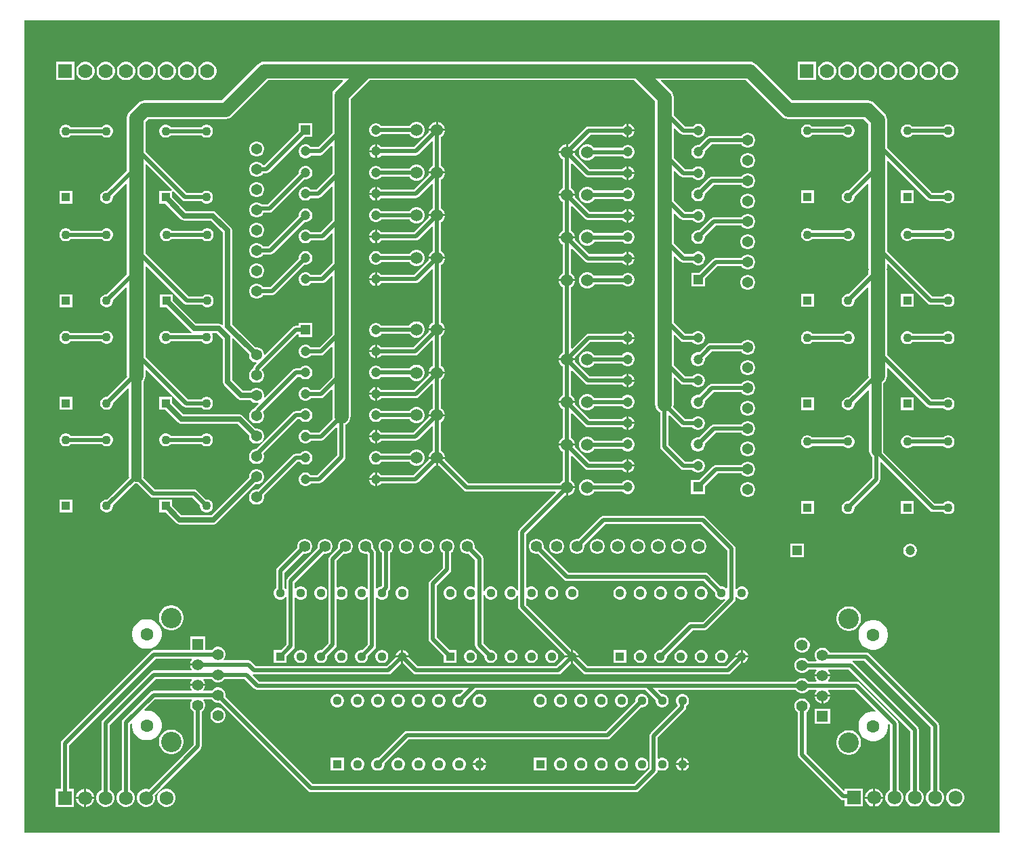
<source format=gtl>
G04*
G04 #@! TF.GenerationSoftware,Altium Limited,Altium Designer,23.7.1 (13)*
G04*
G04 Layer_Physical_Order=1*
G04 Layer_Color=255*
%FSLAX44Y44*%
%MOMM*%
G71*
G04*
G04 #@! TF.SameCoordinates,93FF3AC7-ECDF-4BF0-B63B-3C63AFF3D3F3*
G04*
G04*
G04 #@! TF.FilePolarity,Positive*
G04*
G01*
G75*
%ADD30C,0.6350*%
%ADD31C,1.7780*%
%ADD32C,0.5080*%
%ADD33C,1.2700*%
%ADD34C,1.3650*%
%ADD35R,1.4000X1.4000*%
%ADD36C,1.4000*%
%ADD37C,2.5500*%
%ADD38C,1.6000*%
%ADD39R,1.2000X1.2000*%
%ADD40C,1.2000*%
%ADD41R,1.7250X1.7250*%
%ADD42C,1.7250*%
%ADD43R,1.1300X1.1300*%
%ADD44C,1.1300*%
%ADD45C,1.5240*%
%ADD46R,1.1000X1.1000*%
%ADD47C,1.1000*%
%ADD48C,1.7780*%
%ADD49R,1.7780X1.7780*%
%ADD50C,1.3970*%
G36*
X1473200Y254000D02*
X254000D01*
Y1270000D01*
X1473200D01*
Y254000D01*
D02*
G37*
%LPC*%
G36*
X681134Y1218443D02*
X681134Y1218443D01*
X554135D01*
X554134Y1218443D01*
X551151Y1218050D01*
X548370Y1216899D01*
X545983Y1215067D01*
X500685Y1169769D01*
X404115D01*
X401132Y1169376D01*
X398351Y1168224D01*
X395964Y1166392D01*
X395964Y1166392D01*
X385548Y1155976D01*
X383716Y1153589D01*
X382564Y1150808D01*
X382171Y1147824D01*
Y1109980D01*
Y1084580D01*
Y1081631D01*
X357445Y1056905D01*
X355672D01*
X353627Y1056357D01*
X351794Y1055299D01*
X350297Y1053802D01*
X349238Y1051968D01*
X348690Y1049924D01*
Y1047807D01*
X349238Y1045762D01*
X350297Y1043928D01*
X351794Y1042431D01*
X353627Y1041373D01*
X355672Y1040825D01*
X357789D01*
X359834Y1041373D01*
X361667Y1042431D01*
X363164Y1043928D01*
X364222Y1045762D01*
X364770Y1047807D01*
Y1049580D01*
X380998Y1065808D01*
X382171Y1065322D01*
Y980440D01*
Y957580D01*
X382256Y956938D01*
X382171Y956295D01*
Y952092D01*
X357445Y927365D01*
X355671D01*
X353627Y926817D01*
X351793Y925759D01*
X350296Y924262D01*
X349238Y922428D01*
X348690Y920384D01*
Y918267D01*
X349238Y916222D01*
X350296Y914388D01*
X351793Y912891D01*
X353627Y911833D01*
X355671Y911285D01*
X357788D01*
X359833Y911833D01*
X361666Y912891D01*
X363163Y914388D01*
X364222Y916222D01*
X364770Y918267D01*
Y920040D01*
X380998Y936268D01*
X382171Y935782D01*
Y853440D01*
Y825500D01*
X382367Y824017D01*
X357445Y799095D01*
X355671D01*
X353627Y798547D01*
X351793Y797489D01*
X350296Y795992D01*
X349238Y794158D01*
X348690Y792114D01*
Y789997D01*
X349238Y787952D01*
X350296Y786118D01*
X351793Y784622D01*
X353627Y783563D01*
X355671Y783015D01*
X357788D01*
X359833Y783563D01*
X361666Y784622D01*
X363163Y786118D01*
X364222Y787952D01*
X364770Y789997D01*
Y791770D01*
X383560Y810560D01*
X384733Y810074D01*
Y699755D01*
X384924Y698305D01*
X357445Y670825D01*
X355671D01*
X353627Y670277D01*
X351793Y669219D01*
X350296Y667722D01*
X349238Y665888D01*
X348690Y663844D01*
Y661727D01*
X349238Y659682D01*
X350296Y657848D01*
X351793Y656351D01*
X353627Y655293D01*
X355671Y654745D01*
X357788D01*
X359833Y655293D01*
X361666Y656351D01*
X363163Y657848D01*
X364222Y659682D01*
X364770Y661727D01*
Y663500D01*
X392249Y690980D01*
X393700Y690789D01*
X395151Y690980D01*
X411613Y674518D01*
X413293Y673395D01*
X415275Y673000D01*
X464129D01*
X473630Y663500D01*
Y661727D01*
X474178Y659682D01*
X475236Y657848D01*
X476733Y656351D01*
X478567Y655293D01*
X480611Y654745D01*
X482728D01*
X484773Y655293D01*
X486606Y656351D01*
X488103Y657848D01*
X489162Y659682D01*
X489710Y661727D01*
Y663844D01*
X489162Y665888D01*
X488103Y667722D01*
X486606Y669219D01*
X484773Y670277D01*
X482728Y670825D01*
X480955D01*
X469937Y681842D01*
X468257Y682965D01*
X466275Y683360D01*
X417421D01*
X402476Y698305D01*
X402667Y699755D01*
Y818410D01*
X403684Y819736D01*
X404836Y822516D01*
X405229Y825500D01*
Y832927D01*
X406402Y833413D01*
X452422Y787393D01*
X454103Y786270D01*
X456085Y785875D01*
X475479D01*
X476733Y784622D01*
X478567Y783563D01*
X480611Y783015D01*
X482728D01*
X484773Y783563D01*
X486606Y784622D01*
X488103Y786118D01*
X489162Y787952D01*
X489710Y789997D01*
Y792114D01*
X489162Y794158D01*
X488103Y795992D01*
X486606Y797489D01*
X484773Y798547D01*
X482728Y799095D01*
X480611D01*
X478567Y798547D01*
X476733Y797489D01*
X475479Y796235D01*
X458230D01*
X405229Y849236D01*
Y853440D01*
Y956295D01*
X405144Y956938D01*
X405229Y957580D01*
Y962467D01*
X406402Y962953D01*
X453693Y915663D01*
X455373Y914540D01*
X457355Y914146D01*
X476381D01*
X477635Y912891D01*
X479469Y911833D01*
X481514Y911285D01*
X483631D01*
X485675Y911833D01*
X487509Y912891D01*
X489006Y914388D01*
X490064Y916222D01*
X490612Y918267D01*
Y920384D01*
X490064Y922428D01*
X489006Y924262D01*
X487509Y925759D01*
X485675Y926817D01*
X483631Y927365D01*
X481514D01*
X479469Y926817D01*
X477635Y925759D01*
X476381Y924505D01*
X459500D01*
X405229Y978776D01*
Y980440D01*
Y1084580D01*
Y1089467D01*
X406402Y1089953D01*
X438180Y1058175D01*
X437654Y1056905D01*
X422630D01*
Y1040825D01*
X430470D01*
X449815Y1021480D01*
X451705Y1020217D01*
X453935Y1019773D01*
X487187D01*
X502173Y1004787D01*
Y889411D01*
X500903Y889029D01*
X499220Y890154D01*
X496990Y890597D01*
X468540D01*
X439612Y919526D01*
Y927365D01*
X423532D01*
Y911285D01*
X431371D01*
X462006Y880650D01*
X462972Y880005D01*
X462587Y878735D01*
X436861D01*
X435607Y879989D01*
X433773Y881047D01*
X431729Y881595D01*
X429612D01*
X427567Y881047D01*
X425733Y879989D01*
X424237Y878492D01*
X423178Y876659D01*
X422630Y874614D01*
Y872497D01*
X423178Y870452D01*
X424237Y868619D01*
X425733Y867122D01*
X427567Y866063D01*
X429612Y865515D01*
X431729D01*
X433773Y866063D01*
X435607Y867122D01*
X436861Y868376D01*
X475479D01*
X476733Y867122D01*
X478567Y866063D01*
X480611Y865515D01*
X482728D01*
X484773Y866063D01*
X486606Y867122D01*
X488103Y868619D01*
X489162Y870452D01*
X489710Y872497D01*
Y874614D01*
X489162Y876659D01*
X488576Y877673D01*
X489309Y878943D01*
X494576D01*
X502173Y871346D01*
Y817880D01*
X502617Y815650D01*
X503880Y813760D01*
X521105Y796535D01*
X522995Y795272D01*
X525225Y794828D01*
X536778D01*
X538445Y793161D01*
X540581Y791928D01*
X542963Y791290D01*
X545428D01*
X546140Y791481D01*
X546797Y790342D01*
X542173Y785718D01*
X541107Y784123D01*
X540581Y783982D01*
X538445Y782749D01*
X536702Y781005D01*
X535469Y778870D01*
X534831Y776488D01*
Y774022D01*
X535469Y771640D01*
X536702Y769505D01*
X538445Y767761D01*
X540581Y766528D01*
X542963Y765890D01*
X545428D01*
X547810Y766528D01*
X549946Y767761D01*
X551689Y769505D01*
X552922Y771640D01*
X553560Y774022D01*
Y776488D01*
X552922Y778870D01*
X551843Y780739D01*
X595320Y824215D01*
X598648D01*
X598685Y824151D01*
X600276Y822561D01*
X602223Y821436D01*
X604395Y820854D01*
X606643D01*
X608815Y821436D01*
X610763Y822561D01*
X612353Y824151D01*
X613477Y826098D01*
X614059Y828270D01*
Y830519D01*
X613477Y832691D01*
X612353Y834638D01*
X610763Y836228D01*
X608815Y837352D01*
X606643Y837934D01*
X604395D01*
X602223Y837352D01*
X600276Y836228D01*
X598685Y834638D01*
X598648Y834574D01*
X593174D01*
X591192Y834180D01*
X589512Y833057D01*
X554509Y798054D01*
X553370Y798711D01*
X553560Y799422D01*
Y801888D01*
X552922Y804270D01*
X551689Y806405D01*
X549946Y808149D01*
X547810Y809382D01*
X545428Y810020D01*
X542963D01*
X540581Y809382D01*
X538445Y808149D01*
X536778Y806482D01*
X527638D01*
X513827Y820294D01*
Y871924D01*
X515000Y872410D01*
X534831Y852580D01*
Y850222D01*
X535469Y847840D01*
X536702Y845705D01*
X538445Y843961D01*
X540581Y842728D01*
X542963Y842090D01*
X543546D01*
X544032Y840917D01*
X541817Y838702D01*
X540695Y837022D01*
X540300Y835040D01*
Y834620D01*
X538445Y833549D01*
X536702Y831805D01*
X535469Y829670D01*
X534831Y827288D01*
Y824822D01*
X535469Y822440D01*
X536702Y820305D01*
X538445Y818561D01*
X540581Y817328D01*
X542963Y816690D01*
X545428D01*
X547810Y817328D01*
X549946Y818561D01*
X551689Y820305D01*
X552922Y822440D01*
X553560Y824822D01*
Y827288D01*
X552922Y829670D01*
X551689Y831805D01*
X550659Y832836D01*
Y832894D01*
X595280Y877515D01*
X596979D01*
Y874154D01*
X614059D01*
Y891234D01*
X596979D01*
Y887874D01*
X593134D01*
X591152Y887479D01*
X589472Y886357D01*
X554734Y851619D01*
X553560Y852105D01*
Y852688D01*
X552922Y855070D01*
X551689Y857206D01*
X549946Y858949D01*
X547810Y860182D01*
X545428Y860820D01*
X543071D01*
X513827Y890064D01*
Y1007200D01*
X513383Y1009430D01*
X512120Y1011321D01*
X493721Y1029721D01*
X491830Y1030984D01*
X489600Y1031427D01*
X456349D01*
X438710Y1049066D01*
Y1055849D01*
X439980Y1056375D01*
X451152Y1045203D01*
X452833Y1044080D01*
X454815Y1043686D01*
X475479D01*
X476733Y1042431D01*
X478567Y1041373D01*
X480611Y1040825D01*
X482728D01*
X484773Y1041373D01*
X486606Y1042431D01*
X488103Y1043928D01*
X489162Y1045762D01*
X489710Y1047807D01*
Y1049924D01*
X489162Y1051968D01*
X488103Y1053802D01*
X486606Y1055299D01*
X484773Y1056357D01*
X482728Y1056905D01*
X480611D01*
X478567Y1056357D01*
X476733Y1055299D01*
X475479Y1054045D01*
X456960D01*
X405229Y1105776D01*
Y1109980D01*
Y1143049D01*
X408891Y1146711D01*
X505460D01*
X508444Y1147104D01*
X511224Y1148256D01*
X513612Y1150088D01*
X558910Y1195386D01*
X651643D01*
X652129Y1194213D01*
X642262Y1184346D01*
X640430Y1181959D01*
X639278Y1179178D01*
X638886Y1176194D01*
Y1133014D01*
Y1128811D01*
X621461Y1111386D01*
X612390D01*
X612353Y1111450D01*
X610763Y1113040D01*
X608815Y1114164D01*
X606643Y1114746D01*
X604395D01*
X602223Y1114164D01*
X600276Y1113040D01*
X598685Y1111450D01*
X597561Y1109502D01*
X596979Y1107330D01*
Y1105082D01*
X597561Y1102910D01*
X598685Y1100962D01*
X600276Y1099372D01*
X602223Y1098248D01*
X604395Y1097666D01*
X606643D01*
X608815Y1098248D01*
X610763Y1099372D01*
X612353Y1100962D01*
X612390Y1101027D01*
X623606D01*
X625588Y1101421D01*
X627268Y1102544D01*
X637712Y1112987D01*
X638886Y1112501D01*
Y1082040D01*
Y1077836D01*
X619135Y1058086D01*
X612390D01*
X612353Y1058150D01*
X610763Y1059740D01*
X608815Y1060864D01*
X606643Y1061446D01*
X604395D01*
X602223Y1060864D01*
X600276Y1059740D01*
X598685Y1058150D01*
X597561Y1056202D01*
X596979Y1054031D01*
Y1051782D01*
X597561Y1049610D01*
X598685Y1047663D01*
X600276Y1046072D01*
X602223Y1044948D01*
X604395Y1044366D01*
X606643D01*
X608815Y1044948D01*
X610763Y1046072D01*
X612353Y1047663D01*
X612390Y1047727D01*
X621280D01*
X623263Y1048121D01*
X624943Y1049244D01*
X637712Y1062013D01*
X638886Y1061527D01*
Y1023620D01*
Y1019416D01*
X624255Y1004785D01*
X612390D01*
X612353Y1004849D01*
X610763Y1006440D01*
X608815Y1007564D01*
X606643Y1008146D01*
X604395D01*
X602223Y1007564D01*
X600276Y1006440D01*
X598685Y1004849D01*
X597561Y1002902D01*
X596979Y1000730D01*
Y998482D01*
X597561Y996310D01*
X598685Y994362D01*
X600276Y992772D01*
X602223Y991648D01*
X604395Y991066D01*
X606643D01*
X608815Y991648D01*
X610763Y992772D01*
X612353Y994362D01*
X612390Y994426D01*
X626400D01*
X628382Y994821D01*
X630062Y995943D01*
X637712Y1003593D01*
X638886Y1003107D01*
Y970280D01*
Y966076D01*
X624295Y951486D01*
X612390D01*
X612353Y951550D01*
X610763Y953140D01*
X608815Y954264D01*
X606643Y954846D01*
X604395D01*
X602223Y954264D01*
X600276Y953140D01*
X598685Y951550D01*
X597561Y949602D01*
X596979Y947430D01*
Y945182D01*
X597561Y943010D01*
X598685Y941062D01*
X600276Y939472D01*
X602223Y938348D01*
X604395Y937766D01*
X606643D01*
X608815Y938348D01*
X610763Y939472D01*
X612353Y941062D01*
X612390Y941126D01*
X626440D01*
X628422Y941521D01*
X630103Y942644D01*
X637712Y950253D01*
X638886Y949767D01*
Y881554D01*
Y877351D01*
X622749Y861214D01*
X612390D01*
X612353Y861278D01*
X610763Y862868D01*
X608815Y863992D01*
X606643Y864574D01*
X604395D01*
X602223Y863992D01*
X600276Y862868D01*
X598685Y861278D01*
X597561Y859331D01*
X596979Y857159D01*
Y854910D01*
X597561Y852738D01*
X598685Y850791D01*
X600276Y849201D01*
X602223Y848076D01*
X604395Y847494D01*
X606643D01*
X608815Y848076D01*
X610763Y849201D01*
X612353Y850791D01*
X612390Y850855D01*
X624894D01*
X626876Y851249D01*
X628557Y852372D01*
X637712Y861527D01*
X638886Y861041D01*
Y828214D01*
Y824011D01*
X622789Y807914D01*
X612390D01*
X612353Y807978D01*
X610763Y809568D01*
X608815Y810693D01*
X606643Y811274D01*
X604395D01*
X602223Y810693D01*
X600276Y809568D01*
X598685Y807978D01*
X597561Y806031D01*
X596979Y803859D01*
Y801610D01*
X597561Y799438D01*
X598685Y797491D01*
X600276Y795901D01*
X602223Y794777D01*
X604395Y794194D01*
X606643D01*
X608815Y794777D01*
X610763Y795901D01*
X612353Y797491D01*
X612390Y797555D01*
X624935D01*
X626917Y797949D01*
X628597Y799072D01*
X637712Y808187D01*
X638886Y807701D01*
Y774874D01*
X639278Y771890D01*
X639521Y771306D01*
X622829Y754614D01*
X612390D01*
X612353Y754678D01*
X610763Y756268D01*
X608815Y757393D01*
X606643Y757975D01*
X604395D01*
X602223Y757393D01*
X600276Y756268D01*
X598685Y754678D01*
X597561Y752731D01*
X596979Y750559D01*
Y748310D01*
X597561Y746138D01*
X598685Y744191D01*
X600276Y742601D01*
X602223Y741477D01*
X604395Y740895D01*
X606643D01*
X608815Y741477D01*
X610763Y742601D01*
X612353Y744191D01*
X612390Y744255D01*
X624975D01*
X626957Y744649D01*
X628637Y745772D01*
X644061Y761196D01*
X645235Y760710D01*
Y726220D01*
X620329Y701314D01*
X612390D01*
X612353Y701378D01*
X610763Y702968D01*
X608815Y704092D01*
X606643Y704674D01*
X604395D01*
X602223Y704092D01*
X600276Y702968D01*
X598685Y701378D01*
X597561Y699431D01*
X596979Y697259D01*
Y695010D01*
X597561Y692838D01*
X598685Y690891D01*
X600276Y689301D01*
X602223Y688176D01*
X604395Y687594D01*
X606643D01*
X608815Y688176D01*
X610763Y689301D01*
X612353Y690891D01*
X612390Y690955D01*
X622474D01*
X624456Y691349D01*
X626137Y692472D01*
X654077Y720412D01*
X655200Y722092D01*
X655594Y724074D01*
Y764648D01*
X656179Y764890D01*
X658566Y766722D01*
X660398Y769110D01*
X661550Y771890D01*
X661943Y774874D01*
Y828214D01*
Y881554D01*
Y970280D01*
Y1023620D01*
Y1082040D01*
Y1133014D01*
Y1171419D01*
X685910Y1195386D01*
X1015890D01*
X1042571Y1168705D01*
Y1155700D01*
Y1102360D01*
Y1049020D01*
Y995680D01*
Y896620D01*
Y843280D01*
Y789940D01*
X1042964Y786956D01*
X1044116Y784176D01*
X1045948Y781788D01*
X1048336Y779956D01*
X1048921Y779714D01*
Y736600D01*
X1049315Y734618D01*
X1050437Y732937D01*
X1074098Y709277D01*
X1075778Y708155D01*
X1077760Y707760D01*
X1089188D01*
X1089225Y707696D01*
X1090815Y706106D01*
X1092763Y704982D01*
X1094934Y704400D01*
X1097183D01*
X1099355Y704982D01*
X1101302Y706106D01*
X1102893Y707696D01*
X1104017Y709644D01*
X1104599Y711816D01*
Y714064D01*
X1104017Y716236D01*
X1102893Y718184D01*
X1101302Y719774D01*
X1099355Y720898D01*
X1097183Y721480D01*
X1094934D01*
X1092763Y720898D01*
X1090815Y719774D01*
X1089225Y718184D01*
X1089188Y718119D01*
X1079905D01*
X1059279Y738745D01*
Y775776D01*
X1060453Y776262D01*
X1074137Y762578D01*
X1075818Y761455D01*
X1077800Y761061D01*
X1089188D01*
X1089225Y760997D01*
X1090815Y759407D01*
X1092763Y758282D01*
X1094934Y757700D01*
X1097183D01*
X1099355Y758282D01*
X1101302Y759407D01*
X1102893Y760997D01*
X1104017Y762944D01*
X1104599Y765116D01*
Y767365D01*
X1104017Y769537D01*
X1102893Y771484D01*
X1101302Y773074D01*
X1099355Y774198D01*
X1097183Y774780D01*
X1094934D01*
X1092763Y774198D01*
X1090815Y773074D01*
X1089225Y771484D01*
X1089188Y771420D01*
X1079945D01*
X1064994Y786371D01*
X1065236Y786956D01*
X1065629Y789940D01*
Y822767D01*
X1066802Y823253D01*
X1074177Y815878D01*
X1074177Y815878D01*
X1075858Y814755D01*
X1077840Y814361D01*
X1077840Y814361D01*
X1089188D01*
X1089225Y814296D01*
X1090815Y812707D01*
X1092763Y811582D01*
X1094934Y811000D01*
X1097183D01*
X1099355Y811582D01*
X1101302Y812707D01*
X1102893Y814296D01*
X1104017Y816244D01*
X1104599Y818416D01*
Y820664D01*
X1104017Y822837D01*
X1102893Y824784D01*
X1101302Y826374D01*
X1099355Y827498D01*
X1097183Y828080D01*
X1094934D01*
X1092763Y827498D01*
X1090815Y826374D01*
X1089225Y824784D01*
X1089188Y824720D01*
X1079985D01*
X1065629Y839076D01*
Y843280D01*
Y876107D01*
X1066802Y876593D01*
X1074218Y869177D01*
X1075898Y868055D01*
X1077880Y867661D01*
X1089188D01*
X1089225Y867596D01*
X1090815Y866006D01*
X1092763Y864882D01*
X1094934Y864300D01*
X1097183D01*
X1099355Y864882D01*
X1101302Y866006D01*
X1102893Y867596D01*
X1104017Y869544D01*
X1104599Y871716D01*
Y873964D01*
X1104017Y876136D01*
X1102893Y878084D01*
X1101302Y879674D01*
X1099355Y880798D01*
X1097183Y881380D01*
X1094934D01*
X1092763Y880798D01*
X1090815Y879674D01*
X1089225Y878084D01*
X1089188Y878019D01*
X1080025D01*
X1065629Y892416D01*
Y896620D01*
Y975167D01*
X1066802Y975653D01*
X1073790Y968665D01*
X1075470Y967542D01*
X1077452Y967148D01*
X1077452Y967148D01*
X1089431D01*
X1089468Y967084D01*
X1091058Y965494D01*
X1093005Y964370D01*
X1095177Y963788D01*
X1097426D01*
X1099598Y964370D01*
X1101545Y965494D01*
X1103135Y967084D01*
X1104260Y969031D01*
X1104842Y971203D01*
Y973452D01*
X1104260Y975624D01*
X1103135Y977571D01*
X1101545Y979161D01*
X1099598Y980286D01*
X1097426Y980868D01*
X1095177D01*
X1093005Y980286D01*
X1091058Y979161D01*
X1089468Y977571D01*
X1089431Y977507D01*
X1079598D01*
X1065629Y991476D01*
Y995680D01*
Y1028507D01*
X1066802Y1028993D01*
X1073829Y1021966D01*
X1075510Y1020843D01*
X1077492Y1020449D01*
X1089431D01*
X1089468Y1020384D01*
X1091058Y1018794D01*
X1093005Y1017670D01*
X1095177Y1017088D01*
X1097426D01*
X1099598Y1017670D01*
X1101545Y1018794D01*
X1103135Y1020384D01*
X1104260Y1022332D01*
X1104842Y1024504D01*
Y1026752D01*
X1104260Y1028924D01*
X1103135Y1030872D01*
X1101545Y1032462D01*
X1099598Y1033586D01*
X1097426Y1034168D01*
X1095177D01*
X1093005Y1033586D01*
X1091058Y1032462D01*
X1089468Y1030872D01*
X1089431Y1030808D01*
X1079637D01*
X1065629Y1044816D01*
Y1049020D01*
Y1081847D01*
X1066802Y1082333D01*
X1073869Y1075266D01*
X1075550Y1074143D01*
X1077532Y1073748D01*
X1089431D01*
X1089468Y1073684D01*
X1091058Y1072094D01*
X1093005Y1070970D01*
X1095177Y1070388D01*
X1097426D01*
X1099598Y1070970D01*
X1101545Y1072094D01*
X1103135Y1073684D01*
X1104260Y1075632D01*
X1104842Y1077804D01*
Y1080052D01*
X1104260Y1082224D01*
X1103135Y1084172D01*
X1101545Y1085762D01*
X1099598Y1086886D01*
X1097426Y1087468D01*
X1095177D01*
X1093005Y1086886D01*
X1091058Y1085762D01*
X1089468Y1084172D01*
X1089431Y1084108D01*
X1079677D01*
X1065629Y1098156D01*
Y1102360D01*
Y1135187D01*
X1066802Y1135673D01*
X1073910Y1128565D01*
X1075590Y1127443D01*
X1077572Y1127048D01*
X1089431D01*
X1089468Y1126984D01*
X1091058Y1125394D01*
X1093005Y1124270D01*
X1095177Y1123688D01*
X1097426D01*
X1099598Y1124270D01*
X1101545Y1125394D01*
X1103135Y1126984D01*
X1104260Y1128932D01*
X1104842Y1131104D01*
Y1133352D01*
X1104260Y1135524D01*
X1103135Y1137471D01*
X1101545Y1139062D01*
X1099598Y1140186D01*
X1097426Y1140768D01*
X1095177D01*
X1093005Y1140186D01*
X1091058Y1139062D01*
X1089468Y1137471D01*
X1089431Y1137407D01*
X1079718D01*
X1065629Y1151496D01*
Y1155700D01*
Y1173480D01*
X1065629Y1173480D01*
X1065236Y1176464D01*
X1064084Y1179244D01*
X1062252Y1181632D01*
X1062252Y1181632D01*
X1049671Y1194213D01*
X1050157Y1195386D01*
X1155590D01*
X1200888Y1150088D01*
X1203276Y1148256D01*
X1206056Y1147104D01*
X1209040Y1146711D01*
X1209040Y1146711D01*
X1303325D01*
X1309271Y1140765D01*
Y1115060D01*
Y1084580D01*
Y1082077D01*
X1284545Y1057351D01*
X1282772D01*
X1280727Y1056803D01*
X1278894Y1055745D01*
X1277397Y1054248D01*
X1276338Y1052414D01*
X1275790Y1050370D01*
Y1048253D01*
X1276338Y1046208D01*
X1277397Y1044374D01*
X1278894Y1042878D01*
X1280727Y1041819D01*
X1282772Y1041271D01*
X1284889D01*
X1286934Y1041819D01*
X1288767Y1042878D01*
X1290264Y1044374D01*
X1291322Y1046208D01*
X1291870Y1048253D01*
Y1050026D01*
X1308098Y1066254D01*
X1309271Y1065768D01*
Y985520D01*
Y960120D01*
X1309512Y958296D01*
X1309271Y956473D01*
Y952269D01*
X1284545Y927543D01*
X1282772D01*
X1280727Y926995D01*
X1278894Y925937D01*
X1277397Y924439D01*
X1276338Y922606D01*
X1275790Y920561D01*
Y918444D01*
X1276338Y916400D01*
X1277397Y914566D01*
X1278894Y913069D01*
X1280727Y912011D01*
X1282772Y911463D01*
X1284889D01*
X1286934Y912011D01*
X1288767Y913069D01*
X1290264Y914566D01*
X1291322Y916400D01*
X1291870Y918444D01*
Y920218D01*
X1308098Y936446D01*
X1309271Y935960D01*
Y855980D01*
Y825500D01*
X1309539Y823471D01*
X1284545Y798477D01*
X1282772D01*
X1280727Y797929D01*
X1278894Y796871D01*
X1277397Y795374D01*
X1276338Y793541D01*
X1275790Y791496D01*
Y789379D01*
X1276338Y787334D01*
X1277397Y785501D01*
X1278894Y784004D01*
X1280727Y782945D01*
X1282772Y782397D01*
X1284889D01*
X1286934Y782945D01*
X1288767Y784004D01*
X1290264Y785501D01*
X1291322Y787334D01*
X1291870Y789379D01*
Y791152D01*
X1308753Y808035D01*
X1309926Y807549D01*
Y731520D01*
X1310232Y729199D01*
X1311128Y727037D01*
X1312552Y725180D01*
X1313714Y724289D01*
Y697683D01*
X1284545Y668515D01*
X1282772D01*
X1280727Y667967D01*
X1278894Y666909D01*
X1277397Y665412D01*
X1276338Y663578D01*
X1275790Y661534D01*
Y659417D01*
X1276338Y657372D01*
X1277397Y655538D01*
X1278894Y654042D01*
X1280727Y652983D01*
X1282772Y652435D01*
X1284889D01*
X1286934Y652983D01*
X1288767Y654042D01*
X1290264Y655538D01*
X1291322Y657372D01*
X1291870Y659417D01*
Y661190D01*
X1322555Y691875D01*
X1323678Y693556D01*
X1324073Y695538D01*
X1324073Y695538D01*
Y717356D01*
X1325246Y717842D01*
X1386275Y656813D01*
X1387956Y655690D01*
X1389938Y655296D01*
X1402579D01*
X1403833Y654042D01*
X1405667Y652983D01*
X1407711Y652435D01*
X1409828D01*
X1411873Y652983D01*
X1413707Y654042D01*
X1415203Y655538D01*
X1416262Y657372D01*
X1416810Y659417D01*
Y661534D01*
X1416262Y663578D01*
X1415203Y665412D01*
X1413707Y666909D01*
X1411873Y667967D01*
X1409828Y668515D01*
X1407711D01*
X1405667Y667967D01*
X1403833Y666909D01*
X1402579Y665655D01*
X1392083D01*
X1327669Y730069D01*
X1327860Y731520D01*
Y816510D01*
X1328952Y817348D01*
X1330784Y819736D01*
X1331936Y822516D01*
X1332329Y825500D01*
Y835467D01*
X1333502Y835953D01*
X1382680Y786775D01*
X1384360Y785653D01*
X1386342Y785258D01*
X1386342Y785258D01*
X1402579D01*
X1403833Y784004D01*
X1405667Y782946D01*
X1407711Y782398D01*
X1409828D01*
X1411873Y782946D01*
X1413707Y784004D01*
X1415203Y785501D01*
X1416262Y787335D01*
X1416810Y789379D01*
Y791496D01*
X1416262Y793541D01*
X1415203Y795375D01*
X1413707Y796871D01*
X1411873Y797930D01*
X1409828Y798478D01*
X1407711D01*
X1405667Y797930D01*
X1403833Y796871D01*
X1402579Y795617D01*
X1388488D01*
X1332329Y851776D01*
Y855980D01*
Y956473D01*
X1332088Y958296D01*
X1332329Y960120D01*
Y965007D01*
X1333502Y965493D01*
X1383155Y915841D01*
X1383155Y915840D01*
X1384835Y914718D01*
X1386817Y914323D01*
X1402579D01*
X1403833Y913069D01*
X1405667Y912011D01*
X1407711Y911463D01*
X1409828D01*
X1411873Y912011D01*
X1413707Y913069D01*
X1415203Y914566D01*
X1416262Y916400D01*
X1416810Y918444D01*
Y920561D01*
X1416262Y922606D01*
X1415203Y924439D01*
X1413707Y925937D01*
X1411873Y926995D01*
X1409828Y927543D01*
X1407711D01*
X1405667Y926995D01*
X1403833Y925937D01*
X1402579Y924682D01*
X1388963D01*
X1332329Y981316D01*
Y985520D01*
Y1084580D01*
Y1094547D01*
X1333502Y1095033D01*
X1382886Y1045649D01*
X1384567Y1044526D01*
X1386549Y1044132D01*
X1402579D01*
X1403833Y1042878D01*
X1405667Y1041819D01*
X1407711Y1041271D01*
X1409828D01*
X1411873Y1041819D01*
X1413707Y1042878D01*
X1415203Y1044374D01*
X1416262Y1046208D01*
X1416810Y1048253D01*
Y1050370D01*
X1416262Y1052414D01*
X1415203Y1054248D01*
X1413707Y1055745D01*
X1411873Y1056803D01*
X1409828Y1057351D01*
X1407711D01*
X1405667Y1056803D01*
X1403833Y1055745D01*
X1402579Y1054491D01*
X1388694D01*
X1332329Y1110856D01*
Y1115060D01*
Y1145540D01*
X1332329Y1145540D01*
X1331936Y1148524D01*
X1330784Y1151304D01*
X1328952Y1153692D01*
X1316252Y1166392D01*
X1313864Y1168224D01*
X1311084Y1169376D01*
X1308100Y1169769D01*
X1213815D01*
X1168517Y1215067D01*
X1166130Y1216899D01*
X1163349Y1218050D01*
X1160366Y1218443D01*
X681135D01*
X681134Y1218443D01*
D02*
G37*
G36*
X1411205Y1217930D02*
X1408195D01*
X1405288Y1217151D01*
X1402682Y1215646D01*
X1400554Y1213518D01*
X1399049Y1210912D01*
X1398270Y1208005D01*
Y1204995D01*
X1399049Y1202088D01*
X1400554Y1199482D01*
X1402682Y1197354D01*
X1405288Y1195849D01*
X1408195Y1195070D01*
X1411205D01*
X1414112Y1195849D01*
X1416718Y1197354D01*
X1418846Y1199482D01*
X1420351Y1202088D01*
X1421130Y1204995D01*
Y1208005D01*
X1420351Y1210912D01*
X1418846Y1213518D01*
X1416718Y1215646D01*
X1414112Y1217151D01*
X1411205Y1217930D01*
D02*
G37*
G36*
X1385805D02*
X1382795D01*
X1379888Y1217151D01*
X1377282Y1215646D01*
X1375154Y1213518D01*
X1373649Y1210912D01*
X1372870Y1208005D01*
Y1204995D01*
X1373649Y1202088D01*
X1375154Y1199482D01*
X1377282Y1197354D01*
X1379888Y1195849D01*
X1382795Y1195070D01*
X1385805D01*
X1388712Y1195849D01*
X1391318Y1197354D01*
X1393446Y1199482D01*
X1394951Y1202088D01*
X1395730Y1204995D01*
Y1208005D01*
X1394951Y1210912D01*
X1393446Y1213518D01*
X1391318Y1215646D01*
X1388712Y1217151D01*
X1385805Y1217930D01*
D02*
G37*
G36*
X1360405D02*
X1357395D01*
X1354488Y1217151D01*
X1351882Y1215646D01*
X1349754Y1213518D01*
X1348249Y1210912D01*
X1347470Y1208005D01*
Y1204995D01*
X1348249Y1202088D01*
X1349754Y1199482D01*
X1351882Y1197354D01*
X1354488Y1195849D01*
X1357395Y1195070D01*
X1360405D01*
X1363312Y1195849D01*
X1365918Y1197354D01*
X1368046Y1199482D01*
X1369551Y1202088D01*
X1370330Y1204995D01*
Y1208005D01*
X1369551Y1210912D01*
X1368046Y1213518D01*
X1365918Y1215646D01*
X1363312Y1217151D01*
X1360405Y1217930D01*
D02*
G37*
G36*
X1335005D02*
X1331995D01*
X1329088Y1217151D01*
X1326482Y1215646D01*
X1324354Y1213518D01*
X1322849Y1210912D01*
X1322070Y1208005D01*
Y1204995D01*
X1322849Y1202088D01*
X1324354Y1199482D01*
X1326482Y1197354D01*
X1329088Y1195849D01*
X1331995Y1195070D01*
X1335005D01*
X1337912Y1195849D01*
X1340518Y1197354D01*
X1342646Y1199482D01*
X1344151Y1202088D01*
X1344930Y1204995D01*
Y1208005D01*
X1344151Y1210912D01*
X1342646Y1213518D01*
X1340518Y1215646D01*
X1337912Y1217151D01*
X1335005Y1217930D01*
D02*
G37*
G36*
X1309605D02*
X1306595D01*
X1303688Y1217151D01*
X1301082Y1215646D01*
X1298954Y1213518D01*
X1297449Y1210912D01*
X1296670Y1208005D01*
Y1204995D01*
X1297449Y1202088D01*
X1298954Y1199482D01*
X1301082Y1197354D01*
X1303688Y1195849D01*
X1306595Y1195070D01*
X1309605D01*
X1312512Y1195849D01*
X1315118Y1197354D01*
X1317246Y1199482D01*
X1318751Y1202088D01*
X1319530Y1204995D01*
Y1208005D01*
X1318751Y1210912D01*
X1317246Y1213518D01*
X1315118Y1215646D01*
X1312512Y1217151D01*
X1309605Y1217930D01*
D02*
G37*
G36*
X1284205D02*
X1281195D01*
X1278288Y1217151D01*
X1275682Y1215646D01*
X1273554Y1213518D01*
X1272049Y1210912D01*
X1271270Y1208005D01*
Y1204995D01*
X1272049Y1202088D01*
X1273554Y1199482D01*
X1275682Y1197354D01*
X1278288Y1195849D01*
X1281195Y1195070D01*
X1284205D01*
X1287112Y1195849D01*
X1289718Y1197354D01*
X1291846Y1199482D01*
X1293351Y1202088D01*
X1294130Y1204995D01*
Y1208005D01*
X1293351Y1210912D01*
X1291846Y1213518D01*
X1289718Y1215646D01*
X1287112Y1217151D01*
X1284205Y1217930D01*
D02*
G37*
G36*
X1258805D02*
X1255795D01*
X1252888Y1217151D01*
X1250282Y1215646D01*
X1248154Y1213518D01*
X1246649Y1210912D01*
X1245870Y1208005D01*
Y1204995D01*
X1246649Y1202088D01*
X1248154Y1199482D01*
X1250282Y1197354D01*
X1252888Y1195849D01*
X1255795Y1195070D01*
X1258805D01*
X1261712Y1195849D01*
X1264318Y1197354D01*
X1266446Y1199482D01*
X1267951Y1202088D01*
X1268730Y1204995D01*
Y1208005D01*
X1267951Y1210912D01*
X1266446Y1213518D01*
X1264318Y1215646D01*
X1261712Y1217151D01*
X1258805Y1217930D01*
D02*
G37*
G36*
X1243330D02*
X1220470D01*
Y1195070D01*
X1243330D01*
Y1217930D01*
D02*
G37*
G36*
X484105D02*
X481095D01*
X478188Y1217151D01*
X475582Y1215646D01*
X473454Y1213518D01*
X471949Y1210912D01*
X471170Y1208005D01*
Y1204995D01*
X471949Y1202088D01*
X473454Y1199482D01*
X475582Y1197354D01*
X478188Y1195849D01*
X481095Y1195070D01*
X484105D01*
X487012Y1195849D01*
X489618Y1197354D01*
X491746Y1199482D01*
X493251Y1202088D01*
X494030Y1204995D01*
Y1208005D01*
X493251Y1210912D01*
X491746Y1213518D01*
X489618Y1215646D01*
X487012Y1217151D01*
X484105Y1217930D01*
D02*
G37*
G36*
X458705D02*
X455695D01*
X452788Y1217151D01*
X450182Y1215646D01*
X448054Y1213518D01*
X446549Y1210912D01*
X445770Y1208005D01*
Y1204995D01*
X446549Y1202088D01*
X448054Y1199482D01*
X450182Y1197354D01*
X452788Y1195849D01*
X455695Y1195070D01*
X458705D01*
X461612Y1195849D01*
X464218Y1197354D01*
X466346Y1199482D01*
X467851Y1202088D01*
X468630Y1204995D01*
Y1208005D01*
X467851Y1210912D01*
X466346Y1213518D01*
X464218Y1215646D01*
X461612Y1217151D01*
X458705Y1217930D01*
D02*
G37*
G36*
X433305D02*
X430295D01*
X427388Y1217151D01*
X424782Y1215646D01*
X422654Y1213518D01*
X421149Y1210912D01*
X420370Y1208005D01*
Y1204995D01*
X421149Y1202088D01*
X422654Y1199482D01*
X424782Y1197354D01*
X427388Y1195849D01*
X430295Y1195070D01*
X433305D01*
X436212Y1195849D01*
X438818Y1197354D01*
X440946Y1199482D01*
X442451Y1202088D01*
X443230Y1204995D01*
Y1208005D01*
X442451Y1210912D01*
X440946Y1213518D01*
X438818Y1215646D01*
X436212Y1217151D01*
X433305Y1217930D01*
D02*
G37*
G36*
X407905D02*
X404895D01*
X401988Y1217151D01*
X399382Y1215646D01*
X397254Y1213518D01*
X395749Y1210912D01*
X394970Y1208005D01*
Y1204995D01*
X395749Y1202088D01*
X397254Y1199482D01*
X399382Y1197354D01*
X401988Y1195849D01*
X404895Y1195070D01*
X407905D01*
X410812Y1195849D01*
X413418Y1197354D01*
X415546Y1199482D01*
X417051Y1202088D01*
X417830Y1204995D01*
Y1208005D01*
X417051Y1210912D01*
X415546Y1213518D01*
X413418Y1215646D01*
X410812Y1217151D01*
X407905Y1217930D01*
D02*
G37*
G36*
X382505D02*
X379495D01*
X376588Y1217151D01*
X373982Y1215646D01*
X371854Y1213518D01*
X370349Y1210912D01*
X369570Y1208005D01*
Y1204995D01*
X370349Y1202088D01*
X371854Y1199482D01*
X373982Y1197354D01*
X376588Y1195849D01*
X379495Y1195070D01*
X382505D01*
X385412Y1195849D01*
X388018Y1197354D01*
X390146Y1199482D01*
X391651Y1202088D01*
X392430Y1204995D01*
Y1208005D01*
X391651Y1210912D01*
X390146Y1213518D01*
X388018Y1215646D01*
X385412Y1217151D01*
X382505Y1217930D01*
D02*
G37*
G36*
X357105D02*
X354095D01*
X351188Y1217151D01*
X348582Y1215646D01*
X346454Y1213518D01*
X344949Y1210912D01*
X344170Y1208005D01*
Y1204995D01*
X344949Y1202088D01*
X346454Y1199482D01*
X348582Y1197354D01*
X351188Y1195849D01*
X354095Y1195070D01*
X357105D01*
X360012Y1195849D01*
X362618Y1197354D01*
X364746Y1199482D01*
X366251Y1202088D01*
X367030Y1204995D01*
Y1208005D01*
X366251Y1210912D01*
X364746Y1213518D01*
X362618Y1215646D01*
X360012Y1217151D01*
X357105Y1217930D01*
D02*
G37*
G36*
X331705D02*
X328695D01*
X325788Y1217151D01*
X323182Y1215646D01*
X321054Y1213518D01*
X319549Y1210912D01*
X318770Y1208005D01*
Y1204995D01*
X319549Y1202088D01*
X321054Y1199482D01*
X323182Y1197354D01*
X325788Y1195849D01*
X328695Y1195070D01*
X331705D01*
X334612Y1195849D01*
X337218Y1197354D01*
X339346Y1199482D01*
X340851Y1202088D01*
X341630Y1204995D01*
Y1208005D01*
X340851Y1210912D01*
X339346Y1213518D01*
X337218Y1215646D01*
X334612Y1217151D01*
X331705Y1217930D01*
D02*
G37*
G36*
X316230D02*
X293370D01*
Y1195070D01*
X316230D01*
Y1217930D01*
D02*
G37*
G36*
X745558Y1143000D02*
X742882D01*
X740298Y1142308D01*
X737982Y1140970D01*
X736090Y1139078D01*
X735486Y1138033D01*
X700398D01*
X700353Y1138110D01*
X698763Y1139700D01*
X696816Y1140824D01*
X694644Y1141406D01*
X692395D01*
X690223Y1140824D01*
X688276Y1139700D01*
X686686Y1138110D01*
X685562Y1136162D01*
X684980Y1133990D01*
Y1131742D01*
X685562Y1129570D01*
X686686Y1127622D01*
X688276Y1126032D01*
X690223Y1124908D01*
X692395Y1124326D01*
X694644D01*
X696816Y1124908D01*
X698763Y1126032D01*
X700353Y1127622D01*
X700383Y1127674D01*
X735471D01*
X736090Y1126602D01*
X737982Y1124710D01*
X740298Y1123372D01*
X742882Y1122680D01*
X745558D01*
X748142Y1123372D01*
X750458Y1124710D01*
X752350Y1126602D01*
X753688Y1128918D01*
X754380Y1131502D01*
Y1134178D01*
X753688Y1136762D01*
X752350Y1139078D01*
X750458Y1140970D01*
X748142Y1142308D01*
X745558Y1143000D01*
D02*
G37*
G36*
X1409828Y1139851D02*
X1407711D01*
X1405667Y1139303D01*
X1403833Y1138245D01*
X1402579Y1136991D01*
X1363961D01*
X1362707Y1138245D01*
X1360874Y1139303D01*
X1358829Y1139851D01*
X1356712D01*
X1354667Y1139303D01*
X1352834Y1138245D01*
X1351337Y1136748D01*
X1350278Y1134915D01*
X1349730Y1132870D01*
Y1130753D01*
X1350278Y1128708D01*
X1351337Y1126875D01*
X1352834Y1125378D01*
X1354667Y1124319D01*
X1356712Y1123771D01*
X1358829D01*
X1360874Y1124319D01*
X1362707Y1125378D01*
X1363961Y1126632D01*
X1402579D01*
X1403833Y1125378D01*
X1405667Y1124319D01*
X1407711Y1123771D01*
X1409828D01*
X1411873Y1124319D01*
X1413707Y1125378D01*
X1415203Y1126875D01*
X1416262Y1128708D01*
X1416810Y1130753D01*
Y1132870D01*
X1416262Y1134915D01*
X1415203Y1136748D01*
X1413707Y1138245D01*
X1411873Y1139303D01*
X1409828Y1139851D01*
D02*
G37*
G36*
X1284889D02*
X1282772D01*
X1280727Y1139303D01*
X1278894Y1138245D01*
X1277640Y1136991D01*
X1239021D01*
X1237767Y1138245D01*
X1235934Y1139303D01*
X1233889Y1139851D01*
X1231772D01*
X1229727Y1139303D01*
X1227894Y1138245D01*
X1226397Y1136748D01*
X1225338Y1134915D01*
X1224790Y1132870D01*
Y1130753D01*
X1225338Y1128708D01*
X1226397Y1126875D01*
X1227894Y1125378D01*
X1229727Y1124319D01*
X1231772Y1123771D01*
X1233889D01*
X1235934Y1124319D01*
X1237767Y1125378D01*
X1239021Y1126632D01*
X1277640D01*
X1278894Y1125378D01*
X1280727Y1124319D01*
X1282772Y1123771D01*
X1284889D01*
X1286934Y1124319D01*
X1288767Y1125378D01*
X1290264Y1126875D01*
X1291322Y1128708D01*
X1291870Y1130753D01*
Y1132870D01*
X1291322Y1134915D01*
X1290264Y1136748D01*
X1288767Y1138245D01*
X1286934Y1139303D01*
X1284889Y1139851D01*
D02*
G37*
G36*
X482728Y1139405D02*
X480611D01*
X478567Y1138857D01*
X476733Y1137799D01*
X475479Y1136545D01*
X436861D01*
X435607Y1137799D01*
X433773Y1138857D01*
X431729Y1139405D01*
X429612D01*
X427567Y1138857D01*
X425733Y1137799D01*
X424237Y1136302D01*
X423178Y1134469D01*
X422630Y1132424D01*
Y1130307D01*
X423178Y1128262D01*
X424237Y1126429D01*
X425733Y1124932D01*
X427567Y1123873D01*
X429612Y1123325D01*
X431729D01*
X433773Y1123873D01*
X435607Y1124932D01*
X436861Y1126186D01*
X475479D01*
X476733Y1124932D01*
X478567Y1123873D01*
X480611Y1123325D01*
X482728D01*
X484773Y1123873D01*
X486606Y1124932D01*
X488103Y1126429D01*
X489162Y1128262D01*
X489710Y1130307D01*
Y1132424D01*
X489162Y1134469D01*
X488103Y1136302D01*
X486606Y1137799D01*
X484773Y1138857D01*
X482728Y1139405D01*
D02*
G37*
G36*
X357789D02*
X355672D01*
X353627Y1138857D01*
X351794Y1137799D01*
X350540Y1136545D01*
X311921D01*
X310667Y1137799D01*
X308834Y1138857D01*
X306789Y1139405D01*
X304672D01*
X302627Y1138857D01*
X300793Y1137799D01*
X299297Y1136302D01*
X298238Y1134469D01*
X297690Y1132424D01*
Y1130307D01*
X298238Y1128262D01*
X299297Y1126429D01*
X300793Y1124932D01*
X302627Y1123873D01*
X304672Y1123325D01*
X306789D01*
X308834Y1123873D01*
X310667Y1124932D01*
X311921Y1126186D01*
X350540D01*
X351794Y1124932D01*
X353627Y1123873D01*
X355672Y1123325D01*
X357789D01*
X359834Y1123873D01*
X361667Y1124932D01*
X363164Y1126429D01*
X364222Y1128262D01*
X364770Y1130307D01*
Y1132424D01*
X364222Y1134469D01*
X363164Y1136302D01*
X361667Y1137799D01*
X359834Y1138857D01*
X357789Y1139405D01*
D02*
G37*
G36*
X770958Y1143000D02*
X770890D01*
Y1134110D01*
X779780D01*
Y1134178D01*
X779088Y1136762D01*
X777750Y1139078D01*
X775858Y1140970D01*
X773542Y1142308D01*
X770958Y1143000D01*
D02*
G37*
G36*
X768350D02*
X768282D01*
X765698Y1142308D01*
X763382Y1140970D01*
X761490Y1139078D01*
X760152Y1136762D01*
X759460Y1134178D01*
Y1134110D01*
X768350D01*
Y1143000D01*
D02*
G37*
G36*
X1009572Y1140729D02*
Y1133498D01*
X1016803D01*
X1016260Y1135524D01*
X1015135Y1137471D01*
X1013545Y1139062D01*
X1011598Y1140186D01*
X1009572Y1140729D01*
D02*
G37*
G36*
X1016803Y1130958D02*
X1009572D01*
Y1123727D01*
X1011598Y1124270D01*
X1013545Y1125394D01*
X1015135Y1126984D01*
X1016260Y1128932D01*
X1016803Y1130958D01*
D02*
G37*
G36*
X1007032Y1140729D02*
X1005005Y1140186D01*
X1003058Y1139062D01*
X1001468Y1137471D01*
X1001431Y1137407D01*
X959508D01*
X957526Y1137013D01*
X955845Y1135890D01*
X934699Y1114743D01*
X933518Y1115060D01*
X933450D01*
Y1106170D01*
X942340D01*
Y1106238D01*
X942023Y1107419D01*
X961653Y1127048D01*
X1001431D01*
X1001468Y1126984D01*
X1003058Y1125394D01*
X1005005Y1124270D01*
X1007032Y1123727D01*
Y1132228D01*
X1008302D01*
D01*
X1007032D01*
Y1140729D01*
D02*
G37*
G36*
X1159473Y1129505D02*
X1157007D01*
X1154625Y1128867D01*
X1152490Y1127634D01*
X1150746Y1125890D01*
X1150417Y1125320D01*
X1110874D01*
X1108891Y1124925D01*
X1107211Y1123802D01*
X1097497Y1114089D01*
X1097426Y1114108D01*
X1095177D01*
X1093005Y1113526D01*
X1091058Y1112402D01*
X1089468Y1110812D01*
X1088344Y1108864D01*
X1087762Y1106692D01*
Y1104444D01*
X1088344Y1102272D01*
X1089468Y1100324D01*
X1091058Y1098734D01*
X1093005Y1097610D01*
X1095177Y1097028D01*
X1097426D01*
X1099598Y1097610D01*
X1101545Y1098734D01*
X1103135Y1100324D01*
X1104260Y1102272D01*
X1104842Y1104444D01*
Y1106692D01*
X1104822Y1106764D01*
X1113019Y1114960D01*
X1150417D01*
X1150746Y1114390D01*
X1152490Y1112646D01*
X1154625Y1111413D01*
X1157007Y1110775D01*
X1159473D01*
X1161855Y1111413D01*
X1163990Y1112646D01*
X1165734Y1114390D01*
X1166967Y1116525D01*
X1167605Y1118907D01*
Y1121373D01*
X1166967Y1123755D01*
X1165734Y1125890D01*
X1163990Y1127634D01*
X1161855Y1128867D01*
X1159473Y1129505D01*
D02*
G37*
G36*
X692250Y1114707D02*
X690223Y1114164D01*
X688276Y1113040D01*
X686686Y1111450D01*
X685562Y1109502D01*
X685019Y1107476D01*
X692250D01*
Y1114707D01*
D02*
G37*
G36*
X930910Y1115060D02*
X930842D01*
X928258Y1114368D01*
X925942Y1113030D01*
X924050Y1111138D01*
X922712Y1108822D01*
X922020Y1106238D01*
Y1106170D01*
X930910D01*
Y1115060D01*
D02*
G37*
G36*
X545534Y1118630D02*
X543068D01*
X540686Y1117992D01*
X538550Y1116759D01*
X536807Y1115015D01*
X535574Y1112880D01*
X534936Y1110498D01*
Y1108032D01*
X535574Y1105650D01*
X536807Y1103515D01*
X538550Y1101771D01*
X540686Y1100538D01*
X543068Y1099900D01*
X545534D01*
X547915Y1100538D01*
X550051Y1101771D01*
X551795Y1103515D01*
X553027Y1105650D01*
X553666Y1108032D01*
Y1110498D01*
X553027Y1112880D01*
X551795Y1115015D01*
X550051Y1116759D01*
X547915Y1117992D01*
X545534Y1118630D01*
D02*
G37*
G36*
X692250Y1104936D02*
X685019D01*
X685562Y1102910D01*
X686686Y1100962D01*
X688276Y1099372D01*
X690223Y1098248D01*
X692250Y1097705D01*
Y1104936D01*
D02*
G37*
G36*
X958918Y1115060D02*
X956242D01*
X953658Y1114368D01*
X951342Y1113030D01*
X949450Y1111138D01*
X948112Y1108822D01*
X947420Y1106238D01*
Y1103562D01*
X948112Y1100978D01*
X949450Y1098662D01*
X951342Y1096770D01*
X953658Y1095432D01*
X956242Y1094740D01*
X958918D01*
X961502Y1095432D01*
X963818Y1096770D01*
X965710Y1098662D01*
X966514Y1100055D01*
X1001738D01*
X1003058Y1098734D01*
X1005005Y1097610D01*
X1007178Y1097028D01*
X1009426D01*
X1011598Y1097610D01*
X1013545Y1098734D01*
X1015135Y1100324D01*
X1016260Y1102272D01*
X1016842Y1104444D01*
Y1106692D01*
X1016260Y1108864D01*
X1015135Y1110812D01*
X1013545Y1112402D01*
X1011598Y1113526D01*
X1009426Y1114108D01*
X1007178D01*
X1005005Y1113526D01*
X1003058Y1112402D01*
X1001468Y1110812D01*
X1001238Y1110414D01*
X966128D01*
X965710Y1111138D01*
X963818Y1113030D01*
X961502Y1114368D01*
X958918Y1115060D01*
D02*
G37*
G36*
X614059Y1141406D02*
X596979D01*
Y1131651D01*
X554373Y1089045D01*
X552124D01*
X551795Y1089615D01*
X550051Y1091359D01*
X547915Y1092592D01*
X545534Y1093230D01*
X543068D01*
X540686Y1092592D01*
X538550Y1091359D01*
X536807Y1089615D01*
X535574Y1087480D01*
X534936Y1085098D01*
Y1082632D01*
X535574Y1080250D01*
X536807Y1078115D01*
X538550Y1076371D01*
X540686Y1075138D01*
X543068Y1074500D01*
X545534D01*
X547915Y1075138D01*
X550051Y1076371D01*
X551795Y1078115D01*
X552124Y1078686D01*
X556519D01*
X558501Y1079080D01*
X560181Y1080203D01*
X604304Y1124326D01*
X614059D01*
Y1141406D01*
D02*
G37*
G36*
X1159473Y1104105D02*
X1157007D01*
X1154625Y1103467D01*
X1152490Y1102234D01*
X1150746Y1100490D01*
X1149513Y1098355D01*
X1148875Y1095973D01*
Y1093507D01*
X1149513Y1091125D01*
X1150746Y1088990D01*
X1152490Y1087246D01*
X1154625Y1086013D01*
X1157007Y1085375D01*
X1159473D01*
X1161855Y1086013D01*
X1163990Y1087246D01*
X1165734Y1088990D01*
X1166967Y1091125D01*
X1167605Y1093507D01*
Y1095973D01*
X1166967Y1098355D01*
X1165734Y1100490D01*
X1163990Y1102234D01*
X1161855Y1103467D01*
X1159473Y1104105D01*
D02*
G37*
G36*
X745558Y1089660D02*
X742882D01*
X740298Y1088968D01*
X737982Y1087630D01*
X736090Y1085738D01*
X735498Y1084713D01*
X700409D01*
X700353Y1084810D01*
X698763Y1086400D01*
X696816Y1087524D01*
X694644Y1088106D01*
X692395D01*
X690223Y1087524D01*
X688276Y1086400D01*
X686686Y1084810D01*
X685562Y1082862D01*
X684980Y1080690D01*
Y1078442D01*
X685562Y1076270D01*
X686686Y1074322D01*
X688276Y1072732D01*
X690223Y1071608D01*
X692395Y1071026D01*
X694644D01*
X696816Y1071608D01*
X698763Y1072732D01*
X700353Y1074322D01*
X700371Y1074353D01*
X735460D01*
X736090Y1073262D01*
X737982Y1071370D01*
X740298Y1070032D01*
X742882Y1069340D01*
X745558D01*
X748142Y1070032D01*
X750458Y1071370D01*
X752350Y1073262D01*
X753688Y1075578D01*
X754380Y1078162D01*
Y1080838D01*
X753688Y1083422D01*
X752350Y1085738D01*
X750458Y1087630D01*
X748142Y1088968D01*
X745558Y1089660D01*
D02*
G37*
G36*
X779780Y1131570D02*
X759460D01*
Y1131502D01*
X759777Y1130321D01*
X740841Y1111386D01*
X700390D01*
X700353Y1111450D01*
X698763Y1113040D01*
X696816Y1114164D01*
X694790Y1114707D01*
Y1106206D01*
Y1097705D01*
X696816Y1098248D01*
X698763Y1099372D01*
X700353Y1100962D01*
X700390Y1101027D01*
X742986D01*
X744968Y1101421D01*
X746648Y1102544D01*
X763267Y1119162D01*
X764441Y1118676D01*
Y1088241D01*
X763382Y1087630D01*
X761490Y1085738D01*
X760152Y1083422D01*
X759460Y1080838D01*
Y1080770D01*
X779780D01*
Y1080838D01*
X779088Y1083422D01*
X777750Y1085738D01*
X775858Y1087630D01*
X774799Y1088241D01*
Y1124099D01*
X775858Y1124710D01*
X777750Y1126602D01*
X779088Y1128918D01*
X779780Y1131502D01*
Y1131570D01*
D02*
G37*
G36*
X1009572Y1087429D02*
Y1080198D01*
X1016803D01*
X1016260Y1082224D01*
X1015135Y1084172D01*
X1013545Y1085762D01*
X1011598Y1086886D01*
X1009572Y1087429D01*
D02*
G37*
G36*
X1159473Y1078705D02*
X1157007D01*
X1154625Y1078067D01*
X1152490Y1076834D01*
X1150746Y1075090D01*
X1150417Y1074520D01*
X1113374D01*
X1113374Y1074520D01*
X1111392Y1074125D01*
X1109712Y1073002D01*
X1109711Y1073002D01*
X1097497Y1060788D01*
X1097426Y1060808D01*
X1095177D01*
X1093005Y1060226D01*
X1091058Y1059101D01*
X1089468Y1057511D01*
X1088344Y1055564D01*
X1087762Y1053392D01*
Y1051143D01*
X1088344Y1048971D01*
X1089468Y1047024D01*
X1091058Y1045434D01*
X1093005Y1044310D01*
X1095177Y1043728D01*
X1097426D01*
X1099598Y1044310D01*
X1101545Y1045434D01*
X1103135Y1047024D01*
X1104260Y1048971D01*
X1104842Y1051143D01*
Y1053392D01*
X1104822Y1053464D01*
X1115519Y1064161D01*
X1150417D01*
X1150746Y1063590D01*
X1152490Y1061846D01*
X1154625Y1060613D01*
X1157007Y1059975D01*
X1159473D01*
X1161855Y1060613D01*
X1163990Y1061846D01*
X1165734Y1063590D01*
X1166967Y1065725D01*
X1167605Y1068107D01*
Y1070573D01*
X1166967Y1072955D01*
X1165734Y1075090D01*
X1163990Y1076834D01*
X1161855Y1078067D01*
X1159473Y1078705D01*
D02*
G37*
G36*
X606643Y1088106D02*
X604395D01*
X602223Y1087524D01*
X600276Y1086400D01*
X598685Y1084810D01*
X597561Y1082862D01*
X596979Y1080690D01*
Y1078442D01*
X596998Y1078370D01*
X558473Y1039845D01*
X550766D01*
X550051Y1040559D01*
X547915Y1041792D01*
X545534Y1042430D01*
X543068D01*
X540686Y1041792D01*
X538550Y1040559D01*
X536807Y1038816D01*
X535574Y1036680D01*
X534936Y1034298D01*
Y1031832D01*
X535574Y1029451D01*
X536807Y1027315D01*
X538550Y1025571D01*
X540686Y1024338D01*
X543068Y1023700D01*
X545534D01*
X547915Y1024338D01*
X550051Y1025571D01*
X551795Y1027315D01*
X553027Y1029451D01*
X553037Y1029485D01*
X560618D01*
X562600Y1029880D01*
X564281Y1031003D01*
X604323Y1071045D01*
X604395Y1071026D01*
X606643D01*
X608815Y1071608D01*
X610763Y1072732D01*
X612353Y1074322D01*
X613477Y1076270D01*
X614059Y1078442D01*
Y1080690D01*
X613477Y1082862D01*
X612353Y1084810D01*
X610763Y1086400D01*
X608815Y1087524D01*
X606643Y1088106D01*
D02*
G37*
G36*
X1016803Y1077658D02*
X1009572D01*
Y1070427D01*
X1011598Y1070970D01*
X1013545Y1072094D01*
X1015135Y1073684D01*
X1016260Y1075632D01*
X1016803Y1077658D01*
D02*
G37*
G36*
X942340Y1103630D02*
X932180D01*
X922020D01*
Y1103562D01*
X922712Y1100978D01*
X924050Y1098662D01*
X925942Y1096770D01*
X927001Y1096159D01*
Y1060301D01*
X925942Y1059690D01*
X924050Y1057798D01*
X922712Y1055482D01*
X922020Y1052898D01*
Y1052830D01*
X932180D01*
X942340D01*
Y1052898D01*
X941648Y1055482D01*
X940310Y1057798D01*
X938418Y1059690D01*
X937359Y1060301D01*
Y1090736D01*
X938533Y1091222D01*
X954490Y1075266D01*
X956170Y1074143D01*
X958152Y1073748D01*
X958152Y1073748D01*
X1001431D01*
X1001468Y1073684D01*
X1003058Y1072094D01*
X1005005Y1070970D01*
X1007032Y1070427D01*
Y1078928D01*
Y1087429D01*
X1005005Y1086886D01*
X1003058Y1085762D01*
X1001468Y1084172D01*
X1001431Y1084108D01*
X960297D01*
X942023Y1102381D01*
X942340Y1103562D01*
Y1103630D01*
D02*
G37*
G36*
X692250Y1061407D02*
X690223Y1060864D01*
X688276Y1059740D01*
X686686Y1058150D01*
X685562Y1056202D01*
X685019Y1054176D01*
X692250D01*
Y1061407D01*
D02*
G37*
G36*
X545534Y1067830D02*
X543068D01*
X540686Y1067192D01*
X538550Y1065959D01*
X536807Y1064215D01*
X535574Y1062080D01*
X534936Y1059698D01*
Y1057232D01*
X535574Y1054850D01*
X536807Y1052715D01*
X538550Y1050971D01*
X540686Y1049738D01*
X543068Y1049100D01*
X545534D01*
X547915Y1049738D01*
X550051Y1050971D01*
X551795Y1052715D01*
X553027Y1054850D01*
X553666Y1057232D01*
Y1059698D01*
X553027Y1062080D01*
X551795Y1064215D01*
X550051Y1065959D01*
X547915Y1067192D01*
X545534Y1067830D01*
D02*
G37*
G36*
X692250Y1051636D02*
X685019D01*
X685562Y1049610D01*
X686686Y1047663D01*
X688276Y1046072D01*
X690223Y1044948D01*
X692250Y1044405D01*
Y1051636D01*
D02*
G37*
G36*
X958918Y1061720D02*
X956242D01*
X953658Y1061028D01*
X951342Y1059690D01*
X949450Y1057798D01*
X948112Y1055482D01*
X947420Y1052898D01*
Y1050222D01*
X948112Y1047638D01*
X949450Y1045322D01*
X951342Y1043430D01*
X953658Y1042092D01*
X956242Y1041400D01*
X958918D01*
X961502Y1042092D01*
X963818Y1043430D01*
X965710Y1045322D01*
X966526Y1046735D01*
X1001758D01*
X1003058Y1045434D01*
X1005005Y1044310D01*
X1007178Y1043728D01*
X1009426D01*
X1011598Y1044310D01*
X1013545Y1045434D01*
X1015135Y1047024D01*
X1016260Y1048971D01*
X1016842Y1051143D01*
Y1053392D01*
X1016260Y1055564D01*
X1015135Y1057511D01*
X1013545Y1059101D01*
X1011598Y1060226D01*
X1009426Y1060808D01*
X1007178D01*
X1005005Y1060226D01*
X1003058Y1059101D01*
X1001468Y1057511D01*
X1001227Y1057094D01*
X966117D01*
X965710Y1057798D01*
X963818Y1059690D01*
X961502Y1061028D01*
X958918Y1061720D01*
D02*
G37*
G36*
X1365810Y1057351D02*
X1349730D01*
Y1041271D01*
X1365810D01*
Y1057351D01*
D02*
G37*
G36*
X1240870D02*
X1224790D01*
Y1041271D01*
X1240870D01*
Y1057351D01*
D02*
G37*
G36*
X313770Y1056905D02*
X297690D01*
Y1040825D01*
X313770D01*
Y1056905D01*
D02*
G37*
G36*
X1159473Y1053305D02*
X1157007D01*
X1154625Y1052667D01*
X1152490Y1051434D01*
X1150746Y1049690D01*
X1149513Y1047555D01*
X1148875Y1045173D01*
Y1042707D01*
X1149513Y1040325D01*
X1150746Y1038190D01*
X1152490Y1036446D01*
X1154625Y1035213D01*
X1157007Y1034575D01*
X1159473D01*
X1161855Y1035213D01*
X1163990Y1036446D01*
X1165734Y1038190D01*
X1166967Y1040325D01*
X1167605Y1042707D01*
Y1045173D01*
X1166967Y1047555D01*
X1165734Y1049690D01*
X1163990Y1051434D01*
X1161855Y1052667D01*
X1159473Y1053305D01*
D02*
G37*
G36*
X745558Y1036320D02*
X742882D01*
X740298Y1035628D01*
X737982Y1034290D01*
X736090Y1032398D01*
X735509Y1031393D01*
X700421D01*
X700353Y1031510D01*
X698763Y1033100D01*
X696816Y1034224D01*
X694644Y1034806D01*
X692395D01*
X690223Y1034224D01*
X688276Y1033100D01*
X686686Y1031510D01*
X685562Y1029563D01*
X684980Y1027391D01*
Y1025142D01*
X685562Y1022970D01*
X686686Y1021022D01*
X688276Y1019433D01*
X690223Y1018308D01*
X692395Y1017726D01*
X694644D01*
X696816Y1018308D01*
X698763Y1019433D01*
X700353Y1021022D01*
X700360Y1021034D01*
X735448D01*
X736090Y1019922D01*
X737982Y1018030D01*
X740298Y1016692D01*
X742882Y1016000D01*
X745558D01*
X748142Y1016692D01*
X750458Y1018030D01*
X752350Y1019922D01*
X753688Y1022238D01*
X754380Y1024822D01*
Y1027498D01*
X753688Y1030082D01*
X752350Y1032398D01*
X750458Y1034290D01*
X748142Y1035628D01*
X745558Y1036320D01*
D02*
G37*
G36*
X779780Y1078230D02*
X759460D01*
Y1078162D01*
X759777Y1076981D01*
X740881Y1058086D01*
X700390D01*
X700353Y1058150D01*
X698763Y1059740D01*
X696816Y1060864D01*
X694790Y1061407D01*
Y1052906D01*
Y1044405D01*
X696816Y1044948D01*
X698763Y1046072D01*
X700353Y1047663D01*
X700390Y1047727D01*
X743026D01*
X745008Y1048121D01*
X746689Y1049244D01*
X763267Y1065822D01*
X764441Y1065336D01*
Y1034901D01*
X763382Y1034290D01*
X761490Y1032398D01*
X760152Y1030082D01*
X759460Y1027498D01*
Y1027430D01*
X779780D01*
Y1027498D01*
X779088Y1030082D01*
X777750Y1032398D01*
X775858Y1034290D01*
X774799Y1034901D01*
Y1070759D01*
X775858Y1071370D01*
X777750Y1073262D01*
X779088Y1075578D01*
X779780Y1078162D01*
Y1078230D01*
D02*
G37*
G36*
X1009572Y1034129D02*
Y1026898D01*
X1016803D01*
X1016260Y1028924D01*
X1015135Y1030872D01*
X1013545Y1032462D01*
X1011598Y1033586D01*
X1009572Y1034129D01*
D02*
G37*
G36*
X606643Y1034806D02*
X604395D01*
X602223Y1034224D01*
X600276Y1033100D01*
X598685Y1031510D01*
X597561Y1029563D01*
X596979Y1027391D01*
Y1025142D01*
X596998Y1025070D01*
X559373Y987445D01*
X552124D01*
X551795Y988016D01*
X550051Y989759D01*
X547915Y990992D01*
X545534Y991630D01*
X543068D01*
X540686Y990992D01*
X538550Y989759D01*
X536807Y988016D01*
X535574Y985880D01*
X534936Y983498D01*
Y981032D01*
X535574Y978651D01*
X536807Y976515D01*
X538550Y974771D01*
X540686Y973538D01*
X543068Y972900D01*
X545534D01*
X547915Y973538D01*
X550051Y974771D01*
X551795Y976515D01*
X552124Y977086D01*
X561518D01*
X563500Y977480D01*
X565181Y978603D01*
X604323Y1017745D01*
X604395Y1017726D01*
X606643D01*
X608815Y1018308D01*
X610763Y1019433D01*
X612353Y1021022D01*
X613477Y1022970D01*
X614059Y1025142D01*
Y1027391D01*
X613477Y1029563D01*
X612353Y1031510D01*
X610763Y1033100D01*
X608815Y1034224D01*
X606643Y1034806D01*
D02*
G37*
G36*
X1016803Y1024358D02*
X1009572D01*
Y1017127D01*
X1011598Y1017670D01*
X1013545Y1018794D01*
X1015135Y1020384D01*
X1016260Y1022332D01*
X1016803Y1024358D01*
D02*
G37*
G36*
X942340Y1050290D02*
X932180D01*
X922020D01*
Y1050222D01*
X922712Y1047638D01*
X924050Y1045322D01*
X925942Y1043430D01*
X927001Y1042819D01*
Y1006961D01*
X925942Y1006350D01*
X924050Y1004458D01*
X922712Y1002142D01*
X922020Y999558D01*
Y999490D01*
X932180D01*
X942340D01*
Y999558D01*
X941648Y1002142D01*
X940310Y1004458D01*
X938418Y1006350D01*
X937359Y1006961D01*
Y1037396D01*
X938533Y1037882D01*
X954449Y1021966D01*
X956130Y1020843D01*
X958112Y1020449D01*
X1001431D01*
X1001468Y1020384D01*
X1003058Y1018794D01*
X1005005Y1017670D01*
X1007032Y1017127D01*
Y1025628D01*
Y1034129D01*
X1005005Y1033586D01*
X1003058Y1032462D01*
X1001468Y1030872D01*
X1001431Y1030808D01*
X960257D01*
X942023Y1049041D01*
X942340Y1050222D01*
Y1050290D01*
D02*
G37*
G36*
X1159473Y1027905D02*
X1157007D01*
X1154625Y1027267D01*
X1152490Y1026034D01*
X1150746Y1024290D01*
X1150417Y1023719D01*
X1115874D01*
X1113892Y1023325D01*
X1112211Y1022203D01*
X1097497Y1007489D01*
X1097426Y1007508D01*
X1095177D01*
X1093005Y1006926D01*
X1091058Y1005801D01*
X1089468Y1004212D01*
X1088344Y1002264D01*
X1087762Y1000092D01*
Y997843D01*
X1088344Y995671D01*
X1089468Y993724D01*
X1091058Y992134D01*
X1093005Y991010D01*
X1095177Y990428D01*
X1097426D01*
X1099598Y991010D01*
X1101545Y992134D01*
X1103135Y993724D01*
X1104260Y995671D01*
X1104842Y997843D01*
Y1000092D01*
X1104822Y1000164D01*
X1118019Y1013361D01*
X1150417D01*
X1150746Y1012790D01*
X1152490Y1011046D01*
X1154625Y1009813D01*
X1157007Y1009175D01*
X1159473D01*
X1161855Y1009813D01*
X1163990Y1011046D01*
X1165734Y1012790D01*
X1166967Y1014925D01*
X1167605Y1017307D01*
Y1019773D01*
X1166967Y1022155D01*
X1165734Y1024290D01*
X1163990Y1026034D01*
X1161855Y1027267D01*
X1159473Y1027905D01*
D02*
G37*
G36*
X1409828Y1010043D02*
X1407711D01*
X1405667Y1009495D01*
X1403833Y1008436D01*
X1402579Y1007182D01*
X1363961D01*
X1362707Y1008436D01*
X1360874Y1009495D01*
X1358829Y1010043D01*
X1356712D01*
X1354667Y1009495D01*
X1352834Y1008436D01*
X1351337Y1006939D01*
X1350278Y1005106D01*
X1349730Y1003061D01*
Y1000944D01*
X1350278Y998899D01*
X1351337Y997066D01*
X1352834Y995569D01*
X1354667Y994510D01*
X1356712Y993963D01*
X1358829D01*
X1360874Y994510D01*
X1362707Y995569D01*
X1363961Y996823D01*
X1402579D01*
X1403833Y995569D01*
X1405667Y994510D01*
X1407711Y993963D01*
X1409828D01*
X1411873Y994510D01*
X1413707Y995569D01*
X1415203Y997066D01*
X1416262Y998899D01*
X1416810Y1000944D01*
Y1003061D01*
X1416262Y1005106D01*
X1415203Y1006939D01*
X1413707Y1008436D01*
X1411873Y1009495D01*
X1409828Y1010043D01*
D02*
G37*
G36*
X1284889D02*
X1282772D01*
X1280727Y1009495D01*
X1278894Y1008436D01*
X1277640Y1007182D01*
X1239021D01*
X1237767Y1008436D01*
X1235934Y1009495D01*
X1233889Y1010043D01*
X1231772D01*
X1229727Y1009495D01*
X1227894Y1008436D01*
X1226397Y1006939D01*
X1225338Y1005106D01*
X1224790Y1003061D01*
Y1000944D01*
X1225338Y998899D01*
X1226397Y997066D01*
X1227894Y995569D01*
X1229727Y994510D01*
X1231772Y993963D01*
X1233889D01*
X1235934Y994510D01*
X1237767Y995569D01*
X1239021Y996823D01*
X1277640D01*
X1278894Y995569D01*
X1280727Y994510D01*
X1282772Y993963D01*
X1284889D01*
X1286934Y994510D01*
X1288767Y995569D01*
X1290264Y997066D01*
X1291322Y998899D01*
X1291870Y1000944D01*
Y1003061D01*
X1291322Y1005106D01*
X1290264Y1006939D01*
X1288767Y1008436D01*
X1286934Y1009495D01*
X1284889Y1010043D01*
D02*
G37*
G36*
X483631Y1009865D02*
X481514D01*
X479469Y1009317D01*
X477635Y1008259D01*
X476381Y1007005D01*
X437763D01*
X436509Y1008259D01*
X434675Y1009317D01*
X432630Y1009865D01*
X430513D01*
X428469Y1009317D01*
X426635Y1008259D01*
X425138Y1006762D01*
X424080Y1004929D01*
X423532Y1002884D01*
Y1000767D01*
X424080Y998722D01*
X425138Y996889D01*
X426635Y995392D01*
X428469Y994333D01*
X430513Y993785D01*
X432630D01*
X434675Y994333D01*
X436509Y995392D01*
X437763Y996646D01*
X476381D01*
X477635Y995392D01*
X479469Y994333D01*
X481514Y993785D01*
X483631D01*
X485675Y994333D01*
X487509Y995392D01*
X489006Y996889D01*
X490064Y998722D01*
X490612Y1000767D01*
Y1002884D01*
X490064Y1004929D01*
X489006Y1006762D01*
X487509Y1008259D01*
X485675Y1009317D01*
X483631Y1009865D01*
D02*
G37*
G36*
X357788D02*
X355671D01*
X353627Y1009317D01*
X351793Y1008259D01*
X350539Y1007005D01*
X311921D01*
X310667Y1008259D01*
X308834Y1009317D01*
X306789Y1009865D01*
X304672D01*
X302627Y1009317D01*
X300793Y1008259D01*
X299297Y1006762D01*
X298238Y1004929D01*
X297690Y1002884D01*
Y1000767D01*
X298238Y998722D01*
X299297Y996889D01*
X300793Y995392D01*
X302627Y994333D01*
X304672Y993785D01*
X306789D01*
X308834Y994333D01*
X310667Y995392D01*
X311921Y996646D01*
X350539D01*
X351793Y995392D01*
X353627Y994333D01*
X355671Y993785D01*
X357788D01*
X359833Y994333D01*
X361666Y995392D01*
X363163Y996889D01*
X364222Y998722D01*
X364770Y1000767D01*
Y1002884D01*
X364222Y1004929D01*
X363163Y1006762D01*
X361666Y1008259D01*
X359833Y1009317D01*
X357788Y1009865D01*
D02*
G37*
G36*
X692250Y1008107D02*
X690223Y1007564D01*
X688276Y1006440D01*
X686686Y1004849D01*
X685562Y1002902D01*
X685019Y1000876D01*
X692250D01*
Y1008107D01*
D02*
G37*
G36*
X545534Y1017030D02*
X543068D01*
X540686Y1016392D01*
X538550Y1015159D01*
X536807Y1013416D01*
X535574Y1011280D01*
X534936Y1008898D01*
Y1006432D01*
X535574Y1004051D01*
X536807Y1001915D01*
X538550Y1000171D01*
X540686Y998938D01*
X543068Y998300D01*
X545534D01*
X547915Y998938D01*
X550051Y1000171D01*
X551795Y1001915D01*
X553027Y1004051D01*
X553666Y1006432D01*
Y1008898D01*
X553027Y1011280D01*
X551795Y1013416D01*
X550051Y1015159D01*
X547915Y1016392D01*
X545534Y1017030D01*
D02*
G37*
G36*
X692250Y998336D02*
X685019D01*
X685562Y996310D01*
X686686Y994362D01*
X688276Y992772D01*
X690223Y991648D01*
X692250Y991105D01*
Y998336D01*
D02*
G37*
G36*
X958918Y1008380D02*
X956242D01*
X953658Y1007688D01*
X951342Y1006350D01*
X949450Y1004458D01*
X948112Y1002142D01*
X947420Y999558D01*
Y996882D01*
X948112Y994298D01*
X949450Y991982D01*
X951342Y990090D01*
X953658Y988752D01*
X956242Y988060D01*
X958918D01*
X961502Y988752D01*
X963818Y990090D01*
X965710Y991982D01*
X966537Y993414D01*
X1001778D01*
X1003058Y992134D01*
X1005005Y991010D01*
X1007178Y990428D01*
X1009426D01*
X1011598Y991010D01*
X1013545Y992134D01*
X1015135Y993724D01*
X1016260Y995671D01*
X1016842Y997843D01*
Y1000092D01*
X1016260Y1002264D01*
X1015135Y1004212D01*
X1013545Y1005801D01*
X1011598Y1006926D01*
X1009426Y1007508D01*
X1007178D01*
X1005005Y1006926D01*
X1003058Y1005801D01*
X1001468Y1004212D01*
X1001215Y1003773D01*
X966105D01*
X965710Y1004458D01*
X963818Y1006350D01*
X961502Y1007688D01*
X958918Y1008380D01*
D02*
G37*
G36*
X1159473Y1002505D02*
X1157007D01*
X1154625Y1001867D01*
X1152490Y1000634D01*
X1150746Y998890D01*
X1149513Y996755D01*
X1148875Y994373D01*
Y991907D01*
X1149513Y989525D01*
X1150746Y987390D01*
X1152490Y985646D01*
X1154625Y984413D01*
X1157007Y983775D01*
X1159473D01*
X1161855Y984413D01*
X1163990Y985646D01*
X1165734Y987390D01*
X1166967Y989525D01*
X1167605Y991907D01*
Y994373D01*
X1166967Y996755D01*
X1165734Y998890D01*
X1163990Y1000634D01*
X1161855Y1001867D01*
X1159473Y1002505D01*
D02*
G37*
G36*
X745558Y982980D02*
X742882D01*
X740298Y982288D01*
X737982Y980950D01*
X736090Y979058D01*
X735521Y978073D01*
X700432D01*
X700353Y978210D01*
X698763Y979799D01*
X696816Y980924D01*
X694644Y981506D01*
X692395D01*
X690223Y980924D01*
X688276Y979799D01*
X686686Y978210D01*
X685562Y976262D01*
X684980Y974090D01*
Y971842D01*
X685562Y969669D01*
X686686Y967722D01*
X688276Y966132D01*
X690223Y965008D01*
X692395Y964426D01*
X694644D01*
X696816Y965008D01*
X698763Y966132D01*
X700345Y967714D01*
X735436D01*
X736090Y966582D01*
X737982Y964690D01*
X740298Y963352D01*
X742882Y962660D01*
X745558D01*
X748142Y963352D01*
X750458Y964690D01*
X752350Y966582D01*
X753688Y968898D01*
X754380Y971482D01*
Y974158D01*
X753688Y976742D01*
X752350Y979058D01*
X750458Y980950D01*
X748142Y982288D01*
X745558Y982980D01*
D02*
G37*
G36*
X779780Y1024890D02*
X759460D01*
Y1024822D01*
X759777Y1023641D01*
X740920Y1004785D01*
X700390D01*
X700353Y1004849D01*
X698763Y1006440D01*
X696816Y1007564D01*
X694790Y1008107D01*
Y999606D01*
Y991105D01*
X696816Y991648D01*
X698763Y992772D01*
X700353Y994362D01*
X700390Y994426D01*
X743066D01*
X745048Y994821D01*
X746728Y995943D01*
X763267Y1012482D01*
X764441Y1011996D01*
Y981561D01*
X763382Y980950D01*
X761490Y979058D01*
X760152Y976742D01*
X759460Y974158D01*
Y974090D01*
X779780D01*
Y974158D01*
X779088Y976742D01*
X777750Y979058D01*
X775858Y980950D01*
X774799Y981561D01*
Y1017419D01*
X775858Y1018030D01*
X777750Y1019922D01*
X779088Y1022238D01*
X779780Y1024822D01*
Y1024890D01*
D02*
G37*
G36*
X1009572Y980829D02*
Y973598D01*
X1016803D01*
X1016260Y975624D01*
X1015135Y977571D01*
X1013545Y979161D01*
X1011598Y980286D01*
X1009572Y980829D01*
D02*
G37*
G36*
X606643Y981506D02*
X604395D01*
X602223Y980924D01*
X600276Y979799D01*
X598685Y978210D01*
X597561Y976262D01*
X596979Y974090D01*
Y971842D01*
X596998Y971770D01*
X561873Y936645D01*
X552124D01*
X551795Y937215D01*
X550051Y938959D01*
X547915Y940192D01*
X545534Y940830D01*
X543068D01*
X540686Y940192D01*
X538550Y938959D01*
X536807Y937215D01*
X535574Y935080D01*
X534936Y932698D01*
Y930232D01*
X535574Y927850D01*
X536807Y925715D01*
X538550Y923971D01*
X540686Y922738D01*
X543068Y922100D01*
X545534D01*
X547915Y922738D01*
X550051Y923971D01*
X551795Y925715D01*
X552124Y926286D01*
X564019D01*
X566001Y926680D01*
X567681Y927803D01*
X604323Y964445D01*
X604395Y964426D01*
X606643D01*
X608815Y965008D01*
X610763Y966132D01*
X612353Y967722D01*
X613477Y969669D01*
X614059Y971842D01*
Y974090D01*
X613477Y976262D01*
X612353Y978210D01*
X610763Y979799D01*
X608815Y980924D01*
X606643Y981506D01*
D02*
G37*
G36*
X1016803Y971058D02*
X1009572D01*
Y963827D01*
X1011598Y964370D01*
X1013545Y965494D01*
X1015135Y967084D01*
X1016260Y969031D01*
X1016803Y971058D01*
D02*
G37*
G36*
X942340Y996950D02*
X932180D01*
X922020D01*
Y996882D01*
X922712Y994298D01*
X924050Y991982D01*
X925942Y990090D01*
X927001Y989479D01*
Y953621D01*
X925942Y953010D01*
X924050Y951118D01*
X922712Y948802D01*
X922020Y946218D01*
Y946150D01*
X932180D01*
X942340D01*
Y946218D01*
X941648Y948802D01*
X940310Y951118D01*
X938418Y953010D01*
X937359Y953621D01*
Y984056D01*
X938533Y984542D01*
X954410Y968665D01*
X956090Y967542D01*
X958072Y967148D01*
X1001431D01*
X1001468Y967084D01*
X1003058Y965494D01*
X1005005Y964370D01*
X1007032Y963827D01*
Y972328D01*
X1008302D01*
D01*
X1007032D01*
Y980829D01*
X1005005Y980286D01*
X1003058Y979161D01*
X1001468Y977571D01*
X1001431Y977507D01*
X960218D01*
X942023Y995701D01*
X942340Y996882D01*
Y996950D01*
D02*
G37*
G36*
X1159473Y977105D02*
X1157007D01*
X1154625Y976467D01*
X1152490Y975234D01*
X1150746Y973490D01*
X1150417Y972919D01*
X1118374D01*
X1116392Y972525D01*
X1114711Y971403D01*
X1097517Y954208D01*
X1087762D01*
Y937128D01*
X1104842D01*
Y946883D01*
X1120519Y962561D01*
X1150417D01*
X1150746Y961990D01*
X1152490Y960246D01*
X1154625Y959013D01*
X1157007Y958375D01*
X1159473D01*
X1161855Y959013D01*
X1163990Y960246D01*
X1165734Y961990D01*
X1166967Y964125D01*
X1167605Y966507D01*
Y968973D01*
X1166967Y971355D01*
X1165734Y973490D01*
X1163990Y975234D01*
X1161855Y976467D01*
X1159473Y977105D01*
D02*
G37*
G36*
X692250Y954807D02*
X690223Y954264D01*
X688276Y953140D01*
X686686Y951550D01*
X685562Y949602D01*
X685019Y947576D01*
X692250D01*
Y954807D01*
D02*
G37*
G36*
X545534Y966230D02*
X543068D01*
X540686Y965592D01*
X538550Y964359D01*
X536807Y962616D01*
X535574Y960480D01*
X534936Y958098D01*
Y955632D01*
X535574Y953251D01*
X536807Y951115D01*
X538550Y949371D01*
X540686Y948138D01*
X543068Y947500D01*
X545534D01*
X547915Y948138D01*
X550051Y949371D01*
X551795Y951115D01*
X553027Y953251D01*
X553666Y955632D01*
Y958098D01*
X553027Y960480D01*
X551795Y962616D01*
X550051Y964359D01*
X547915Y965592D01*
X545534Y966230D01*
D02*
G37*
G36*
X692250Y945036D02*
X685019D01*
X685562Y943010D01*
X686686Y941062D01*
X688276Y939472D01*
X690223Y938348D01*
X692250Y937805D01*
Y945036D01*
D02*
G37*
G36*
X958918Y955040D02*
X956242D01*
X953658Y954348D01*
X951342Y953010D01*
X949450Y951118D01*
X948112Y948802D01*
X947420Y946218D01*
Y943542D01*
X948112Y940958D01*
X949450Y938642D01*
X951342Y936750D01*
X953658Y935412D01*
X956242Y934720D01*
X958918D01*
X961502Y935412D01*
X963818Y936750D01*
X965710Y938642D01*
X966549Y940095D01*
X1001798D01*
X1003058Y938834D01*
X1005005Y937710D01*
X1007178Y937128D01*
X1009426D01*
X1011598Y937710D01*
X1013545Y938834D01*
X1015135Y940424D01*
X1016260Y942372D01*
X1016842Y944544D01*
Y946792D01*
X1016260Y948964D01*
X1015135Y950912D01*
X1013545Y952502D01*
X1011598Y953626D01*
X1009426Y954208D01*
X1007178D01*
X1005005Y953626D01*
X1003058Y952502D01*
X1001468Y950912D01*
X1001204Y950454D01*
X966094D01*
X965710Y951118D01*
X963818Y953010D01*
X961502Y954348D01*
X958918Y955040D01*
D02*
G37*
G36*
X1159473Y951705D02*
X1157007D01*
X1154625Y951067D01*
X1152490Y949834D01*
X1150746Y948090D01*
X1149513Y945955D01*
X1148875Y943573D01*
Y941107D01*
X1149513Y938725D01*
X1150746Y936590D01*
X1152490Y934846D01*
X1154625Y933613D01*
X1157007Y932975D01*
X1159473D01*
X1161855Y933613D01*
X1163990Y934846D01*
X1165734Y936590D01*
X1166967Y938725D01*
X1167605Y941107D01*
Y943573D01*
X1166967Y945955D01*
X1165734Y948090D01*
X1163990Y949834D01*
X1161855Y951067D01*
X1159473Y951705D01*
D02*
G37*
G36*
X1365810Y927543D02*
X1349730D01*
Y911463D01*
X1365810D01*
Y927543D01*
D02*
G37*
G36*
X1240870D02*
X1224790D01*
Y911463D01*
X1240870D01*
Y927543D01*
D02*
G37*
G36*
X313770Y927365D02*
X297690D01*
Y911285D01*
X313770D01*
Y927365D01*
D02*
G37*
G36*
X745558Y893524D02*
X742882D01*
X740298Y892832D01*
X737982Y891494D01*
X736090Y889603D01*
X735285Y888209D01*
X700082D01*
X698763Y889528D01*
X696816Y890652D01*
X694644Y891234D01*
X692395D01*
X690223Y890652D01*
X688276Y889528D01*
X686686Y887938D01*
X685562Y885991D01*
X684980Y883819D01*
Y881570D01*
X685562Y879398D01*
X686686Y877450D01*
X688276Y875861D01*
X690223Y874736D01*
X692395Y874154D01*
X694644D01*
X696816Y874736D01*
X698763Y875861D01*
X700353Y877450D01*
X700584Y877850D01*
X735672D01*
X736090Y877126D01*
X737982Y875234D01*
X740298Y873897D01*
X742882Y873204D01*
X745558D01*
X748142Y873897D01*
X750458Y875234D01*
X752350Y877126D01*
X753688Y879443D01*
X754380Y882027D01*
Y884702D01*
X753688Y887286D01*
X752350Y889603D01*
X750458Y891494D01*
X748142Y892832D01*
X745558Y893524D01*
D02*
G37*
G36*
X779780Y971550D02*
X759460D01*
Y971482D01*
X759777Y970301D01*
X740960Y951486D01*
X700390D01*
X700353Y951550D01*
X698763Y953140D01*
X696816Y954264D01*
X694790Y954807D01*
Y946306D01*
Y937805D01*
X696816Y938348D01*
X698763Y939472D01*
X700353Y941062D01*
X700390Y941126D01*
X743106D01*
X745088Y941521D01*
X746768Y942644D01*
X763267Y959142D01*
X764441Y958656D01*
Y892106D01*
X763382Y891494D01*
X761490Y889603D01*
X760152Y887286D01*
X759460Y884702D01*
Y884634D01*
X779780D01*
Y884702D01*
X779088Y887286D01*
X777750Y889603D01*
X775858Y891494D01*
X774799Y892106D01*
Y964079D01*
X775858Y964690D01*
X777750Y966582D01*
X779088Y968898D01*
X779780Y971482D01*
Y971550D01*
D02*
G37*
G36*
X357788Y881595D02*
X355671D01*
X353627Y881047D01*
X351793Y879989D01*
X350539Y878735D01*
X311921D01*
X310667Y879989D01*
X308834Y881047D01*
X306789Y881595D01*
X304672D01*
X302627Y881047D01*
X300793Y879989D01*
X299297Y878492D01*
X298238Y876659D01*
X297690Y874614D01*
Y872497D01*
X298238Y870452D01*
X299297Y868619D01*
X300793Y867122D01*
X302627Y866063D01*
X304672Y865515D01*
X306789D01*
X308834Y866063D01*
X310667Y867122D01*
X311921Y868376D01*
X350539D01*
X351793Y867122D01*
X353627Y866063D01*
X355671Y865515D01*
X357788D01*
X359833Y866063D01*
X361666Y867122D01*
X363163Y868619D01*
X364222Y870452D01*
X364770Y872497D01*
Y874614D01*
X364222Y876659D01*
X363163Y878492D01*
X361666Y879989D01*
X359833Y881047D01*
X357788Y881595D01*
D02*
G37*
G36*
X1409828Y880977D02*
X1407711D01*
X1405667Y880430D01*
X1403833Y879371D01*
X1402579Y878117D01*
X1363961D01*
X1362707Y879371D01*
X1360874Y880430D01*
X1358829Y880977D01*
X1356712D01*
X1354667Y880430D01*
X1352834Y879371D01*
X1351337Y877874D01*
X1350278Y876041D01*
X1349730Y873996D01*
Y871879D01*
X1350278Y869834D01*
X1351337Y868001D01*
X1352834Y866504D01*
X1354667Y865445D01*
X1356712Y864898D01*
X1358829D01*
X1360874Y865445D01*
X1362707Y866504D01*
X1363961Y867758D01*
X1402579D01*
X1403833Y866504D01*
X1405667Y865445D01*
X1407711Y864898D01*
X1409828D01*
X1411873Y865445D01*
X1413707Y866504D01*
X1415203Y868001D01*
X1416262Y869834D01*
X1416810Y871879D01*
Y873996D01*
X1416262Y876041D01*
X1415203Y877874D01*
X1413707Y879371D01*
X1411873Y880430D01*
X1409828Y880977D01*
D02*
G37*
G36*
X1284889D02*
X1282772D01*
X1280727Y880430D01*
X1278894Y879371D01*
X1277640Y878117D01*
X1239021D01*
X1237767Y879371D01*
X1235934Y880430D01*
X1233889Y880977D01*
X1231772D01*
X1229727Y880430D01*
X1227894Y879371D01*
X1226397Y877874D01*
X1225338Y876041D01*
X1224790Y873996D01*
Y871879D01*
X1225338Y869834D01*
X1226397Y868001D01*
X1227894Y866504D01*
X1229727Y865445D01*
X1231772Y864898D01*
X1233889D01*
X1235934Y865445D01*
X1237767Y866504D01*
X1239021Y867758D01*
X1277640D01*
X1278894Y866504D01*
X1280727Y865445D01*
X1282772Y864898D01*
X1284889D01*
X1286934Y865445D01*
X1288767Y866504D01*
X1290264Y868001D01*
X1291322Y869834D01*
X1291870Y871879D01*
Y873996D01*
X1291322Y876041D01*
X1290264Y877874D01*
X1288767Y879371D01*
X1286934Y880430D01*
X1284889Y880977D01*
D02*
G37*
G36*
X1009328Y881341D02*
Y874110D01*
X1016559D01*
X1016016Y876136D01*
X1014892Y878084D01*
X1013302Y879674D01*
X1011355Y880798D01*
X1009328Y881341D01*
D02*
G37*
G36*
X1159473Y870425D02*
X1157007D01*
X1154625Y869787D01*
X1152490Y868554D01*
X1150746Y866810D01*
X1150417Y866239D01*
X1110939D01*
X1110939Y866239D01*
X1108957Y865845D01*
X1107276Y864723D01*
X1097255Y854701D01*
X1097183Y854720D01*
X1094934D01*
X1092763Y854138D01*
X1090815Y853014D01*
X1089225Y851424D01*
X1088101Y849476D01*
X1087519Y847305D01*
Y845056D01*
X1088101Y842884D01*
X1089225Y840937D01*
X1090815Y839346D01*
X1092763Y838222D01*
X1094934Y837640D01*
X1097183D01*
X1099355Y838222D01*
X1101302Y839346D01*
X1102893Y840937D01*
X1104017Y842884D01*
X1104599Y845056D01*
Y847305D01*
X1104580Y847376D01*
X1113084Y855881D01*
X1150417D01*
X1150746Y855310D01*
X1152490Y853566D01*
X1154625Y852333D01*
X1157007Y851695D01*
X1159473D01*
X1161855Y852333D01*
X1163990Y853566D01*
X1165734Y855310D01*
X1166967Y857445D01*
X1167605Y859827D01*
Y862293D01*
X1166967Y864675D01*
X1165734Y866810D01*
X1163990Y868554D01*
X1161855Y869787D01*
X1159473Y870425D01*
D02*
G37*
G36*
X1016559Y871570D02*
X1009328D01*
Y864339D01*
X1011355Y864882D01*
X1013302Y866006D01*
X1014892Y867596D01*
X1016016Y869544D01*
X1016559Y871570D01*
D02*
G37*
G36*
X942340Y943610D02*
X932180D01*
X922020D01*
Y943542D01*
X922712Y940958D01*
X924050Y938642D01*
X925942Y936750D01*
X927001Y936139D01*
Y854561D01*
X925942Y853950D01*
X924050Y852058D01*
X922712Y849742D01*
X922020Y847158D01*
Y847090D01*
X932180D01*
X942340D01*
Y847158D01*
X942023Y848339D01*
X961345Y867661D01*
X1001188D01*
X1001225Y867596D01*
X1002815Y866006D01*
X1004762Y864882D01*
X1006788Y864339D01*
Y872840D01*
Y881341D01*
X1004762Y880798D01*
X1002815Y879674D01*
X1001225Y878084D01*
X1001188Y878019D01*
X959200D01*
X957218Y877625D01*
X955537Y876503D01*
X938533Y859498D01*
X937359Y859984D01*
Y936139D01*
X938418Y936750D01*
X940310Y938642D01*
X941648Y940958D01*
X942340Y943542D01*
Y943610D01*
D02*
G37*
G36*
X692250Y864535D02*
X690223Y863992D01*
X688276Y862868D01*
X686686Y861278D01*
X685562Y859331D01*
X685019Y857304D01*
X692250D01*
Y864535D01*
D02*
G37*
G36*
Y854764D02*
X685019D01*
X685562Y852738D01*
X686686Y850791D01*
X688276Y849201D01*
X690223Y848076D01*
X692250Y847533D01*
Y854764D01*
D02*
G37*
G36*
X958918Y855980D02*
X956242D01*
X953658Y855288D01*
X951342Y853950D01*
X949450Y852058D01*
X948112Y849742D01*
X947420Y847158D01*
Y844482D01*
X948112Y841898D01*
X949450Y839582D01*
X951342Y837690D01*
X953658Y836352D01*
X956242Y835660D01*
X958918D01*
X961502Y836352D01*
X963818Y837690D01*
X965710Y839582D01*
X966425Y840821D01*
X1001340D01*
X1002815Y839346D01*
X1004762Y838222D01*
X1006934Y837640D01*
X1009183D01*
X1011355Y838222D01*
X1013302Y839346D01*
X1014892Y840937D01*
X1016016Y842884D01*
X1016598Y845056D01*
Y847305D01*
X1016016Y849476D01*
X1014892Y851424D01*
X1013302Y853014D01*
X1011355Y854138D01*
X1009183Y854720D01*
X1006934D01*
X1004762Y854138D01*
X1002815Y853014D01*
X1001225Y851424D01*
X1001084Y851180D01*
X966217D01*
X965710Y852058D01*
X963818Y853950D01*
X961502Y855288D01*
X958918Y855980D01*
D02*
G37*
G36*
X745558Y839382D02*
X742882D01*
X740298Y838690D01*
X737982Y837352D01*
X736090Y835461D01*
X735528Y834488D01*
X700440D01*
X700353Y834638D01*
X698763Y836228D01*
X696816Y837352D01*
X694644Y837934D01*
X692395D01*
X690223Y837352D01*
X688276Y836228D01*
X686686Y834638D01*
X685562Y832691D01*
X684980Y830519D01*
Y828270D01*
X685562Y826098D01*
X686686Y824151D01*
X688276Y822561D01*
X690223Y821436D01*
X692395Y820854D01*
X694644D01*
X696816Y821436D01*
X698763Y822561D01*
X700332Y824129D01*
X735429D01*
X736090Y822984D01*
X737982Y821092D01*
X740298Y819754D01*
X742882Y819062D01*
X745558D01*
X748142Y819754D01*
X750458Y821092D01*
X752350Y822984D01*
X753688Y825301D01*
X754380Y827885D01*
Y830560D01*
X753688Y833144D01*
X752350Y835461D01*
X750458Y837352D01*
X748142Y838690D01*
X745558Y839382D01*
D02*
G37*
G36*
X779780Y882094D02*
X759460D01*
Y882027D01*
X759777Y880846D01*
X740145Y861214D01*
X700390D01*
X700353Y861278D01*
X698763Y862868D01*
X696816Y863992D01*
X694790Y864535D01*
Y856034D01*
Y847533D01*
X696816Y848076D01*
X698763Y849201D01*
X700353Y850791D01*
X700390Y850855D01*
X742290D01*
X744272Y851249D01*
X745953Y852372D01*
X763267Y869686D01*
X764441Y869200D01*
Y837963D01*
X763382Y837352D01*
X761490Y835461D01*
X760152Y833144D01*
X759460Y830560D01*
Y830492D01*
X779780D01*
Y830560D01*
X779088Y833144D01*
X777750Y835461D01*
X775858Y837352D01*
X774799Y837963D01*
Y874623D01*
X775858Y875234D01*
X777750Y877126D01*
X779088Y879443D01*
X779780Y882027D01*
Y882094D01*
D02*
G37*
G36*
X1159473Y845025D02*
X1157007D01*
X1154625Y844387D01*
X1152490Y843154D01*
X1150746Y841410D01*
X1149513Y839275D01*
X1148875Y836893D01*
Y834427D01*
X1149513Y832045D01*
X1150746Y829910D01*
X1152490Y828166D01*
X1154625Y826933D01*
X1157007Y826295D01*
X1159473D01*
X1161855Y826933D01*
X1163990Y828166D01*
X1165734Y829910D01*
X1166967Y832045D01*
X1167605Y834427D01*
Y836893D01*
X1166967Y839275D01*
X1165734Y841410D01*
X1163990Y843154D01*
X1161855Y844387D01*
X1159473Y845025D01*
D02*
G37*
G36*
X1009328Y828041D02*
Y820810D01*
X1016559D01*
X1016016Y822837D01*
X1014892Y824784D01*
X1013302Y826374D01*
X1011355Y827498D01*
X1009328Y828041D01*
D02*
G37*
G36*
X1016559Y818270D02*
X1009328D01*
Y811039D01*
X1011355Y811582D01*
X1013302Y812707D01*
X1014892Y814296D01*
X1016016Y816244D01*
X1016559Y818270D01*
D02*
G37*
G36*
X942340Y844550D02*
X932180D01*
X922020D01*
Y844482D01*
X922712Y841898D01*
X924050Y839582D01*
X925942Y837690D01*
X927001Y837079D01*
Y801221D01*
X925942Y800610D01*
X924050Y798718D01*
X922712Y796402D01*
X922020Y793818D01*
Y793750D01*
X932180D01*
X942340D01*
Y793818D01*
X941648Y796402D01*
X940310Y798718D01*
X938418Y800610D01*
X937359Y801221D01*
Y831656D01*
X938533Y832142D01*
X954797Y815878D01*
X956478Y814755D01*
X958460Y814361D01*
X1001188D01*
X1001225Y814296D01*
X1002815Y812707D01*
X1004762Y811582D01*
X1006788Y811039D01*
Y819540D01*
Y828041D01*
X1004762Y827498D01*
X1002815Y826374D01*
X1001225Y824784D01*
X1001188Y824720D01*
X960605D01*
X942023Y843301D01*
X942340Y844482D01*
Y844550D01*
D02*
G37*
G36*
X692250Y811235D02*
X690223Y810693D01*
X688276Y809568D01*
X686686Y807978D01*
X685562Y806031D01*
X685019Y804005D01*
X692250D01*
Y811235D01*
D02*
G37*
G36*
X1159473Y819625D02*
X1157007D01*
X1154625Y818987D01*
X1152490Y817754D01*
X1150746Y816010D01*
X1150417Y815440D01*
X1113439D01*
X1111457Y815045D01*
X1109777Y813923D01*
X1097255Y801401D01*
X1097183Y801420D01*
X1094934D01*
X1092763Y800838D01*
X1090815Y799714D01*
X1089225Y798123D01*
X1088101Y796176D01*
X1087519Y794004D01*
Y791756D01*
X1088101Y789584D01*
X1089225Y787636D01*
X1090815Y786046D01*
X1092763Y784922D01*
X1094934Y784340D01*
X1097183D01*
X1099355Y784922D01*
X1101302Y786046D01*
X1102893Y787636D01*
X1104017Y789584D01*
X1104599Y791756D01*
Y794004D01*
X1104580Y794076D01*
X1115584Y805080D01*
X1150417D01*
X1150746Y804510D01*
X1152490Y802766D01*
X1154625Y801533D01*
X1157007Y800895D01*
X1159473D01*
X1161855Y801533D01*
X1163990Y802766D01*
X1165734Y804510D01*
X1166967Y806645D01*
X1167605Y809027D01*
Y811493D01*
X1166967Y813875D01*
X1165734Y816010D01*
X1163990Y817754D01*
X1161855Y818987D01*
X1159473Y819625D01*
D02*
G37*
G36*
X692250Y801464D02*
X685019D01*
X685562Y799438D01*
X686686Y797491D01*
X688276Y795901D01*
X690223Y794777D01*
X692250Y794233D01*
Y801464D01*
D02*
G37*
G36*
X958918Y802640D02*
X956242D01*
X953658Y801948D01*
X951342Y800610D01*
X949450Y798718D01*
X948112Y796402D01*
X947420Y793818D01*
Y791142D01*
X948112Y788558D01*
X949450Y786242D01*
X951342Y784350D01*
X953658Y783012D01*
X956242Y782320D01*
X958918D01*
X961502Y783012D01*
X963818Y784350D01*
X965710Y786242D01*
X966437Y787501D01*
X1001360D01*
X1002815Y786046D01*
X1004762Y784922D01*
X1006934Y784340D01*
X1009183D01*
X1011355Y784922D01*
X1013302Y786046D01*
X1014892Y787636D01*
X1016016Y789584D01*
X1016598Y791756D01*
Y794004D01*
X1016016Y796176D01*
X1014892Y798123D01*
X1013302Y799714D01*
X1011355Y800838D01*
X1009183Y801420D01*
X1006934D01*
X1004762Y800838D01*
X1002815Y799714D01*
X1001225Y798123D01*
X1001072Y797860D01*
X966206D01*
X965710Y798718D01*
X963818Y800610D01*
X961502Y801948D01*
X958918Y802640D01*
D02*
G37*
G36*
X313770Y799095D02*
X297690D01*
Y783015D01*
X313770D01*
Y799095D01*
D02*
G37*
G36*
X1365810Y798478D02*
X1349730D01*
Y782398D01*
X1365810D01*
Y798478D01*
D02*
G37*
G36*
X1240870Y798477D02*
X1224790D01*
Y782397D01*
X1240870D01*
Y798477D01*
D02*
G37*
G36*
X745558Y786341D02*
X742882D01*
X740298Y785648D01*
X737982Y784311D01*
X736090Y782419D01*
X735454Y781317D01*
X700365D01*
X700353Y781338D01*
X698763Y782928D01*
X696816Y784053D01*
X694644Y784634D01*
X692395D01*
X690223Y784053D01*
X688276Y782928D01*
X686686Y781338D01*
X685562Y779391D01*
X684980Y777219D01*
Y774970D01*
X685562Y772798D01*
X686686Y770851D01*
X688276Y769261D01*
X690223Y768137D01*
X692395Y767554D01*
X694644D01*
X696816Y768137D01*
X698763Y769261D01*
X700353Y770851D01*
X700415Y770958D01*
X735504D01*
X736090Y769942D01*
X737982Y768051D01*
X740298Y766713D01*
X742882Y766021D01*
X745558D01*
X748142Y766713D01*
X750458Y768051D01*
X752350Y769942D01*
X753688Y772259D01*
X754380Y774843D01*
Y777518D01*
X753688Y780102D01*
X752350Y782419D01*
X750458Y784311D01*
X748142Y785648D01*
X745558Y786341D01*
D02*
G37*
G36*
X779780Y827952D02*
X759460D01*
Y827885D01*
X759777Y826703D01*
X740987Y807914D01*
X700390D01*
X700353Y807978D01*
X698763Y809568D01*
X696816Y810693D01*
X694790Y811235D01*
Y802735D01*
Y794233D01*
X696816Y794777D01*
X698763Y795901D01*
X700353Y797491D01*
X700390Y797555D01*
X743132D01*
X745115Y797949D01*
X746795Y799072D01*
X763267Y815544D01*
X764441Y815058D01*
Y784922D01*
X763382Y784311D01*
X761490Y782419D01*
X760152Y780102D01*
X759460Y777518D01*
Y777451D01*
X779780D01*
Y777518D01*
X779088Y780102D01*
X777750Y782419D01*
X775858Y784311D01*
X774799Y784922D01*
Y820481D01*
X775858Y821092D01*
X777750Y822984D01*
X779088Y825301D01*
X779780Y827885D01*
Y827952D01*
D02*
G37*
G36*
X1159473Y794225D02*
X1157007D01*
X1154625Y793587D01*
X1152490Y792354D01*
X1150746Y790610D01*
X1149513Y788475D01*
X1148875Y786093D01*
Y783627D01*
X1149513Y781245D01*
X1150746Y779110D01*
X1152490Y777366D01*
X1154625Y776133D01*
X1157007Y775495D01*
X1159473D01*
X1161855Y776133D01*
X1163990Y777366D01*
X1165734Y779110D01*
X1166967Y781245D01*
X1167605Y783627D01*
Y786093D01*
X1166967Y788475D01*
X1165734Y790610D01*
X1163990Y792354D01*
X1161855Y793587D01*
X1159473Y794225D01*
D02*
G37*
G36*
X606643Y784634D02*
X604395D01*
X602223Y784053D01*
X600276Y782928D01*
X598685Y781338D01*
X598648Y781274D01*
X593214D01*
X591232Y780880D01*
X589552Y779757D01*
X589552Y779757D01*
X544357Y734562D01*
X543862Y733820D01*
X542963D01*
X540581Y733182D01*
X538445Y731949D01*
X536702Y730206D01*
X535469Y728070D01*
X534831Y725688D01*
Y723222D01*
X535469Y720841D01*
X536702Y718705D01*
X538445Y716961D01*
X540581Y715728D01*
X542963Y715090D01*
X545428D01*
X547810Y715728D01*
X549946Y716961D01*
X551689Y718705D01*
X552922Y720841D01*
X553560Y723222D01*
Y725688D01*
X552922Y728070D01*
X552773Y728328D01*
X595360Y770915D01*
X598648D01*
X598685Y770851D01*
X600276Y769261D01*
X602223Y768137D01*
X604395Y767554D01*
X606643D01*
X608815Y768137D01*
X610763Y769261D01*
X612353Y770851D01*
X613477Y772798D01*
X614059Y774970D01*
Y777219D01*
X613477Y779391D01*
X612353Y781338D01*
X610763Y782928D01*
X608815Y784053D01*
X606643Y784634D01*
D02*
G37*
G36*
X1009328Y774741D02*
Y767510D01*
X1016559D01*
X1016016Y769537D01*
X1014892Y771484D01*
X1013302Y773074D01*
X1011355Y774198D01*
X1009328Y774741D01*
D02*
G37*
G36*
X1159473Y768825D02*
X1157007D01*
X1154625Y768187D01*
X1152490Y766954D01*
X1150746Y765210D01*
X1150417Y764640D01*
X1115939D01*
X1115939Y764640D01*
X1113957Y764245D01*
X1112276Y763122D01*
X1097255Y748101D01*
X1097183Y748120D01*
X1094934D01*
X1092763Y747538D01*
X1090815Y746414D01*
X1089225Y744824D01*
X1088101Y742876D01*
X1087519Y740704D01*
Y738456D01*
X1088101Y736284D01*
X1089225Y734336D01*
X1090815Y732746D01*
X1092763Y731622D01*
X1094934Y731040D01*
X1097183D01*
X1099355Y731622D01*
X1101302Y732746D01*
X1102893Y734336D01*
X1104017Y736284D01*
X1104599Y738456D01*
Y740704D01*
X1104580Y740776D01*
X1118084Y754280D01*
X1150417D01*
X1150746Y753710D01*
X1152490Y751966D01*
X1154625Y750733D01*
X1157007Y750095D01*
X1159473D01*
X1161855Y750733D01*
X1163990Y751966D01*
X1165734Y753710D01*
X1166967Y755845D01*
X1167605Y758227D01*
Y760693D01*
X1166967Y763075D01*
X1165734Y765210D01*
X1163990Y766954D01*
X1161855Y768187D01*
X1159473Y768825D01*
D02*
G37*
G36*
X1016559Y764970D02*
X1009328D01*
Y757739D01*
X1011355Y758282D01*
X1013302Y759407D01*
X1014892Y760997D01*
X1016016Y762944D01*
X1016559Y764970D01*
D02*
G37*
G36*
X942340Y791210D02*
X932180D01*
X922020D01*
Y791142D01*
X922712Y788558D01*
X924050Y786242D01*
X925942Y784350D01*
X927001Y783739D01*
Y747881D01*
X925942Y747270D01*
X924050Y745378D01*
X922712Y743062D01*
X922020Y740478D01*
Y740410D01*
X932180D01*
X942340D01*
Y740478D01*
X941648Y743062D01*
X940310Y745378D01*
X938418Y747270D01*
X937359Y747881D01*
Y778316D01*
X938533Y778802D01*
X954757Y762578D01*
X954757Y762578D01*
X956438Y761455D01*
X958420Y761061D01*
X1001188D01*
X1001225Y760997D01*
X1002815Y759407D01*
X1004762Y758282D01*
X1006788Y757739D01*
Y766240D01*
Y774741D01*
X1004762Y774198D01*
X1002815Y773074D01*
X1001225Y771484D01*
X1001188Y771420D01*
X960565D01*
X942023Y789961D01*
X942340Y791142D01*
Y791210D01*
D02*
G37*
G36*
X692250Y757936D02*
X690223Y757393D01*
X688276Y756268D01*
X686686Y754678D01*
X685562Y752731D01*
X685019Y750705D01*
X692250D01*
Y757936D01*
D02*
G37*
G36*
X482728Y753325D02*
X480611D01*
X478567Y752777D01*
X476733Y751719D01*
X475479Y750465D01*
X436861D01*
X435607Y751719D01*
X433773Y752777D01*
X431729Y753325D01*
X429612D01*
X427567Y752777D01*
X425733Y751719D01*
X424237Y750222D01*
X423178Y748389D01*
X422630Y746344D01*
Y744227D01*
X423178Y742182D01*
X424237Y740349D01*
X425733Y738852D01*
X427567Y737793D01*
X429612Y737245D01*
X431729D01*
X433773Y737793D01*
X435607Y738852D01*
X436861Y740106D01*
X475479D01*
X476733Y738852D01*
X478567Y737793D01*
X480611Y737245D01*
X482728D01*
X484773Y737793D01*
X486606Y738852D01*
X488103Y740349D01*
X489162Y742182D01*
X489710Y744227D01*
Y746344D01*
X489162Y748389D01*
X488103Y750222D01*
X486606Y751719D01*
X484773Y752777D01*
X482728Y753325D01*
D02*
G37*
G36*
X357788D02*
X355671D01*
X353627Y752777D01*
X351793Y751719D01*
X350539Y750465D01*
X311921D01*
X310667Y751719D01*
X308834Y752777D01*
X306789Y753325D01*
X304672D01*
X302627Y752777D01*
X300793Y751719D01*
X299297Y750222D01*
X298238Y748389D01*
X297690Y746344D01*
Y744227D01*
X298238Y742182D01*
X299297Y740349D01*
X300793Y738852D01*
X302627Y737793D01*
X304672Y737245D01*
X306789D01*
X308834Y737793D01*
X310667Y738852D01*
X311921Y740106D01*
X350539D01*
X351793Y738852D01*
X353627Y737793D01*
X355671Y737245D01*
X357788D01*
X359833Y737793D01*
X361666Y738852D01*
X363163Y740349D01*
X364222Y742182D01*
X364770Y744227D01*
Y746344D01*
X364222Y748389D01*
X363163Y750222D01*
X361666Y751719D01*
X359833Y752777D01*
X357788Y753325D01*
D02*
G37*
G36*
X1409828Y751015D02*
X1407711D01*
X1405667Y750467D01*
X1403833Y749408D01*
X1402579Y748154D01*
X1363961D01*
X1362707Y749408D01*
X1360874Y750467D01*
X1358829Y751015D01*
X1356712D01*
X1354667Y750467D01*
X1352834Y749408D01*
X1351337Y747912D01*
X1350278Y746078D01*
X1349730Y744033D01*
Y741916D01*
X1350278Y739872D01*
X1351337Y738038D01*
X1352834Y736541D01*
X1354667Y735483D01*
X1356712Y734935D01*
X1358829D01*
X1360874Y735483D01*
X1362707Y736541D01*
X1363961Y737795D01*
X1402579D01*
X1403833Y736541D01*
X1405667Y735483D01*
X1407711Y734935D01*
X1409828D01*
X1411873Y735483D01*
X1413707Y736541D01*
X1415203Y738038D01*
X1416262Y739872D01*
X1416810Y741916D01*
Y744033D01*
X1416262Y746078D01*
X1415203Y747912D01*
X1413707Y749408D01*
X1411873Y750467D01*
X1409828Y751015D01*
D02*
G37*
G36*
X1284889D02*
X1282772D01*
X1280727Y750467D01*
X1278894Y749408D01*
X1277640Y748154D01*
X1239021D01*
X1237767Y749408D01*
X1235934Y750467D01*
X1233889Y751015D01*
X1231772D01*
X1229727Y750467D01*
X1227894Y749408D01*
X1226397Y747912D01*
X1225338Y746078D01*
X1224790Y744033D01*
Y741916D01*
X1225338Y739872D01*
X1226397Y738038D01*
X1227894Y736541D01*
X1229727Y735483D01*
X1231772Y734935D01*
X1233889D01*
X1235934Y735483D01*
X1237767Y736541D01*
X1239021Y737795D01*
X1277640D01*
X1278894Y736541D01*
X1280727Y735483D01*
X1282772Y734935D01*
X1284889D01*
X1286934Y735483D01*
X1288767Y736541D01*
X1290264Y738038D01*
X1291322Y739872D01*
X1291870Y741916D01*
Y744033D01*
X1291322Y746078D01*
X1290264Y747912D01*
X1288767Y749408D01*
X1286934Y750467D01*
X1284889Y751015D01*
D02*
G37*
G36*
X692250Y748165D02*
X685019D01*
X685562Y746138D01*
X686686Y744191D01*
X688276Y742601D01*
X690223Y741477D01*
X692250Y740934D01*
Y748165D01*
D02*
G37*
G36*
X438710Y799095D02*
X422630D01*
Y783015D01*
X430470D01*
X446451Y767033D01*
X448342Y765770D01*
X450572Y765327D01*
X520484D01*
X534831Y750980D01*
Y748622D01*
X535469Y746240D01*
X536702Y744105D01*
X538445Y742361D01*
X540581Y741128D01*
X542963Y740490D01*
X545428D01*
X547810Y741128D01*
X549946Y742361D01*
X551689Y744105D01*
X552922Y746240D01*
X553560Y748622D01*
Y751088D01*
X552922Y753470D01*
X551689Y755605D01*
X549946Y757349D01*
X547810Y758582D01*
X545428Y759220D01*
X543071D01*
X527017Y775274D01*
X525127Y776537D01*
X522897Y776981D01*
X452985D01*
X438710Y791256D01*
Y799095D01*
D02*
G37*
G36*
X958918Y749300D02*
X956242D01*
X953658Y748608D01*
X951342Y747270D01*
X949450Y745378D01*
X948112Y743062D01*
X947420Y740478D01*
Y737802D01*
X948112Y735218D01*
X949450Y732902D01*
X951342Y731010D01*
X953658Y729672D01*
X956242Y728980D01*
X958918D01*
X961502Y729672D01*
X963818Y731010D01*
X965710Y732902D01*
X966448Y734180D01*
X1001380D01*
X1002815Y732746D01*
X1004762Y731622D01*
X1006934Y731040D01*
X1009183D01*
X1011355Y731622D01*
X1013302Y732746D01*
X1014892Y734336D01*
X1016016Y736284D01*
X1016598Y738456D01*
Y740704D01*
X1016016Y742876D01*
X1014892Y744824D01*
X1013302Y746414D01*
X1011355Y747538D01*
X1009183Y748120D01*
X1006934D01*
X1004762Y747538D01*
X1002815Y746414D01*
X1001225Y744824D01*
X1001061Y744539D01*
X966194D01*
X965710Y745378D01*
X963818Y747270D01*
X961502Y748608D01*
X958918Y749300D01*
D02*
G37*
G36*
X745558Y733140D02*
X742882D01*
X740298Y732448D01*
X737982Y731110D01*
X736090Y729218D01*
X735425Y728067D01*
X700324D01*
X698763Y729628D01*
X696816Y730753D01*
X694644Y731335D01*
X692395D01*
X690223Y730753D01*
X688276Y729628D01*
X686686Y728038D01*
X685562Y726091D01*
X684980Y723919D01*
Y721670D01*
X685562Y719498D01*
X686686Y717551D01*
X688276Y715961D01*
X690223Y714837D01*
X692395Y714255D01*
X694644D01*
X696816Y714837D01*
X698763Y715961D01*
X700353Y717551D01*
X700444Y717708D01*
X735532D01*
X736090Y716742D01*
X737982Y714850D01*
X740298Y713512D01*
X742882Y712820D01*
X745558D01*
X748142Y713512D01*
X750458Y714850D01*
X752350Y716742D01*
X753688Y719058D01*
X754380Y721642D01*
Y724318D01*
X753688Y726902D01*
X752350Y729218D01*
X750458Y731110D01*
X748142Y732448D01*
X745558Y733140D01*
D02*
G37*
G36*
X1159473Y743425D02*
X1157007D01*
X1154625Y742787D01*
X1152490Y741554D01*
X1150746Y739810D01*
X1149513Y737675D01*
X1148875Y735293D01*
Y732827D01*
X1149513Y730445D01*
X1150746Y728310D01*
X1152490Y726566D01*
X1154625Y725333D01*
X1157007Y724695D01*
X1159473D01*
X1161855Y725333D01*
X1163990Y726566D01*
X1165734Y728310D01*
X1166967Y730445D01*
X1167605Y732827D01*
Y735293D01*
X1166967Y737675D01*
X1165734Y739810D01*
X1163990Y741554D01*
X1161855Y742787D01*
X1159473Y743425D01*
D02*
G37*
G36*
X779780Y774911D02*
X759460D01*
Y774843D01*
X759777Y773662D01*
X740728Y754614D01*
X700390D01*
X700353Y754678D01*
X698763Y756268D01*
X696816Y757393D01*
X694790Y757936D01*
Y749435D01*
Y740934D01*
X696816Y741477D01*
X698763Y742601D01*
X700353Y744191D01*
X700390Y744255D01*
X742874D01*
X744856Y744649D01*
X746536Y745772D01*
X763267Y762503D01*
X764441Y762017D01*
Y731721D01*
X763382Y731110D01*
X761490Y729218D01*
X760152Y726902D01*
X759460Y724318D01*
Y724250D01*
X779780D01*
Y724318D01*
X779088Y726902D01*
X777750Y729218D01*
X775858Y731110D01*
X774799Y731721D01*
Y767439D01*
X775858Y768051D01*
X777750Y769942D01*
X779088Y772259D01*
X779780Y774843D01*
Y774911D01*
D02*
G37*
G36*
X606643Y731335D02*
X604395D01*
X602223Y730753D01*
X600276Y729628D01*
X598685Y728038D01*
X598648Y727974D01*
X593335D01*
X591353Y727580D01*
X589672Y726457D01*
X546065Y682850D01*
X545428Y683020D01*
X542963D01*
X540581Y682382D01*
X538445Y681149D01*
X536702Y679406D01*
X535469Y677270D01*
X534831Y674888D01*
Y672422D01*
X535469Y670041D01*
X536702Y667905D01*
X538445Y666161D01*
X540581Y664928D01*
X542963Y664290D01*
X545428D01*
X547810Y664928D01*
X549946Y666161D01*
X551689Y667905D01*
X552922Y670041D01*
X553560Y672422D01*
Y674888D01*
X553390Y675525D01*
X595480Y717615D01*
X598648D01*
X598685Y717551D01*
X600276Y715961D01*
X602223Y714837D01*
X604395Y714255D01*
X606643D01*
X608815Y714837D01*
X610763Y715961D01*
X612353Y717551D01*
X613477Y719498D01*
X614059Y721670D01*
Y723919D01*
X613477Y726091D01*
X612353Y728038D01*
X610763Y729628D01*
X608815Y730753D01*
X606643Y731335D01*
D02*
G37*
G36*
X1009328Y721441D02*
Y714210D01*
X1016559D01*
X1016016Y716236D01*
X1014892Y718184D01*
X1013302Y719774D01*
X1011355Y720898D01*
X1009328Y721441D01*
D02*
G37*
G36*
X1159473Y718025D02*
X1157007D01*
X1154625Y717387D01*
X1152490Y716154D01*
X1150746Y714410D01*
X1150417Y713839D01*
X1118439D01*
X1118439Y713839D01*
X1116457Y713445D01*
X1114776Y712322D01*
X1114776Y712322D01*
X1097274Y694820D01*
X1087519D01*
Y677740D01*
X1104599D01*
Y687495D01*
X1120584Y703481D01*
X1150417D01*
X1150746Y702910D01*
X1152490Y701166D01*
X1154625Y699933D01*
X1157007Y699295D01*
X1159473D01*
X1161855Y699933D01*
X1163990Y701166D01*
X1165734Y702910D01*
X1166967Y705045D01*
X1167605Y707427D01*
Y709893D01*
X1166967Y712275D01*
X1165734Y714410D01*
X1163990Y716154D01*
X1161855Y717387D01*
X1159473Y718025D01*
D02*
G37*
G36*
X768350Y721710D02*
X759460D01*
Y721642D01*
X759777Y720461D01*
X740629Y701314D01*
X700390D01*
X700353Y701378D01*
X698763Y702968D01*
X696816Y704092D01*
X694790Y704635D01*
Y696134D01*
Y687633D01*
X696816Y688176D01*
X698763Y689301D01*
X700353Y690891D01*
X700390Y690955D01*
X742774D01*
X744756Y691349D01*
X746437Y692472D01*
X767101Y713137D01*
X768282Y712820D01*
X768350D01*
Y721710D01*
D02*
G37*
G36*
X1016559Y711670D02*
X1009328D01*
Y704439D01*
X1011355Y704982D01*
X1013302Y706106D01*
X1014892Y707696D01*
X1016016Y709644D01*
X1016559Y711670D01*
D02*
G37*
G36*
X942340Y737870D02*
X932180D01*
X922020D01*
Y737802D01*
X922712Y735218D01*
X924050Y732902D01*
X925942Y731010D01*
X927001Y730399D01*
Y694541D01*
X925942Y693930D01*
X924050Y692038D01*
X923439Y690980D01*
X808945D01*
X779464Y720461D01*
X779780Y721642D01*
Y721710D01*
X770890D01*
Y712820D01*
X770958D01*
X772139Y713137D01*
X803138Y682138D01*
X803138Y682138D01*
X804818Y681015D01*
X806800Y680620D01*
X806800Y680620D01*
X918016D01*
X918502Y679447D01*
X872637Y633582D01*
X871515Y631902D01*
X871121Y629920D01*
Y557454D01*
X870939Y557380D01*
X869850Y557241D01*
X868912Y558867D01*
X867387Y560392D01*
X865520Y561470D01*
X863437Y562028D01*
X861280D01*
X859197Y561470D01*
X857330Y560392D01*
X855805Y558867D01*
X854727Y556999D01*
X854168Y554916D01*
Y552760D01*
X854727Y550677D01*
X855805Y548809D01*
X857330Y547284D01*
X859197Y546206D01*
X861280Y545648D01*
X863437D01*
X865520Y546206D01*
X867387Y547284D01*
X868912Y548809D01*
X869850Y550434D01*
X870939Y550295D01*
X871121Y550222D01*
Y536696D01*
X871515Y534714D01*
X872637Y533034D01*
X929964Y475708D01*
X937288D01*
Y483033D01*
X881479Y538842D01*
Y546875D01*
X882653Y547361D01*
X882730Y547284D01*
X884597Y546206D01*
X886680Y545648D01*
X888837D01*
X890920Y546206D01*
X892787Y547284D01*
X894312Y548809D01*
X895390Y550677D01*
X895948Y552760D01*
Y554916D01*
X895390Y556999D01*
X894312Y558867D01*
X892787Y560392D01*
X890920Y561470D01*
X888837Y562028D01*
X886680D01*
X884597Y561470D01*
X882730Y560392D01*
X882653Y560315D01*
X881479Y560801D01*
Y627775D01*
X929661Y675956D01*
X930842Y675640D01*
X930910D01*
Y685800D01*
X932180D01*
Y687070D01*
X942340D01*
Y687138D01*
X941648Y689722D01*
X940310Y692038D01*
X938418Y693930D01*
X937359Y694541D01*
Y724976D01*
X938533Y725462D01*
X954718Y709277D01*
X956398Y708155D01*
X958380Y707760D01*
X1001188D01*
X1001225Y707696D01*
X1002815Y706106D01*
X1004762Y704982D01*
X1006788Y704439D01*
Y712940D01*
Y721441D01*
X1004762Y720898D01*
X1002815Y719774D01*
X1001225Y718184D01*
X1001188Y718119D01*
X960526D01*
X942023Y736621D01*
X942340Y737802D01*
Y737870D01*
D02*
G37*
G36*
X692250Y704635D02*
X690223Y704092D01*
X688276Y702968D01*
X686686Y701378D01*
X685562Y699431D01*
X685019Y697404D01*
X692250D01*
Y704635D01*
D02*
G37*
G36*
Y694864D02*
X685019D01*
X685562Y692838D01*
X686686Y690891D01*
X688276Y689301D01*
X690223Y688176D01*
X692250Y687633D01*
Y694864D01*
D02*
G37*
G36*
X958918Y695960D02*
X956242D01*
X953658Y695268D01*
X951342Y693930D01*
X949450Y692038D01*
X948112Y689722D01*
X947420Y687138D01*
Y684462D01*
X948112Y681878D01*
X949450Y679562D01*
X951342Y677670D01*
X953658Y676332D01*
X956242Y675640D01*
X958918D01*
X961502Y676332D01*
X963818Y677670D01*
X965710Y679562D01*
X966460Y680861D01*
X1001400D01*
X1002815Y679446D01*
X1004762Y678322D01*
X1006934Y677740D01*
X1009183D01*
X1011355Y678322D01*
X1013302Y679446D01*
X1014892Y681036D01*
X1016016Y682984D01*
X1016598Y685156D01*
Y687404D01*
X1016016Y689576D01*
X1014892Y691524D01*
X1013302Y693114D01*
X1011355Y694238D01*
X1009183Y694820D01*
X1006934D01*
X1004762Y694238D01*
X1002815Y693114D01*
X1001225Y691524D01*
X1001049Y691220D01*
X966183D01*
X965710Y692038D01*
X963818Y693930D01*
X961502Y695268D01*
X958918Y695960D01*
D02*
G37*
G36*
X942340Y684530D02*
X933450D01*
Y675640D01*
X933518D01*
X936102Y676332D01*
X938418Y677670D01*
X940310Y679562D01*
X941648Y681878D01*
X942340Y684462D01*
Y684530D01*
D02*
G37*
G36*
X1159473Y692625D02*
X1157007D01*
X1154625Y691987D01*
X1152490Y690754D01*
X1150746Y689010D01*
X1149513Y686875D01*
X1148875Y684493D01*
Y682027D01*
X1149513Y679645D01*
X1150746Y677510D01*
X1152490Y675766D01*
X1154625Y674533D01*
X1157007Y673895D01*
X1159473D01*
X1161855Y674533D01*
X1163990Y675766D01*
X1165734Y677510D01*
X1166967Y679645D01*
X1167605Y682027D01*
Y684493D01*
X1166967Y686875D01*
X1165734Y689010D01*
X1163990Y690754D01*
X1161855Y691987D01*
X1159473Y692625D01*
D02*
G37*
G36*
X313770Y670825D02*
X297690D01*
Y654745D01*
X313770D01*
Y670825D01*
D02*
G37*
G36*
X1365810Y668515D02*
X1349730D01*
Y652435D01*
X1365810D01*
Y668515D01*
D02*
G37*
G36*
X1240870D02*
X1224790D01*
Y652435D01*
X1240870D01*
Y668515D01*
D02*
G37*
G36*
X545428Y708420D02*
X542963D01*
X540581Y707782D01*
X538445Y706549D01*
X536702Y704806D01*
X535469Y702670D01*
X534831Y700288D01*
Y697931D01*
X487887Y650987D01*
X450709D01*
X438710Y662986D01*
Y670825D01*
X422630D01*
Y654745D01*
X430470D01*
X444175Y641040D01*
X446065Y639777D01*
X448295Y639333D01*
X490300D01*
X492530Y639777D01*
X494421Y641040D01*
X543071Y689690D01*
X545428D01*
X547810Y690328D01*
X549946Y691561D01*
X551689Y693305D01*
X552922Y695441D01*
X553560Y697822D01*
Y700288D01*
X552922Y702670D01*
X551689Y704806D01*
X549946Y706549D01*
X547810Y707782D01*
X545428Y708420D01*
D02*
G37*
G36*
X1098534Y621665D02*
X1096026D01*
X1093604Y621016D01*
X1091432Y619762D01*
X1089658Y617989D01*
X1088404Y615816D01*
X1087755Y613394D01*
Y610886D01*
X1088404Y608464D01*
X1089658Y606292D01*
X1091432Y604518D01*
X1093604Y603264D01*
X1096026Y602615D01*
X1098534D01*
X1100956Y603264D01*
X1103129Y604518D01*
X1104902Y606292D01*
X1106156Y608464D01*
X1106805Y610886D01*
Y613394D01*
X1106156Y615816D01*
X1104902Y617989D01*
X1103129Y619762D01*
X1100956Y621016D01*
X1098534Y621665D01*
D02*
G37*
G36*
X1073134D02*
X1070626D01*
X1068204Y621016D01*
X1066031Y619762D01*
X1064258Y617989D01*
X1063004Y615816D01*
X1062355Y613394D01*
Y610886D01*
X1063004Y608464D01*
X1064258Y606292D01*
X1066031Y604518D01*
X1068204Y603264D01*
X1070626Y602615D01*
X1073134D01*
X1075556Y603264D01*
X1077729Y604518D01*
X1079502Y606292D01*
X1080756Y608464D01*
X1081405Y610886D01*
Y613394D01*
X1080756Y615816D01*
X1079502Y617989D01*
X1077729Y619762D01*
X1075556Y621016D01*
X1073134Y621665D01*
D02*
G37*
G36*
X1047734D02*
X1045226D01*
X1042803Y621016D01*
X1040631Y619762D01*
X1038858Y617989D01*
X1037604Y615816D01*
X1036955Y613394D01*
Y610886D01*
X1037604Y608464D01*
X1038858Y606292D01*
X1040631Y604518D01*
X1042803Y603264D01*
X1045226Y602615D01*
X1047734D01*
X1050156Y603264D01*
X1052328Y604518D01*
X1054102Y606292D01*
X1055356Y608464D01*
X1056005Y610886D01*
Y613394D01*
X1055356Y615816D01*
X1054102Y617989D01*
X1052328Y619762D01*
X1050156Y621016D01*
X1047734Y621665D01*
D02*
G37*
G36*
X1022334D02*
X1019826D01*
X1017403Y621016D01*
X1015231Y619762D01*
X1013458Y617989D01*
X1012204Y615816D01*
X1011555Y613394D01*
Y610886D01*
X1012204Y608464D01*
X1013458Y606292D01*
X1015231Y604518D01*
X1017403Y603264D01*
X1019826Y602615D01*
X1022334D01*
X1024756Y603264D01*
X1026928Y604518D01*
X1028702Y606292D01*
X1029956Y608464D01*
X1030605Y610886D01*
Y613394D01*
X1029956Y615816D01*
X1028702Y617989D01*
X1026928Y619762D01*
X1024756Y621016D01*
X1022334Y621665D01*
D02*
G37*
G36*
X996934D02*
X994426D01*
X992003Y621016D01*
X989831Y619762D01*
X988058Y617989D01*
X986804Y615816D01*
X986155Y613394D01*
Y610886D01*
X986804Y608464D01*
X988058Y606292D01*
X989831Y604518D01*
X992003Y603264D01*
X994426Y602615D01*
X996934D01*
X999357Y603264D01*
X1001528Y604518D01*
X1003302Y606292D01*
X1004556Y608464D01*
X1005205Y610886D01*
Y613394D01*
X1004556Y615816D01*
X1003302Y617989D01*
X1001528Y619762D01*
X999357Y621016D01*
X996934Y621665D01*
D02*
G37*
G36*
X971534D02*
X969026D01*
X966603Y621016D01*
X964432Y619762D01*
X962658Y617989D01*
X961404Y615816D01*
X960755Y613394D01*
Y610886D01*
X961404Y608464D01*
X962658Y606292D01*
X964432Y604518D01*
X966603Y603264D01*
X969026Y602615D01*
X971534D01*
X973957Y603264D01*
X976128Y604518D01*
X977902Y606292D01*
X979156Y608464D01*
X979805Y610886D01*
Y613394D01*
X979156Y615816D01*
X977902Y617989D01*
X976128Y619762D01*
X973957Y621016D01*
X971534Y621665D01*
D02*
G37*
G36*
X920734D02*
X918226D01*
X915804Y621016D01*
X913632Y619762D01*
X911858Y617989D01*
X910604Y615816D01*
X909955Y613394D01*
Y610886D01*
X910604Y608464D01*
X911858Y606292D01*
X913632Y604518D01*
X915804Y603264D01*
X918226Y602615D01*
X920734D01*
X923157Y603264D01*
X925329Y604518D01*
X927102Y606292D01*
X928356Y608464D01*
X929005Y610886D01*
Y613394D01*
X928356Y615816D01*
X927102Y617989D01*
X925329Y619762D01*
X923157Y621016D01*
X920734Y621665D01*
D02*
G37*
G36*
X758174D02*
X755666D01*
X753243Y621016D01*
X751071Y619762D01*
X749298Y617989D01*
X748044Y615816D01*
X747395Y613394D01*
Y610886D01*
X748044Y608464D01*
X749298Y606292D01*
X751071Y604518D01*
X753243Y603264D01*
X755666Y602615D01*
X758174D01*
X760596Y603264D01*
X762768Y604518D01*
X764542Y606292D01*
X765796Y608464D01*
X766445Y610886D01*
Y613394D01*
X765796Y615816D01*
X764542Y617989D01*
X762768Y619762D01*
X760596Y621016D01*
X758174Y621665D01*
D02*
G37*
G36*
X732774D02*
X730266D01*
X727843Y621016D01*
X725671Y619762D01*
X723898Y617989D01*
X722644Y615816D01*
X721995Y613394D01*
Y610886D01*
X722644Y608464D01*
X723898Y606292D01*
X725671Y604518D01*
X727843Y603264D01*
X730266Y602615D01*
X732774D01*
X735197Y603264D01*
X737368Y604518D01*
X739142Y606292D01*
X740396Y608464D01*
X741045Y610886D01*
Y613394D01*
X740396Y615816D01*
X739142Y617989D01*
X737368Y619762D01*
X735197Y621016D01*
X732774Y621665D01*
D02*
G37*
G36*
X656574D02*
X654066D01*
X651644Y621016D01*
X649472Y619762D01*
X647698Y617989D01*
X646444Y615816D01*
X645795Y613394D01*
Y610886D01*
X645995Y610140D01*
X635684Y599828D01*
X634561Y598148D01*
X634166Y596166D01*
Y491253D01*
X625541Y482628D01*
X623598D01*
X621515Y482070D01*
X619647Y480992D01*
X618122Y479467D01*
X617044Y477599D01*
X616486Y475516D01*
Y473360D01*
X617044Y471277D01*
X618122Y469409D01*
X619647Y467884D01*
X621515Y466806D01*
X623598Y466248D01*
X625754D01*
X627837Y466806D01*
X629705Y467884D01*
X631230Y469409D01*
X632308Y471277D01*
X632866Y473360D01*
Y475303D01*
X643008Y485446D01*
X644131Y487126D01*
X644526Y489108D01*
Y546119D01*
X645796Y546852D01*
X646915Y546206D01*
X648998Y545648D01*
X651154D01*
X653237Y546206D01*
X655105Y547284D01*
X656629Y548809D01*
X657708Y550677D01*
X658266Y552760D01*
Y554916D01*
X657708Y556999D01*
X656629Y558867D01*
X655105Y560392D01*
X653237Y561470D01*
X651154Y562028D01*
X648998D01*
X646915Y561470D01*
X645796Y560824D01*
X644526Y561557D01*
Y594021D01*
X653320Y602815D01*
X654066Y602615D01*
X656574D01*
X658997Y603264D01*
X661169Y604518D01*
X662942Y606292D01*
X664196Y608464D01*
X664845Y610886D01*
Y613394D01*
X664196Y615816D01*
X662942Y617989D01*
X661169Y619762D01*
X658997Y621016D01*
X656574Y621665D01*
D02*
G37*
G36*
X631174D02*
X628666D01*
X626244Y621016D01*
X624072Y619762D01*
X622298Y617989D01*
X621044Y615816D01*
X620395Y613394D01*
Y610886D01*
X620595Y610140D01*
X583078Y572622D01*
X581955Y570942D01*
X581561Y568960D01*
Y559448D01*
X580877Y559096D01*
X580290Y559006D01*
X579055Y560241D01*
Y579351D01*
X602520Y602815D01*
X603266Y602615D01*
X605774D01*
X608196Y603264D01*
X610368Y604518D01*
X612142Y606292D01*
X613396Y608464D01*
X614045Y610886D01*
Y613394D01*
X613396Y615816D01*
X612142Y617989D01*
X610368Y619762D01*
X608196Y621016D01*
X605774Y621665D01*
X603266D01*
X600844Y621016D01*
X598671Y619762D01*
X596898Y617989D01*
X595644Y615816D01*
X594995Y613394D01*
Y610886D01*
X595195Y610140D01*
X570213Y585158D01*
X569091Y583478D01*
X568696Y581496D01*
Y560241D01*
X567322Y558867D01*
X566244Y556999D01*
X565686Y554916D01*
Y552760D01*
X566244Y550677D01*
X567322Y548809D01*
X568847Y547284D01*
X570715Y546206D01*
X572798Y545648D01*
X574954D01*
X577037Y546206D01*
X578905Y547284D01*
X580290Y548670D01*
X580877Y548579D01*
X581561Y548228D01*
Y489448D01*
X574741Y482628D01*
X565686D01*
Y466248D01*
X582066D01*
Y475303D01*
X590402Y483640D01*
X591525Y485320D01*
X591920Y487302D01*
X591920Y487302D01*
Y547816D01*
X593190Y548342D01*
X594247Y547284D01*
X596115Y546206D01*
X598198Y545648D01*
X600354D01*
X602437Y546206D01*
X604305Y547284D01*
X605830Y548809D01*
X606908Y550677D01*
X607466Y552760D01*
Y554916D01*
X606908Y556999D01*
X605830Y558867D01*
X604305Y560392D01*
X602437Y561470D01*
X600354Y562028D01*
X598198D01*
X596115Y561470D01*
X594247Y560392D01*
X593190Y559334D01*
X591920Y559860D01*
Y566815D01*
X627920Y602815D01*
X628666Y602615D01*
X631174D01*
X633596Y603264D01*
X635769Y604518D01*
X637542Y606292D01*
X638796Y608464D01*
X639445Y610886D01*
Y613394D01*
X638796Y615816D01*
X637542Y617989D01*
X635769Y619762D01*
X633596Y621016D01*
X631174Y621665D01*
D02*
G37*
G36*
X1362454Y615600D02*
X1360206D01*
X1358033Y615018D01*
X1356086Y613894D01*
X1354496Y612304D01*
X1353372Y610356D01*
X1352790Y608184D01*
Y605936D01*
X1353372Y603764D01*
X1354496Y601816D01*
X1356086Y600226D01*
X1358033Y599102D01*
X1360206Y598520D01*
X1362454D01*
X1364626Y599102D01*
X1366573Y600226D01*
X1368163Y601816D01*
X1369288Y603764D01*
X1369870Y605936D01*
Y608184D01*
X1369288Y610356D01*
X1368163Y612304D01*
X1366573Y613894D01*
X1364626Y615018D01*
X1362454Y615600D01*
D02*
G37*
G36*
X1228870D02*
X1211790D01*
Y598520D01*
X1228870D01*
Y615600D01*
D02*
G37*
G36*
X808974Y621665D02*
X806466D01*
X804044Y621016D01*
X801871Y619762D01*
X800098Y617989D01*
X798844Y615816D01*
X798195Y613394D01*
Y610886D01*
X798844Y608464D01*
X800098Y606292D01*
X801871Y604518D01*
X804044Y603264D01*
X806466Y602615D01*
X808974D01*
X809720Y602815D01*
X817415Y595120D01*
Y561240D01*
X816145Y560647D01*
X814720Y561470D01*
X812637Y562028D01*
X810480D01*
X808397Y561470D01*
X806530Y560392D01*
X805005Y558867D01*
X803927Y556999D01*
X803368Y554916D01*
Y552760D01*
X803927Y550677D01*
X805005Y548809D01*
X806530Y547284D01*
X808397Y546206D01*
X810480Y545648D01*
X812637D01*
X814720Y546206D01*
X816145Y547029D01*
X817415Y546436D01*
Y488802D01*
X817810Y486819D01*
X818932Y485139D01*
X828768Y475303D01*
Y473360D01*
X829327Y471277D01*
X830405Y469409D01*
X831930Y467884D01*
X833797Y466806D01*
X835880Y466248D01*
X838037D01*
X840120Y466806D01*
X841987Y467884D01*
X843512Y469409D01*
X844590Y471277D01*
X845148Y473360D01*
Y475516D01*
X844590Y477599D01*
X843512Y479467D01*
X841987Y480992D01*
X840120Y482070D01*
X838037Y482628D01*
X836093D01*
X827774Y490947D01*
Y551563D01*
X829044Y551730D01*
X829327Y550677D01*
X830405Y548809D01*
X831930Y547284D01*
X833797Y546206D01*
X835880Y545648D01*
X838037D01*
X840120Y546206D01*
X841987Y547284D01*
X843512Y548809D01*
X844590Y550677D01*
X845148Y552760D01*
Y554916D01*
X844590Y556999D01*
X843512Y558867D01*
X841987Y560392D01*
X840120Y561470D01*
X838037Y562028D01*
X835880D01*
X833797Y561470D01*
X831930Y560392D01*
X830405Y558867D01*
X829327Y556999D01*
X829044Y555945D01*
X827774Y556113D01*
Y597265D01*
X827380Y599247D01*
X826257Y600928D01*
X817045Y610140D01*
X817245Y610886D01*
Y613394D01*
X816596Y615816D01*
X815342Y617989D01*
X813568Y619762D01*
X811396Y621016D01*
X808974Y621665D01*
D02*
G37*
G36*
X977900Y650340D02*
X975918Y649945D01*
X974238Y648822D01*
X946880Y621465D01*
X946134Y621665D01*
X943626D01*
X941204Y621016D01*
X939032Y619762D01*
X937258Y617989D01*
X936004Y615816D01*
X935355Y613394D01*
Y610886D01*
X936004Y608464D01*
X937258Y606292D01*
X939032Y604518D01*
X941204Y603264D01*
X943626Y602615D01*
X946134D01*
X948557Y603264D01*
X950729Y604518D01*
X952502Y606292D01*
X953756Y608464D01*
X954405Y610886D01*
Y613394D01*
X954205Y614140D01*
X980045Y639981D01*
X1100215D01*
X1132740Y607455D01*
Y560072D01*
X1131470Y559546D01*
X1130625Y560392D01*
X1128758Y561470D01*
X1126675Y562028D01*
X1124731D01*
X1109057Y577702D01*
X1107376Y578825D01*
X1105394Y579220D01*
X934325D01*
X903405Y610140D01*
X903605Y610886D01*
Y613394D01*
X902956Y615816D01*
X901702Y617989D01*
X899929Y619762D01*
X897757Y621016D01*
X895334Y621665D01*
X892826D01*
X890404Y621016D01*
X888232Y619762D01*
X886458Y617989D01*
X885204Y615816D01*
X884555Y613394D01*
Y610886D01*
X885204Y608464D01*
X886458Y606292D01*
X888232Y604518D01*
X890404Y603264D01*
X892826Y602615D01*
X895334D01*
X896080Y602815D01*
X928518Y570378D01*
X930198Y569255D01*
X932180Y568861D01*
X1103249D01*
X1117406Y554703D01*
Y552760D01*
X1117965Y550677D01*
X1119043Y548809D01*
X1120568Y547284D01*
X1122435Y546206D01*
X1124518Y545648D01*
X1126675D01*
X1128758Y546206D01*
X1129106Y546407D01*
X1129886Y545391D01*
X1102185Y517690D01*
X1087469D01*
X1085487Y517296D01*
X1083807Y516173D01*
X1050262Y482628D01*
X1048318D01*
X1046235Y482070D01*
X1044368Y480992D01*
X1042843Y479467D01*
X1041765Y477599D01*
X1041206Y475516D01*
Y473360D01*
X1041765Y471277D01*
X1042843Y469409D01*
X1044368Y467884D01*
X1046235Y466806D01*
X1048318Y466248D01*
X1050475D01*
X1052558Y466806D01*
X1054425Y467884D01*
X1055950Y469409D01*
X1057028Y471277D01*
X1057586Y473360D01*
Y475303D01*
X1089614Y507331D01*
X1104331D01*
X1106313Y507725D01*
X1107993Y508848D01*
X1141582Y542438D01*
X1142705Y544118D01*
X1143100Y546100D01*
Y548596D01*
X1144370Y548936D01*
X1144443Y548809D01*
X1145968Y547284D01*
X1147835Y546206D01*
X1149918Y545648D01*
X1152075D01*
X1154158Y546206D01*
X1156025Y547284D01*
X1157550Y548809D01*
X1158628Y550677D01*
X1159186Y552760D01*
Y554916D01*
X1158628Y556999D01*
X1157550Y558867D01*
X1156025Y560392D01*
X1154158Y561470D01*
X1152075Y562028D01*
X1149918D01*
X1147835Y561470D01*
X1145968Y560392D01*
X1144443Y558867D01*
X1144370Y558740D01*
X1143100Y559080D01*
Y609600D01*
X1142705Y611582D01*
X1141582Y613262D01*
X1106022Y648822D01*
X1104342Y649945D01*
X1102360Y650340D01*
X977900D01*
X977900Y650340D01*
D02*
G37*
G36*
X707374Y621665D02*
X704866D01*
X702443Y621016D01*
X700272Y619762D01*
X698498Y617989D01*
X697244Y615816D01*
X696595Y613394D01*
Y610886D01*
X697244Y608464D01*
X698498Y606292D01*
X700272Y604518D01*
X700940Y604132D01*
Y562910D01*
X700058Y562028D01*
X699798D01*
X697715Y561470D01*
X695847Y560392D01*
X694790Y559334D01*
X693520Y559860D01*
Y604520D01*
X693125Y606502D01*
X692002Y608182D01*
X690045Y610140D01*
X690245Y610886D01*
Y613394D01*
X689596Y615816D01*
X688342Y617989D01*
X686569Y619762D01*
X684397Y621016D01*
X681974Y621665D01*
X679466D01*
X677044Y621016D01*
X674872Y619762D01*
X673098Y617989D01*
X671844Y615816D01*
X671195Y613394D01*
Y610886D01*
X671844Y608464D01*
X673098Y606292D01*
X674872Y604518D01*
X677044Y603264D01*
X679466Y602615D01*
X681974D01*
X681992Y602620D01*
X683160Y601674D01*
Y559448D01*
X682477Y559096D01*
X681890Y559006D01*
X680505Y560392D01*
X678637Y561470D01*
X676554Y562028D01*
X674398D01*
X672315Y561470D01*
X670447Y560392D01*
X668922Y558867D01*
X667844Y556999D01*
X667286Y554916D01*
Y552760D01*
X667844Y550677D01*
X668922Y548809D01*
X670447Y547284D01*
X672315Y546206D01*
X674398Y545648D01*
X676554D01*
X678637Y546206D01*
X680505Y547284D01*
X681890Y548670D01*
X682477Y548579D01*
X683160Y548228D01*
Y489448D01*
X676341Y482628D01*
X674398D01*
X672315Y482070D01*
X670447Y480992D01*
X668922Y479467D01*
X667844Y477599D01*
X667286Y475516D01*
Y473360D01*
X667844Y471277D01*
X668922Y469409D01*
X670447Y467884D01*
X672315Y466806D01*
X674398Y466248D01*
X676554D01*
X678637Y466806D01*
X680505Y467884D01*
X682029Y469409D01*
X683108Y471277D01*
X683666Y473360D01*
Y475303D01*
X692002Y483640D01*
X693125Y485320D01*
X693520Y487302D01*
X693520Y487302D01*
Y547816D01*
X694790Y548342D01*
X695847Y547284D01*
X697715Y546206D01*
X699798Y545648D01*
X701954D01*
X704037Y546206D01*
X705905Y547284D01*
X707430Y548809D01*
X708508Y550677D01*
X709066Y552760D01*
Y554916D01*
X708755Y556075D01*
X709782Y557102D01*
X709782Y557103D01*
X710905Y558783D01*
X711300Y560765D01*
X711300Y560765D01*
Y604132D01*
X711969Y604518D01*
X713742Y606292D01*
X714996Y608464D01*
X715645Y610886D01*
Y613394D01*
X714996Y615816D01*
X713742Y617989D01*
X711969Y619762D01*
X709797Y621016D01*
X707374Y621665D01*
D02*
G37*
G36*
X1101275Y562028D02*
X1099118D01*
X1097035Y561470D01*
X1095168Y560392D01*
X1093643Y558867D01*
X1092565Y556999D01*
X1092006Y554916D01*
Y552760D01*
X1092565Y550677D01*
X1093643Y548809D01*
X1095168Y547284D01*
X1097035Y546206D01*
X1099118Y545648D01*
X1101275D01*
X1103358Y546206D01*
X1105225Y547284D01*
X1106750Y548809D01*
X1107828Y550677D01*
X1108386Y552760D01*
Y554916D01*
X1107828Y556999D01*
X1106750Y558867D01*
X1105225Y560392D01*
X1103358Y561470D01*
X1101275Y562028D01*
D02*
G37*
G36*
X1075875D02*
X1073718D01*
X1071635Y561470D01*
X1069768Y560392D01*
X1068243Y558867D01*
X1067165Y556999D01*
X1066606Y554916D01*
Y552760D01*
X1067165Y550677D01*
X1068243Y548809D01*
X1069768Y547284D01*
X1071635Y546206D01*
X1073718Y545648D01*
X1075875D01*
X1077958Y546206D01*
X1079825Y547284D01*
X1081350Y548809D01*
X1082428Y550677D01*
X1082986Y552760D01*
Y554916D01*
X1082428Y556999D01*
X1081350Y558867D01*
X1079825Y560392D01*
X1077958Y561470D01*
X1075875Y562028D01*
D02*
G37*
G36*
X1050475D02*
X1048318D01*
X1046235Y561470D01*
X1044368Y560392D01*
X1042843Y558867D01*
X1041765Y556999D01*
X1041206Y554916D01*
Y552760D01*
X1041765Y550677D01*
X1042843Y548809D01*
X1044368Y547284D01*
X1046235Y546206D01*
X1048318Y545648D01*
X1050475D01*
X1052558Y546206D01*
X1054425Y547284D01*
X1055950Y548809D01*
X1057028Y550677D01*
X1057586Y552760D01*
Y554916D01*
X1057028Y556999D01*
X1055950Y558867D01*
X1054425Y560392D01*
X1052558Y561470D01*
X1050475Y562028D01*
D02*
G37*
G36*
X1025075D02*
X1022918D01*
X1020835Y561470D01*
X1018968Y560392D01*
X1017443Y558867D01*
X1016365Y556999D01*
X1015806Y554916D01*
Y552760D01*
X1016365Y550677D01*
X1017443Y548809D01*
X1018968Y547284D01*
X1020835Y546206D01*
X1022918Y545648D01*
X1025075D01*
X1027158Y546206D01*
X1029025Y547284D01*
X1030550Y548809D01*
X1031628Y550677D01*
X1032186Y552760D01*
Y554916D01*
X1031628Y556999D01*
X1030550Y558867D01*
X1029025Y560392D01*
X1027158Y561470D01*
X1025075Y562028D01*
D02*
G37*
G36*
X999675D02*
X997518D01*
X995435Y561470D01*
X993568Y560392D01*
X992043Y558867D01*
X990965Y556999D01*
X990406Y554916D01*
Y552760D01*
X990965Y550677D01*
X992043Y548809D01*
X993568Y547284D01*
X995435Y546206D01*
X997518Y545648D01*
X999675D01*
X1001758Y546206D01*
X1003625Y547284D01*
X1005150Y548809D01*
X1006228Y550677D01*
X1006786Y552760D01*
Y554916D01*
X1006228Y556999D01*
X1005150Y558867D01*
X1003625Y560392D01*
X1001758Y561470D01*
X999675Y562028D01*
D02*
G37*
G36*
X939637D02*
X937480D01*
X935397Y561470D01*
X933530Y560392D01*
X932005Y558867D01*
X930927Y556999D01*
X930368Y554916D01*
Y552760D01*
X930927Y550677D01*
X932005Y548809D01*
X933530Y547284D01*
X935397Y546206D01*
X937480Y545648D01*
X939637D01*
X941720Y546206D01*
X943587Y547284D01*
X945112Y548809D01*
X946190Y550677D01*
X946748Y552760D01*
Y554916D01*
X946190Y556999D01*
X945112Y558867D01*
X943587Y560392D01*
X941720Y561470D01*
X939637Y562028D01*
D02*
G37*
G36*
X914237D02*
X912080D01*
X909997Y561470D01*
X908130Y560392D01*
X906605Y558867D01*
X905527Y556999D01*
X904968Y554916D01*
Y552760D01*
X905527Y550677D01*
X906605Y548809D01*
X908130Y547284D01*
X909997Y546206D01*
X912080Y545648D01*
X914237D01*
X916320Y546206D01*
X918187Y547284D01*
X919712Y548809D01*
X920790Y550677D01*
X921348Y552760D01*
Y554916D01*
X920790Y556999D01*
X919712Y558867D01*
X918187Y560392D01*
X916320Y561470D01*
X914237Y562028D01*
D02*
G37*
G36*
X787237D02*
X785080D01*
X782997Y561470D01*
X781130Y560392D01*
X779605Y558867D01*
X778527Y556999D01*
X777968Y554916D01*
Y552760D01*
X778527Y550677D01*
X779605Y548809D01*
X781130Y547284D01*
X782997Y546206D01*
X785080Y545648D01*
X787237D01*
X789320Y546206D01*
X791187Y547284D01*
X792712Y548809D01*
X793790Y550677D01*
X794348Y552760D01*
Y554916D01*
X793790Y556999D01*
X792712Y558867D01*
X791187Y560392D01*
X789320Y561470D01*
X787237Y562028D01*
D02*
G37*
G36*
X727354D02*
X725198D01*
X723115Y561470D01*
X721247Y560392D01*
X719722Y558867D01*
X718644Y556999D01*
X718086Y554916D01*
Y552760D01*
X718644Y550677D01*
X719722Y548809D01*
X721247Y547284D01*
X723115Y546206D01*
X725198Y545648D01*
X727354D01*
X729437Y546206D01*
X731305Y547284D01*
X732830Y548809D01*
X733908Y550677D01*
X734466Y552760D01*
Y554916D01*
X733908Y556999D01*
X732830Y558867D01*
X731305Y560392D01*
X729437Y561470D01*
X727354Y562028D01*
D02*
G37*
G36*
X625754D02*
X623598D01*
X621515Y561470D01*
X619647Y560392D01*
X618122Y558867D01*
X617044Y556999D01*
X616486Y554916D01*
Y552760D01*
X617044Y550677D01*
X618122Y548809D01*
X619647Y547284D01*
X621515Y546206D01*
X623598Y545648D01*
X625754D01*
X627837Y546206D01*
X629705Y547284D01*
X631230Y548809D01*
X632308Y550677D01*
X632866Y552760D01*
Y554916D01*
X632308Y556999D01*
X631230Y558867D01*
X629705Y560392D01*
X627837Y561470D01*
X625754Y562028D01*
D02*
G37*
G36*
X439065Y538098D02*
X436053D01*
X433099Y537510D01*
X430316Y536357D01*
X427812Y534684D01*
X425682Y532555D01*
X424009Y530050D01*
X422856Y527268D01*
X422269Y524314D01*
Y521302D01*
X422856Y518348D01*
X424009Y515565D01*
X425682Y513061D01*
X427812Y510931D01*
X430316Y509258D01*
X433099Y508105D01*
X436053Y507518D01*
X439065D01*
X442019Y508105D01*
X444801Y509258D01*
X447305Y510931D01*
X449435Y513061D01*
X451109Y515565D01*
X452261Y518348D01*
X452849Y521302D01*
Y524314D01*
X452261Y527268D01*
X451109Y530050D01*
X449435Y532555D01*
X447305Y534684D01*
X444801Y536357D01*
X442019Y537510D01*
X439065Y538098D01*
D02*
G37*
G36*
X1286228Y537052D02*
X1283216D01*
X1280262Y536464D01*
X1277480Y535312D01*
X1274976Y533638D01*
X1272846Y531508D01*
X1271172Y529004D01*
X1270020Y526222D01*
X1269432Y523268D01*
Y520256D01*
X1270020Y517302D01*
X1271172Y514519D01*
X1272846Y512015D01*
X1274976Y509885D01*
X1277480Y508212D01*
X1280262Y507059D01*
X1283216Y506472D01*
X1286228D01*
X1289182Y507059D01*
X1291965Y508212D01*
X1294469Y509885D01*
X1296599Y512015D01*
X1298272Y514519D01*
X1299425Y517302D01*
X1300012Y520256D01*
Y523268D01*
X1299425Y526222D01*
X1298272Y529004D01*
X1296599Y531508D01*
X1294469Y533638D01*
X1291965Y535312D01*
X1289182Y536464D01*
X1286228Y537052D01*
D02*
G37*
G36*
X408885Y520998D02*
X405233D01*
X401651Y520285D01*
X398277Y518888D01*
X395240Y516859D01*
X392658Y514276D01*
X390629Y511240D01*
X389231Y507866D01*
X388519Y504284D01*
Y500632D01*
X389231Y497050D01*
X390629Y493676D01*
X392658Y490639D01*
X395240Y488057D01*
X398277Y486028D01*
X401651Y484630D01*
X405233Y483918D01*
X408885D01*
X412467Y484630D01*
X415841Y486028D01*
X418877Y488057D01*
X421460Y490639D01*
X423489Y493676D01*
X424886Y497050D01*
X425599Y500632D01*
Y504284D01*
X424886Y507866D01*
X423489Y511240D01*
X421460Y514276D01*
X418877Y516859D01*
X415841Y518888D01*
X412467Y520285D01*
X408885Y520998D01*
D02*
G37*
G36*
X1317049Y519952D02*
X1313397D01*
X1309815Y519239D01*
X1306441Y517842D01*
X1303404Y515813D01*
X1300822Y513230D01*
X1298793Y510194D01*
X1297395Y506820D01*
X1296683Y503238D01*
Y499586D01*
X1297395Y496004D01*
X1298793Y492630D01*
X1300822Y489593D01*
X1303404Y487011D01*
X1306441Y484982D01*
X1309815Y483584D01*
X1313397Y482872D01*
X1317049D01*
X1320631Y483584D01*
X1324005Y484982D01*
X1327041Y487011D01*
X1329624Y489593D01*
X1331653Y492630D01*
X1333050Y496004D01*
X1333763Y499586D01*
Y503238D01*
X1333050Y506820D01*
X1331653Y510194D01*
X1329624Y513230D01*
X1327041Y515813D01*
X1324005Y517842D01*
X1320631Y519239D01*
X1317049Y519952D01*
D02*
G37*
G36*
X1227579Y498252D02*
X1225067D01*
X1222640Y497602D01*
X1220465Y496346D01*
X1218689Y494569D01*
X1217433Y492394D01*
X1216783Y489968D01*
Y487456D01*
X1217433Y485029D01*
X1218689Y482854D01*
X1220465Y481078D01*
X1222640Y479822D01*
X1225067Y479172D01*
X1227579D01*
X1230005Y479822D01*
X1232180Y481078D01*
X1233957Y482854D01*
X1235212Y485029D01*
X1235863Y487456D01*
Y489968D01*
X1235212Y492394D01*
X1233957Y494569D01*
X1232180Y496346D01*
X1230005Y497602D01*
X1227579Y498252D01*
D02*
G37*
G36*
X1152266Y482577D02*
Y475708D01*
X1159135D01*
X1158628Y477599D01*
X1157550Y479467D01*
X1156025Y480992D01*
X1154158Y482070D01*
X1152266Y482577D01*
D02*
G37*
G36*
X939828D02*
Y475708D01*
X946697D01*
X946190Y477599D01*
X945112Y479467D01*
X943587Y480992D01*
X941720Y482070D01*
X939828Y482577D01*
D02*
G37*
G36*
X727546D02*
Y475708D01*
X734415D01*
X733908Y477599D01*
X732830Y479467D01*
X731305Y480992D01*
X729437Y482070D01*
X727546Y482577D01*
D02*
G37*
G36*
X725006D02*
X723115Y482070D01*
X721247Y480992D01*
X719722Y479467D01*
X718644Y477599D01*
X718137Y475708D01*
X725006D01*
Y482577D01*
D02*
G37*
G36*
X1149726D02*
X1147835Y482070D01*
X1145968Y480992D01*
X1144443Y479467D01*
X1143365Y477599D01*
X1142858Y475708D01*
X1149726D01*
Y482577D01*
D02*
G37*
G36*
X1252979Y485552D02*
X1250467D01*
X1248040Y484902D01*
X1245865Y483646D01*
X1244089Y481869D01*
X1242833Y479694D01*
X1242183Y477268D01*
Y474756D01*
X1242833Y472329D01*
X1244089Y470154D01*
X1244578Y469665D01*
X1244092Y468491D01*
X1234348D01*
X1233957Y469169D01*
X1232180Y470946D01*
X1230005Y472202D01*
X1227579Y472852D01*
X1225067D01*
X1222640Y472202D01*
X1220465Y470946D01*
X1218689Y469169D01*
X1217433Y466994D01*
X1216783Y464568D01*
Y462056D01*
X1217433Y459630D01*
X1218689Y457454D01*
X1220465Y455678D01*
X1222640Y454422D01*
X1225067Y453772D01*
X1227579D01*
X1230005Y454422D01*
X1232180Y455678D01*
X1233957Y457454D01*
X1234348Y458132D01*
X1244092D01*
X1244578Y456959D01*
X1244089Y456469D01*
X1242833Y454294D01*
X1242186Y451882D01*
X1251723D01*
X1261259D01*
X1260612Y454294D01*
X1259357Y456469D01*
X1258867Y456959D01*
X1259353Y458132D01*
X1284603D01*
X1361793Y380942D01*
Y307711D01*
X1360117Y306743D01*
X1358038Y304664D01*
X1356568Y302118D01*
X1355808Y299279D01*
Y296339D01*
X1356568Y293499D01*
X1358038Y290953D01*
X1360117Y288875D01*
X1362663Y287405D01*
X1365503Y286644D01*
X1368443D01*
X1371282Y287405D01*
X1373828Y288875D01*
X1375907Y290953D01*
X1377377Y293499D01*
X1378138Y296339D01*
Y299279D01*
X1377377Y302118D01*
X1375907Y304664D01*
X1373828Y306743D01*
X1372152Y307711D01*
Y383087D01*
X1372152Y383087D01*
X1371758Y385070D01*
X1370635Y386750D01*
X1290411Y466974D01*
X1289092Y467855D01*
X1289477Y469125D01*
X1304090D01*
X1387193Y386022D01*
Y307711D01*
X1385517Y306743D01*
X1383438Y304664D01*
X1381969Y302118D01*
X1381208Y299279D01*
Y296339D01*
X1381969Y293499D01*
X1383438Y290953D01*
X1385517Y288875D01*
X1388063Y287405D01*
X1390903Y286644D01*
X1393842D01*
X1396682Y287405D01*
X1399228Y288875D01*
X1401307Y290953D01*
X1402777Y293499D01*
X1403538Y296339D01*
Y299279D01*
X1402777Y302118D01*
X1401307Y304664D01*
X1399228Y306743D01*
X1397552Y307711D01*
Y388167D01*
X1397552Y388167D01*
X1397158Y390149D01*
X1396035Y391830D01*
X1309898Y477967D01*
X1308217Y479090D01*
X1306235Y479484D01*
X1260669D01*
X1260612Y479694D01*
X1259357Y481869D01*
X1257580Y483646D01*
X1255405Y484902D01*
X1252979Y485552D01*
D02*
G37*
G36*
X1159135Y473168D02*
X1152266D01*
Y466299D01*
X1154158Y466806D01*
X1156025Y467884D01*
X1157550Y469409D01*
X1158628Y471277D01*
X1159135Y473168D01*
D02*
G37*
G36*
X1126675Y482628D02*
X1124518D01*
X1122435Y482070D01*
X1120568Y480992D01*
X1119043Y479467D01*
X1117965Y477599D01*
X1117406Y475516D01*
Y473360D01*
X1117965Y471277D01*
X1119043Y469409D01*
X1120568Y467884D01*
X1122435Y466806D01*
X1124518Y466248D01*
X1126675D01*
X1128758Y466806D01*
X1130625Y467884D01*
X1132150Y469409D01*
X1133228Y471277D01*
X1133786Y473360D01*
Y475516D01*
X1133228Y477599D01*
X1132150Y479467D01*
X1130625Y480992D01*
X1128758Y482070D01*
X1126675Y482628D01*
D02*
G37*
G36*
X1101275D02*
X1099118D01*
X1097035Y482070D01*
X1095168Y480992D01*
X1093643Y479467D01*
X1092565Y477599D01*
X1092006Y475516D01*
Y473360D01*
X1092565Y471277D01*
X1093643Y469409D01*
X1095168Y467884D01*
X1097035Y466806D01*
X1099118Y466248D01*
X1101275D01*
X1103358Y466806D01*
X1105225Y467884D01*
X1106750Y469409D01*
X1107828Y471277D01*
X1108386Y473360D01*
Y475516D01*
X1107828Y477599D01*
X1106750Y479467D01*
X1105225Y480992D01*
X1103358Y482070D01*
X1101275Y482628D01*
D02*
G37*
G36*
X1075875D02*
X1073718D01*
X1071635Y482070D01*
X1069768Y480992D01*
X1068243Y479467D01*
X1067165Y477599D01*
X1066606Y475516D01*
Y473360D01*
X1067165Y471277D01*
X1068243Y469409D01*
X1069768Y467884D01*
X1071635Y466806D01*
X1073718Y466248D01*
X1075875D01*
X1077958Y466806D01*
X1079825Y467884D01*
X1081350Y469409D01*
X1082428Y471277D01*
X1082986Y473360D01*
Y475516D01*
X1082428Y477599D01*
X1081350Y479467D01*
X1079825Y480992D01*
X1077958Y482070D01*
X1075875Y482628D01*
D02*
G37*
G36*
X1025075D02*
X1022918D01*
X1020835Y482070D01*
X1018968Y480992D01*
X1017443Y479467D01*
X1016365Y477599D01*
X1015806Y475516D01*
Y473360D01*
X1016365Y471277D01*
X1017443Y469409D01*
X1018968Y467884D01*
X1020835Y466806D01*
X1022918Y466248D01*
X1025075D01*
X1027158Y466806D01*
X1029025Y467884D01*
X1030550Y469409D01*
X1031628Y471277D01*
X1032186Y473360D01*
Y475516D01*
X1031628Y477599D01*
X1030550Y479467D01*
X1029025Y480992D01*
X1027158Y482070D01*
X1025075Y482628D01*
D02*
G37*
G36*
X1006786D02*
X990406D01*
Y466248D01*
X1006786D01*
Y482628D01*
D02*
G37*
G36*
X914237D02*
X912080D01*
X909997Y482070D01*
X908130Y480992D01*
X906605Y479467D01*
X905527Y477599D01*
X904968Y475516D01*
Y473360D01*
X905527Y471277D01*
X906605Y469409D01*
X908130Y467884D01*
X909997Y466806D01*
X912080Y466248D01*
X914237D01*
X916320Y466806D01*
X918187Y467884D01*
X919712Y469409D01*
X920790Y471277D01*
X921348Y473360D01*
Y475516D01*
X920790Y477599D01*
X919712Y479467D01*
X918187Y480992D01*
X916320Y482070D01*
X914237Y482628D01*
D02*
G37*
G36*
X888837D02*
X886680D01*
X884597Y482070D01*
X882730Y480992D01*
X881205Y479467D01*
X880127Y477599D01*
X879568Y475516D01*
Y473360D01*
X880127Y471277D01*
X881205Y469409D01*
X882730Y467884D01*
X884597Y466806D01*
X886680Y466248D01*
X888837D01*
X890920Y466806D01*
X892787Y467884D01*
X894312Y469409D01*
X895390Y471277D01*
X895948Y473360D01*
Y475516D01*
X895390Y477599D01*
X894312Y479467D01*
X892787Y480992D01*
X890920Y482070D01*
X888837Y482628D01*
D02*
G37*
G36*
X863437D02*
X861280D01*
X859197Y482070D01*
X857330Y480992D01*
X855805Y479467D01*
X854727Y477599D01*
X854168Y475516D01*
Y473360D01*
X854727Y471277D01*
X855805Y469409D01*
X857330Y467884D01*
X859197Y466806D01*
X861280Y466248D01*
X863437D01*
X865520Y466806D01*
X867387Y467884D01*
X868912Y469409D01*
X869990Y471277D01*
X870548Y473360D01*
Y475516D01*
X869990Y477599D01*
X868912Y479467D01*
X867387Y480992D01*
X865520Y482070D01*
X863437Y482628D01*
D02*
G37*
G36*
X812637D02*
X810480D01*
X808397Y482070D01*
X806530Y480992D01*
X805005Y479467D01*
X803927Y477599D01*
X803368Y475516D01*
Y473360D01*
X803927Y471277D01*
X805005Y469409D01*
X806530Y467884D01*
X808397Y466806D01*
X810480Y466248D01*
X812637D01*
X814720Y466806D01*
X816587Y467884D01*
X818112Y469409D01*
X819190Y471277D01*
X819748Y473360D01*
Y475516D01*
X819190Y477599D01*
X818112Y479467D01*
X816587Y480992D01*
X814720Y482070D01*
X812637Y482628D01*
D02*
G37*
G36*
X783574Y621665D02*
X781066D01*
X778643Y621016D01*
X776471Y619762D01*
X774698Y617989D01*
X773444Y615816D01*
X772795Y613394D01*
Y610886D01*
X773444Y608464D01*
X774698Y606292D01*
X776471Y604518D01*
X777141Y604132D01*
Y585155D01*
X760878Y568892D01*
X759755Y567212D01*
X759361Y565230D01*
Y496056D01*
X759755Y494074D01*
X760878Y492394D01*
X777968Y475303D01*
Y466248D01*
X794348D01*
Y482628D01*
X785293D01*
X769719Y498202D01*
Y563084D01*
X785982Y579347D01*
X785983Y579347D01*
X787105Y581028D01*
X787499Y583010D01*
Y604132D01*
X788168Y604518D01*
X789942Y606292D01*
X791196Y608464D01*
X791845Y610886D01*
Y613394D01*
X791196Y615816D01*
X789942Y617989D01*
X788168Y619762D01*
X785996Y621016D01*
X783574Y621665D01*
D02*
G37*
G36*
X701954Y482628D02*
X699798D01*
X697715Y482070D01*
X695847Y480992D01*
X694322Y479467D01*
X693244Y477599D01*
X692686Y475516D01*
Y473360D01*
X693244Y471277D01*
X694322Y469409D01*
X695847Y467884D01*
X697715Y466806D01*
X699798Y466248D01*
X701954D01*
X704037Y466806D01*
X705905Y467884D01*
X707430Y469409D01*
X708508Y471277D01*
X709066Y473360D01*
Y475516D01*
X708508Y477599D01*
X707430Y479467D01*
X705905Y480992D01*
X704037Y482070D01*
X701954Y482628D01*
D02*
G37*
G36*
X651154D02*
X648998D01*
X646915Y482070D01*
X645047Y480992D01*
X643522Y479467D01*
X642444Y477599D01*
X641886Y475516D01*
Y473360D01*
X642444Y471277D01*
X643522Y469409D01*
X645047Y467884D01*
X646915Y466806D01*
X648998Y466248D01*
X651154D01*
X653237Y466806D01*
X655105Y467884D01*
X656629Y469409D01*
X657708Y471277D01*
X658266Y473360D01*
Y475516D01*
X657708Y477599D01*
X656629Y479467D01*
X655105Y480992D01*
X653237Y482070D01*
X651154Y482628D01*
D02*
G37*
G36*
X600354D02*
X598198D01*
X596115Y482070D01*
X594247Y480992D01*
X592722Y479467D01*
X591644Y477599D01*
X591086Y475516D01*
Y473360D01*
X591644Y471277D01*
X592722Y469409D01*
X594247Y467884D01*
X596115Y466806D01*
X598198Y466248D01*
X600354D01*
X602437Y466806D01*
X604305Y467884D01*
X605830Y469409D01*
X606908Y471277D01*
X607466Y473360D01*
Y475516D01*
X606908Y477599D01*
X605830Y479467D01*
X604305Y480992D01*
X602437Y482070D01*
X600354Y482628D01*
D02*
G37*
G36*
X947153Y473168D02*
X939828D01*
Y465843D01*
X952134Y453537D01*
X953814Y452415D01*
X955796Y452020D01*
X1133758D01*
X1135741Y452415D01*
X1137421Y453537D01*
X1149726Y465843D01*
Y473168D01*
X1142402D01*
X1131613Y462379D01*
X957942D01*
X947153Y473168D01*
D02*
G37*
G36*
X734871D02*
X727546D01*
Y465843D01*
X739851Y453537D01*
X741532Y452415D01*
X743514Y452020D01*
X921320D01*
X923303Y452415D01*
X924983Y453537D01*
X937288Y465843D01*
Y473168D01*
X929964D01*
X919175Y462379D01*
X745659D01*
X734871Y473168D01*
D02*
G37*
G36*
X480099Y499298D02*
X461019D01*
Y482237D01*
X416098D01*
X414116Y481843D01*
X412435Y480720D01*
X300846Y369131D01*
X299724Y367451D01*
X299329Y365469D01*
Y308736D01*
X293344D01*
Y286406D01*
X315674D01*
Y308736D01*
X309688D01*
Y363324D01*
X418243Y471878D01*
X462928D01*
X463414Y470705D01*
X462925Y470215D01*
X461669Y468040D01*
X461023Y465628D01*
X470559D01*
Y463088D01*
X461023D01*
X461669Y460675D01*
X462925Y458500D01*
X463414Y458011D01*
X462928Y456837D01*
X416098D01*
X414116Y456443D01*
X412435Y455320D01*
X351646Y394531D01*
X350524Y392851D01*
X350129Y390869D01*
Y307473D01*
X348453Y306505D01*
X346375Y304427D01*
X344905Y301881D01*
X344144Y299041D01*
Y296101D01*
X344905Y293262D01*
X346375Y290716D01*
X348453Y288637D01*
X350999Y287167D01*
X353839Y286406D01*
X356779D01*
X359618Y287167D01*
X362164Y288637D01*
X364243Y290716D01*
X365713Y293262D01*
X366474Y296101D01*
Y299041D01*
X365713Y301881D01*
X364243Y304427D01*
X362164Y306505D01*
X360488Y307473D01*
Y388723D01*
X418243Y446478D01*
X462928D01*
X463414Y445305D01*
X462925Y444815D01*
X461669Y442640D01*
X461023Y440228D01*
X470559D01*
X480095D01*
X479449Y442640D01*
X478193Y444815D01*
X477703Y445305D01*
X478189Y446478D01*
X487933D01*
X488325Y445800D01*
X490101Y444024D01*
X492277Y442768D01*
X494703Y442118D01*
X497215D01*
X499641Y442768D01*
X501817Y444024D01*
X503593Y445800D01*
X503984Y446478D01*
X529177D01*
X541406Y434249D01*
X543086Y433126D01*
X545068Y432732D01*
X802208D01*
X802694Y431559D01*
X798425Y427290D01*
X796482D01*
X794399Y426732D01*
X792531Y425654D01*
X791006Y424129D01*
X789928Y422261D01*
X789370Y420178D01*
Y418022D01*
X789928Y415939D01*
X791006Y414071D01*
X792531Y412546D01*
X794399Y411468D01*
X796482Y410910D01*
X798638D01*
X800721Y411468D01*
X802589Y412546D01*
X804114Y414071D01*
X805192Y415939D01*
X805750Y418022D01*
Y419965D01*
X818517Y432732D01*
X1030383D01*
X1043150Y419965D01*
Y418022D01*
X1043709Y415939D01*
X1044787Y414071D01*
X1046312Y412546D01*
X1048179Y411468D01*
X1050262Y410910D01*
X1052419D01*
X1054502Y411468D01*
X1056369Y412546D01*
X1057894Y414071D01*
X1058972Y415939D01*
X1059530Y418022D01*
Y420178D01*
X1058972Y422261D01*
X1057894Y424129D01*
X1056369Y425654D01*
X1054502Y426732D01*
X1052419Y427290D01*
X1050475D01*
X1046207Y431559D01*
X1046693Y432732D01*
X1218297D01*
X1218689Y432054D01*
X1220465Y430278D01*
X1222640Y429022D01*
X1225067Y428372D01*
X1227579D01*
X1230005Y429022D01*
X1232180Y430278D01*
X1233957Y432054D01*
X1234348Y432732D01*
X1244092D01*
X1244578Y431559D01*
X1244089Y431069D01*
X1242833Y428894D01*
X1242186Y426482D01*
X1251723D01*
X1261259D01*
X1260612Y428894D01*
X1259357Y431069D01*
X1258867Y431559D01*
X1259353Y432732D01*
X1292089D01*
X1318149Y406672D01*
X1317550Y405552D01*
X1317049Y405652D01*
X1313397D01*
X1309815Y404939D01*
X1306441Y403542D01*
X1303404Y401513D01*
X1300822Y398930D01*
X1298793Y395894D01*
X1297395Y392520D01*
X1296683Y388938D01*
Y385286D01*
X1297395Y381704D01*
X1298793Y378330D01*
X1300822Y375293D01*
X1303404Y372711D01*
X1306441Y370682D01*
X1309815Y369284D01*
X1313397Y368572D01*
X1317049D01*
X1320631Y369284D01*
X1324005Y370682D01*
X1327041Y372711D01*
X1329624Y375293D01*
X1331653Y378330D01*
X1333050Y381704D01*
X1333763Y385286D01*
Y388938D01*
X1333663Y389439D01*
X1334783Y390038D01*
X1336393Y388428D01*
Y307711D01*
X1334717Y306743D01*
X1332638Y304664D01*
X1331169Y302118D01*
X1330408Y299279D01*
Y296339D01*
X1331169Y293499D01*
X1332638Y290953D01*
X1334717Y288875D01*
X1337263Y287405D01*
X1340103Y286644D01*
X1343042D01*
X1345882Y287405D01*
X1348428Y288875D01*
X1350507Y290953D01*
X1351977Y293499D01*
X1352738Y296339D01*
Y299279D01*
X1351977Y302118D01*
X1350507Y304664D01*
X1348428Y306743D01*
X1346752Y307711D01*
Y390573D01*
X1346358Y392555D01*
X1345235Y394236D01*
X1297897Y441574D01*
X1296216Y442697D01*
X1294234Y443091D01*
X1259353D01*
X1258867Y444265D01*
X1259357Y444754D01*
X1260612Y446930D01*
X1261259Y449342D01*
X1251723D01*
X1242186D01*
X1242833Y446930D01*
X1244089Y444754D01*
X1244578Y444265D01*
X1244092Y443091D01*
X1234348D01*
X1233957Y443769D01*
X1232180Y445546D01*
X1230005Y446802D01*
X1227579Y447452D01*
X1225067D01*
X1222640Y446802D01*
X1220465Y445546D01*
X1218689Y443769D01*
X1218297Y443091D01*
X547214D01*
X539222Y451083D01*
X539847Y452254D01*
X541020Y452020D01*
X709038D01*
X711020Y452415D01*
X712700Y453537D01*
X725006Y465843D01*
Y473168D01*
X717681D01*
X706892Y462379D01*
X543165D01*
X537525Y468020D01*
X535844Y469143D01*
X533862Y469537D01*
X503589D01*
X503103Y470711D01*
X503593Y471200D01*
X504849Y473375D01*
X505499Y475802D01*
Y478314D01*
X504849Y480740D01*
X503593Y482915D01*
X501817Y484692D01*
X499641Y485948D01*
X497215Y486598D01*
X494703D01*
X492277Y485948D01*
X490101Y484692D01*
X488325Y482915D01*
X487933Y482237D01*
X480099D01*
Y499298D01*
D02*
G37*
G36*
X1261259Y423942D02*
X1252993D01*
Y415676D01*
X1255405Y416322D01*
X1257580Y417578D01*
X1259357Y419354D01*
X1260612Y421530D01*
X1261259Y423942D01*
D02*
G37*
G36*
X1250453D02*
X1242186D01*
X1242833Y421530D01*
X1244089Y419354D01*
X1245865Y417578D01*
X1248040Y416322D01*
X1250453Y415676D01*
Y423942D01*
D02*
G37*
G36*
X1001619Y427290D02*
X999462D01*
X997379Y426732D01*
X995512Y425654D01*
X993987Y424129D01*
X992909Y422261D01*
X992350Y420178D01*
Y418022D01*
X992909Y415939D01*
X993987Y414071D01*
X995512Y412546D01*
X997379Y411468D01*
X999462Y410910D01*
X1001619D01*
X1003702Y411468D01*
X1005569Y412546D01*
X1007094Y414071D01*
X1008172Y415939D01*
X1008730Y418022D01*
Y420178D01*
X1008172Y422261D01*
X1007094Y424129D01*
X1005569Y425654D01*
X1003702Y426732D01*
X1001619Y427290D01*
D02*
G37*
G36*
X976219D02*
X974062D01*
X971979Y426732D01*
X970112Y425654D01*
X968587Y424129D01*
X967509Y422261D01*
X966951Y420178D01*
Y418022D01*
X967509Y415939D01*
X968587Y414071D01*
X970112Y412546D01*
X971979Y411468D01*
X974062Y410910D01*
X976219D01*
X978302Y411468D01*
X980169Y412546D01*
X981694Y414071D01*
X982772Y415939D01*
X983331Y418022D01*
Y420178D01*
X982772Y422261D01*
X981694Y424129D01*
X980169Y425654D01*
X978302Y426732D01*
X976219Y427290D01*
D02*
G37*
G36*
X950819D02*
X948662D01*
X946579Y426732D01*
X944712Y425654D01*
X943187Y424129D01*
X942109Y422261D01*
X941551Y420178D01*
Y418022D01*
X942109Y415939D01*
X943187Y414071D01*
X944712Y412546D01*
X946579Y411468D01*
X948662Y410910D01*
X950819D01*
X952902Y411468D01*
X954769Y412546D01*
X956294Y414071D01*
X957372Y415939D01*
X957931Y418022D01*
Y420178D01*
X957372Y422261D01*
X956294Y424129D01*
X954769Y425654D01*
X952902Y426732D01*
X950819Y427290D01*
D02*
G37*
G36*
X925419D02*
X923262D01*
X921179Y426732D01*
X919312Y425654D01*
X917787Y424129D01*
X916709Y422261D01*
X916151Y420178D01*
Y418022D01*
X916709Y415939D01*
X917787Y414071D01*
X919312Y412546D01*
X921179Y411468D01*
X923262Y410910D01*
X925419D01*
X927502Y411468D01*
X929369Y412546D01*
X930894Y414071D01*
X931972Y415939D01*
X932531Y418022D01*
Y420178D01*
X931972Y422261D01*
X930894Y424129D01*
X929369Y425654D01*
X927502Y426732D01*
X925419Y427290D01*
D02*
G37*
G36*
X900019D02*
X897862D01*
X895779Y426732D01*
X893912Y425654D01*
X892387Y424129D01*
X891309Y422261D01*
X890751Y420178D01*
Y418022D01*
X891309Y415939D01*
X892387Y414071D01*
X893912Y412546D01*
X895779Y411468D01*
X897862Y410910D01*
X900019D01*
X902102Y411468D01*
X903969Y412546D01*
X905494Y414071D01*
X906572Y415939D01*
X907131Y418022D01*
Y420178D01*
X906572Y422261D01*
X905494Y424129D01*
X903969Y425654D01*
X902102Y426732D01*
X900019Y427290D01*
D02*
G37*
G36*
X824038D02*
X821882D01*
X819799Y426732D01*
X817931Y425654D01*
X816406Y424129D01*
X815328Y422261D01*
X814770Y420178D01*
Y418022D01*
X815328Y415939D01*
X816406Y414071D01*
X817931Y412546D01*
X819799Y411468D01*
X821882Y410910D01*
X824038D01*
X826121Y411468D01*
X827989Y412546D01*
X829514Y414071D01*
X830592Y415939D01*
X831150Y418022D01*
Y420178D01*
X830592Y422261D01*
X829514Y424129D01*
X827989Y425654D01*
X826121Y426732D01*
X824038Y427290D01*
D02*
G37*
G36*
X773238D02*
X771082D01*
X768999Y426732D01*
X767131Y425654D01*
X765606Y424129D01*
X764528Y422261D01*
X763970Y420178D01*
Y418022D01*
X764528Y415939D01*
X765606Y414071D01*
X767131Y412546D01*
X768999Y411468D01*
X771082Y410910D01*
X773238D01*
X775321Y411468D01*
X777189Y412546D01*
X778714Y414071D01*
X779792Y415939D01*
X780350Y418022D01*
Y420178D01*
X779792Y422261D01*
X778714Y424129D01*
X777189Y425654D01*
X775321Y426732D01*
X773238Y427290D01*
D02*
G37*
G36*
X747838D02*
X745682D01*
X743599Y426732D01*
X741731Y425654D01*
X740206Y424129D01*
X739128Y422261D01*
X738570Y420178D01*
Y418022D01*
X739128Y415939D01*
X740206Y414071D01*
X741731Y412546D01*
X743599Y411468D01*
X745682Y410910D01*
X747838D01*
X749921Y411468D01*
X751789Y412546D01*
X753314Y414071D01*
X754392Y415939D01*
X754950Y418022D01*
Y420178D01*
X754392Y422261D01*
X753314Y424129D01*
X751789Y425654D01*
X749921Y426732D01*
X747838Y427290D01*
D02*
G37*
G36*
X722438D02*
X720282D01*
X718199Y426732D01*
X716331Y425654D01*
X714806Y424129D01*
X713728Y422261D01*
X713170Y420178D01*
Y418022D01*
X713728Y415939D01*
X714806Y414071D01*
X716331Y412546D01*
X718199Y411468D01*
X720282Y410910D01*
X722438D01*
X724521Y411468D01*
X726389Y412546D01*
X727914Y414071D01*
X728992Y415939D01*
X729550Y418022D01*
Y420178D01*
X728992Y422261D01*
X727914Y424129D01*
X726389Y425654D01*
X724521Y426732D01*
X722438Y427290D01*
D02*
G37*
G36*
X697038D02*
X694882D01*
X692799Y426732D01*
X690931Y425654D01*
X689406Y424129D01*
X688328Y422261D01*
X687770Y420178D01*
Y418022D01*
X688328Y415939D01*
X689406Y414071D01*
X690931Y412546D01*
X692799Y411468D01*
X694882Y410910D01*
X697038D01*
X699121Y411468D01*
X700989Y412546D01*
X702514Y414071D01*
X703592Y415939D01*
X704150Y418022D01*
Y420178D01*
X703592Y422261D01*
X702514Y424129D01*
X700989Y425654D01*
X699121Y426732D01*
X697038Y427290D01*
D02*
G37*
G36*
X671638D02*
X669482D01*
X667399Y426732D01*
X665531Y425654D01*
X664006Y424129D01*
X662928Y422261D01*
X662370Y420178D01*
Y418022D01*
X662928Y415939D01*
X664006Y414071D01*
X665531Y412546D01*
X667399Y411468D01*
X669482Y410910D01*
X671638D01*
X673721Y411468D01*
X675589Y412546D01*
X677114Y414071D01*
X678192Y415939D01*
X678750Y418022D01*
Y420178D01*
X678192Y422261D01*
X677114Y424129D01*
X675589Y425654D01*
X673721Y426732D01*
X671638Y427290D01*
D02*
G37*
G36*
X646238D02*
X644082D01*
X641999Y426732D01*
X640131Y425654D01*
X638606Y424129D01*
X637528Y422261D01*
X636970Y420178D01*
Y418022D01*
X637528Y415939D01*
X638606Y414071D01*
X640131Y412546D01*
X641999Y411468D01*
X644082Y410910D01*
X646238D01*
X648321Y411468D01*
X650189Y412546D01*
X651714Y414071D01*
X652792Y415939D01*
X653350Y418022D01*
Y420178D01*
X652792Y422261D01*
X651714Y424129D01*
X650189Y425654D01*
X648321Y426732D01*
X646238Y427290D01*
D02*
G37*
G36*
X497215Y410398D02*
X494703D01*
X492277Y409748D01*
X490101Y408492D01*
X488325Y406715D01*
X487069Y404540D01*
X486419Y402114D01*
Y399602D01*
X487069Y397175D01*
X488325Y395000D01*
X490101Y393224D01*
X492277Y391968D01*
X494703Y391318D01*
X497215D01*
X499641Y391968D01*
X501817Y393224D01*
X503593Y395000D01*
X504849Y397175D01*
X505499Y399602D01*
Y402114D01*
X504849Y404540D01*
X503593Y406715D01*
X501817Y408492D01*
X499641Y409748D01*
X497215Y410398D01*
D02*
G37*
G36*
X1261263Y409352D02*
X1242183D01*
Y390272D01*
X1261263D01*
Y409352D01*
D02*
G37*
G36*
X439065Y383098D02*
X436053D01*
X433099Y382510D01*
X430316Y381358D01*
X427812Y379684D01*
X425682Y377555D01*
X424009Y375050D01*
X422856Y372268D01*
X422269Y369314D01*
Y366302D01*
X422856Y363348D01*
X424009Y360565D01*
X425682Y358061D01*
X427812Y355931D01*
X430316Y354258D01*
X433099Y353105D01*
X436053Y352518D01*
X439065D01*
X442019Y353105D01*
X444801Y354258D01*
X447305Y355931D01*
X449435Y358061D01*
X451109Y360565D01*
X452261Y363348D01*
X452849Y366302D01*
Y369314D01*
X452261Y372268D01*
X451109Y375050D01*
X449435Y377555D01*
X447305Y379684D01*
X444801Y381358D01*
X442019Y382510D01*
X439065Y383098D01*
D02*
G37*
G36*
X1286228Y382052D02*
X1283216D01*
X1280262Y381464D01*
X1277480Y380312D01*
X1274976Y378638D01*
X1272846Y376509D01*
X1271172Y374004D01*
X1270020Y371222D01*
X1269432Y368268D01*
Y365256D01*
X1270020Y362302D01*
X1271172Y359519D01*
X1272846Y357015D01*
X1274976Y354885D01*
X1277480Y353212D01*
X1280262Y352059D01*
X1283216Y351472D01*
X1286228D01*
X1289182Y352059D01*
X1291965Y353212D01*
X1294469Y354885D01*
X1296599Y357015D01*
X1298272Y359519D01*
X1299425Y362302D01*
X1300012Y365256D01*
Y368268D01*
X1299425Y371222D01*
X1298272Y374004D01*
X1296599Y376509D01*
X1294469Y378638D01*
X1291965Y380312D01*
X1289182Y381464D01*
X1286228Y382052D01*
D02*
G37*
G36*
X1078010Y347839D02*
Y340970D01*
X1084879D01*
X1084372Y342861D01*
X1083294Y344729D01*
X1081769Y346254D01*
X1079902Y347332D01*
X1078010Y347839D01*
D02*
G37*
G36*
X824230D02*
Y340970D01*
X831099D01*
X830592Y342861D01*
X829514Y344729D01*
X827989Y346254D01*
X826121Y347332D01*
X824230Y347839D01*
D02*
G37*
G36*
X821690D02*
X819799Y347332D01*
X817931Y346254D01*
X816406Y344729D01*
X815328Y342861D01*
X814821Y340970D01*
X821690D01*
Y347839D01*
D02*
G37*
G36*
X1075471D02*
X1073579Y347332D01*
X1071712Y346254D01*
X1070187Y344729D01*
X1069109Y342861D01*
X1068602Y340970D01*
X1075471D01*
Y347839D01*
D02*
G37*
G36*
X1084879Y338430D02*
X1078010D01*
Y331562D01*
X1079902Y332068D01*
X1081769Y333147D01*
X1083294Y334671D01*
X1084372Y336539D01*
X1084879Y338430D01*
D02*
G37*
G36*
X831099D02*
X824230D01*
Y331562D01*
X826121Y332068D01*
X827989Y333147D01*
X829514Y334671D01*
X830592Y336539D01*
X831099Y338430D01*
D02*
G37*
G36*
X821690D02*
X814821D01*
X815328Y336539D01*
X816406Y334671D01*
X817931Y333147D01*
X819799Y332068D01*
X821690Y331562D01*
Y338430D01*
D02*
G37*
G36*
X1075471D02*
X1068602D01*
X1069109Y336539D01*
X1070187Y334671D01*
X1071712Y333147D01*
X1073579Y332068D01*
X1075471Y331562D01*
Y338430D01*
D02*
G37*
G36*
X480095Y437688D02*
X470559D01*
X461023D01*
X461669Y435275D01*
X462925Y433100D01*
X463414Y432611D01*
X462928Y431437D01*
X415347D01*
X413365Y431043D01*
X411685Y429920D01*
X377046Y395282D01*
X375924Y393601D01*
X375529Y391619D01*
Y307473D01*
X373853Y306505D01*
X371775Y304427D01*
X370305Y301881D01*
X369544Y299041D01*
Y296101D01*
X370305Y293262D01*
X371775Y290716D01*
X373853Y288637D01*
X376399Y287167D01*
X379239Y286406D01*
X382179D01*
X385019Y287167D01*
X387564Y288637D01*
X389643Y290716D01*
X391113Y293262D01*
X391874Y296101D01*
Y299041D01*
X391113Y301881D01*
X389643Y304427D01*
X387564Y306505D01*
X385888Y307473D01*
Y389474D01*
X387499Y391084D01*
X388619Y390485D01*
X388519Y389984D01*
Y386332D01*
X389231Y382750D01*
X390629Y379376D01*
X392658Y376339D01*
X395240Y373757D01*
X398277Y371728D01*
X401651Y370330D01*
X405233Y369618D01*
X408885D01*
X412467Y370330D01*
X415841Y371728D01*
X418877Y373757D01*
X421460Y376339D01*
X423489Y379376D01*
X424886Y382750D01*
X425599Y386332D01*
Y389984D01*
X424886Y393566D01*
X423489Y396940D01*
X421460Y399976D01*
X418877Y402559D01*
X415841Y404588D01*
X412467Y405985D01*
X408885Y406698D01*
X405233D01*
X404731Y406598D01*
X404133Y407718D01*
X417493Y421078D01*
X462928D01*
X463414Y419905D01*
X462925Y419415D01*
X461669Y417240D01*
X461019Y414814D01*
Y412302D01*
X461669Y409875D01*
X462925Y407700D01*
X464701Y405924D01*
X465379Y405532D01*
Y364166D01*
X409448Y308235D01*
X407579Y308736D01*
X404639D01*
X401799Y307975D01*
X399254Y306505D01*
X397175Y304427D01*
X395705Y301881D01*
X394944Y299041D01*
Y296101D01*
X395705Y293262D01*
X397175Y290716D01*
X399254Y288637D01*
X401799Y287167D01*
X404639Y286406D01*
X407579D01*
X410419Y287167D01*
X412964Y288637D01*
X415043Y290716D01*
X416513Y293262D01*
X417274Y296101D01*
Y299041D01*
X416773Y300910D01*
X474221Y358359D01*
X474221Y358359D01*
X475344Y360039D01*
X475738Y362021D01*
Y405532D01*
X476417Y405924D01*
X478193Y407700D01*
X479449Y409875D01*
X480099Y412302D01*
Y414814D01*
X479449Y417240D01*
X478193Y419415D01*
X477703Y419905D01*
X478189Y421078D01*
X487933D01*
X488325Y420400D01*
X490101Y418624D01*
X492277Y417368D01*
X494703Y416718D01*
X497215D01*
X497971Y416920D01*
X608674Y306217D01*
X610354Y305095D01*
X612337Y304701D01*
X1018540D01*
X1020522Y305095D01*
X1022203Y306217D01*
X1044273Y328288D01*
X1044273Y328288D01*
X1045396Y329968D01*
X1045790Y331951D01*
Y331981D01*
X1047060Y332714D01*
X1048179Y332068D01*
X1050262Y331510D01*
X1052419D01*
X1054502Y332068D01*
X1056369Y333147D01*
X1057894Y334671D01*
X1058972Y336539D01*
X1059530Y338622D01*
Y340778D01*
X1058972Y342861D01*
X1057894Y344729D01*
X1056369Y346254D01*
X1054502Y347332D01*
X1052419Y347890D01*
X1050262D01*
X1048179Y347332D01*
X1047060Y346686D01*
X1045790Y347419D01*
Y372985D01*
X1080020Y407215D01*
X1081142Y408895D01*
X1081536Y410877D01*
Y412412D01*
X1081769Y412546D01*
X1083294Y414071D01*
X1084372Y415939D01*
X1084930Y418022D01*
Y420178D01*
X1084372Y422261D01*
X1083294Y424129D01*
X1081769Y425654D01*
X1079902Y426732D01*
X1077819Y427290D01*
X1075662D01*
X1073579Y426732D01*
X1071712Y425654D01*
X1070187Y424129D01*
X1069109Y422261D01*
X1068550Y420178D01*
Y418022D01*
X1069109Y415939D01*
X1070187Y414071D01*
X1071178Y413081D01*
Y413022D01*
X1036948Y378793D01*
X1035825Y377113D01*
X1035431Y375131D01*
Y334096D01*
X1016395Y315060D01*
X614482D01*
X505296Y424245D01*
X505499Y425002D01*
Y427514D01*
X504849Y429940D01*
X503593Y432115D01*
X501817Y433892D01*
X499641Y435148D01*
X497215Y435798D01*
X494703D01*
X492277Y435148D01*
X490101Y433892D01*
X488325Y432115D01*
X487933Y431437D01*
X478189D01*
X477703Y432611D01*
X478193Y433100D01*
X479449Y435275D01*
X480095Y437688D01*
D02*
G37*
G36*
X1027019Y347890D02*
X1024862D01*
X1022779Y347332D01*
X1020912Y346254D01*
X1019387Y344729D01*
X1018309Y342861D01*
X1017750Y340778D01*
Y338622D01*
X1018309Y336539D01*
X1019387Y334671D01*
X1020912Y333147D01*
X1022779Y332068D01*
X1024862Y331510D01*
X1027019D01*
X1029102Y332068D01*
X1030969Y333147D01*
X1032494Y334671D01*
X1033572Y336539D01*
X1034130Y338622D01*
Y340778D01*
X1033572Y342861D01*
X1032494Y344729D01*
X1030969Y346254D01*
X1029102Y347332D01*
X1027019Y347890D01*
D02*
G37*
G36*
X1001619D02*
X999462D01*
X997379Y347332D01*
X995512Y346254D01*
X993987Y344729D01*
X992909Y342861D01*
X992350Y340778D01*
Y338622D01*
X992909Y336539D01*
X993987Y334671D01*
X995512Y333147D01*
X997379Y332068D01*
X999462Y331510D01*
X1001619D01*
X1003702Y332068D01*
X1005569Y333147D01*
X1007094Y334671D01*
X1008172Y336539D01*
X1008730Y338622D01*
Y340778D01*
X1008172Y342861D01*
X1007094Y344729D01*
X1005569Y346254D01*
X1003702Y347332D01*
X1001619Y347890D01*
D02*
G37*
G36*
X976219D02*
X974062D01*
X971979Y347332D01*
X970112Y346254D01*
X968587Y344729D01*
X967509Y342861D01*
X966951Y340778D01*
Y338622D01*
X967509Y336539D01*
X968587Y334671D01*
X970112Y333147D01*
X971979Y332068D01*
X974062Y331510D01*
X976219D01*
X978302Y332068D01*
X980169Y333147D01*
X981694Y334671D01*
X982772Y336539D01*
X983331Y338622D01*
Y340778D01*
X982772Y342861D01*
X981694Y344729D01*
X980169Y346254D01*
X978302Y347332D01*
X976219Y347890D01*
D02*
G37*
G36*
X950819D02*
X948662D01*
X946579Y347332D01*
X944712Y346254D01*
X943187Y344729D01*
X942109Y342861D01*
X941551Y340778D01*
Y338622D01*
X942109Y336539D01*
X943187Y334671D01*
X944712Y333147D01*
X946579Y332068D01*
X948662Y331510D01*
X950819D01*
X952902Y332068D01*
X954769Y333147D01*
X956294Y334671D01*
X957372Y336539D01*
X957931Y338622D01*
Y340778D01*
X957372Y342861D01*
X956294Y344729D01*
X954769Y346254D01*
X952902Y347332D01*
X950819Y347890D01*
D02*
G37*
G36*
X925419D02*
X923262D01*
X921179Y347332D01*
X919312Y346254D01*
X917787Y344729D01*
X916709Y342861D01*
X916151Y340778D01*
Y338622D01*
X916709Y336539D01*
X917787Y334671D01*
X919312Y333147D01*
X921179Y332068D01*
X923262Y331510D01*
X925419D01*
X927502Y332068D01*
X929369Y333147D01*
X930894Y334671D01*
X931972Y336539D01*
X932531Y338622D01*
Y340778D01*
X931972Y342861D01*
X930894Y344729D01*
X929369Y346254D01*
X927502Y347332D01*
X925419Y347890D01*
D02*
G37*
G36*
X907131D02*
X890751D01*
Y331510D01*
X907131D01*
Y347890D01*
D02*
G37*
G36*
X798638D02*
X796482D01*
X794399Y347332D01*
X792531Y346254D01*
X791006Y344729D01*
X789928Y342861D01*
X789370Y340778D01*
Y338622D01*
X789928Y336539D01*
X791006Y334671D01*
X792531Y333147D01*
X794399Y332068D01*
X796482Y331510D01*
X798638D01*
X800721Y332068D01*
X802589Y333147D01*
X804114Y334671D01*
X805192Y336539D01*
X805750Y338622D01*
Y340778D01*
X805192Y342861D01*
X804114Y344729D01*
X802589Y346254D01*
X800721Y347332D01*
X798638Y347890D01*
D02*
G37*
G36*
X773238D02*
X771082D01*
X768999Y347332D01*
X767131Y346254D01*
X765606Y344729D01*
X764528Y342861D01*
X763970Y340778D01*
Y338622D01*
X764528Y336539D01*
X765606Y334671D01*
X767131Y333147D01*
X768999Y332068D01*
X771082Y331510D01*
X773238D01*
X775321Y332068D01*
X777189Y333147D01*
X778714Y334671D01*
X779792Y336539D01*
X780350Y338622D01*
Y340778D01*
X779792Y342861D01*
X778714Y344729D01*
X777189Y346254D01*
X775321Y347332D01*
X773238Y347890D01*
D02*
G37*
G36*
X747838D02*
X745682D01*
X743599Y347332D01*
X741731Y346254D01*
X740206Y344729D01*
X739128Y342861D01*
X738570Y340778D01*
Y338622D01*
X739128Y336539D01*
X740206Y334671D01*
X741731Y333147D01*
X743599Y332068D01*
X745682Y331510D01*
X747838D01*
X749921Y332068D01*
X751789Y333147D01*
X753314Y334671D01*
X754392Y336539D01*
X754950Y338622D01*
Y340778D01*
X754392Y342861D01*
X753314Y344729D01*
X751789Y346254D01*
X749921Y347332D01*
X747838Y347890D01*
D02*
G37*
G36*
X722438D02*
X720282D01*
X718199Y347332D01*
X716331Y346254D01*
X714806Y344729D01*
X713728Y342861D01*
X713170Y340778D01*
Y338622D01*
X713728Y336539D01*
X714806Y334671D01*
X716331Y333147D01*
X718199Y332068D01*
X720282Y331510D01*
X722438D01*
X724521Y332068D01*
X726389Y333147D01*
X727914Y334671D01*
X728992Y336539D01*
X729550Y338622D01*
Y340778D01*
X728992Y342861D01*
X727914Y344729D01*
X726389Y346254D01*
X724521Y347332D01*
X722438Y347890D01*
D02*
G37*
G36*
X1027019Y427290D02*
X1024862D01*
X1022779Y426732D01*
X1020912Y425654D01*
X1019387Y424129D01*
X1018309Y422261D01*
X1017750Y420178D01*
Y418235D01*
X980615Y381100D01*
X732180D01*
X730198Y380705D01*
X728517Y379582D01*
X696825Y347890D01*
X694882D01*
X692799Y347332D01*
X690931Y346254D01*
X689406Y344729D01*
X688328Y342861D01*
X687770Y340778D01*
Y338622D01*
X688328Y336539D01*
X689406Y334671D01*
X690931Y333147D01*
X692799Y332068D01*
X694882Y331510D01*
X697038D01*
X699121Y332068D01*
X700989Y333147D01*
X702514Y334671D01*
X703592Y336539D01*
X704150Y338622D01*
Y340565D01*
X734325Y370741D01*
X982760D01*
X984743Y371135D01*
X986423Y372257D01*
X1025076Y410910D01*
X1027019D01*
X1029102Y411468D01*
X1030969Y412546D01*
X1032494Y414071D01*
X1033572Y415939D01*
X1034130Y418022D01*
Y420178D01*
X1033572Y422261D01*
X1032494Y424129D01*
X1030969Y425654D01*
X1029102Y426732D01*
X1027019Y427290D01*
D02*
G37*
G36*
X671638Y347890D02*
X669482D01*
X667399Y347332D01*
X665531Y346254D01*
X664006Y344729D01*
X662928Y342861D01*
X662370Y340778D01*
Y338622D01*
X662928Y336539D01*
X664006Y334671D01*
X665531Y333147D01*
X667399Y332068D01*
X669482Y331510D01*
X671638D01*
X673721Y332068D01*
X675589Y333147D01*
X677114Y334671D01*
X678192Y336539D01*
X678750Y338622D01*
Y340778D01*
X678192Y342861D01*
X677114Y344729D01*
X675589Y346254D01*
X673721Y347332D01*
X671638Y347890D01*
D02*
G37*
G36*
X653350D02*
X636970D01*
Y331510D01*
X653350D01*
Y347890D01*
D02*
G37*
G36*
X1317643Y308974D02*
X1317443D01*
Y299079D01*
X1327338D01*
Y299279D01*
X1326577Y302118D01*
X1325107Y304664D01*
X1323028Y306743D01*
X1320482Y308213D01*
X1317643Y308974D01*
D02*
G37*
G36*
X1314903D02*
X1314703D01*
X1311863Y308213D01*
X1309317Y306743D01*
X1307238Y304664D01*
X1305768Y302118D01*
X1305008Y299279D01*
Y299079D01*
X1314903D01*
Y308974D01*
D02*
G37*
G36*
X331379Y308736D02*
X331179D01*
Y298841D01*
X341074D01*
Y299041D01*
X340313Y301881D01*
X338843Y304427D01*
X336764Y306505D01*
X334218Y307975D01*
X331379Y308736D01*
D02*
G37*
G36*
X328639D02*
X328439D01*
X325599Y307975D01*
X323054Y306505D01*
X320975Y304427D01*
X319505Y301881D01*
X318744Y299041D01*
Y298841D01*
X328639D01*
Y308736D01*
D02*
G37*
G36*
X1419243Y308974D02*
X1416303D01*
X1413463Y308213D01*
X1410917Y306743D01*
X1408838Y304664D01*
X1407368Y302118D01*
X1406608Y299279D01*
Y296339D01*
X1407368Y293499D01*
X1408838Y290953D01*
X1410917Y288875D01*
X1413463Y287405D01*
X1416303Y286644D01*
X1419243D01*
X1422082Y287405D01*
X1424628Y288875D01*
X1426707Y290953D01*
X1428177Y293499D01*
X1428938Y296339D01*
Y299279D01*
X1428177Y302118D01*
X1426707Y304664D01*
X1424628Y306743D01*
X1422082Y308213D01*
X1419243Y308974D01*
D02*
G37*
G36*
X1327338Y296539D02*
X1317443D01*
Y286644D01*
X1317643D01*
X1320482Y287405D01*
X1323028Y288875D01*
X1325107Y290953D01*
X1326577Y293499D01*
X1327338Y296339D01*
Y296539D01*
D02*
G37*
G36*
X1314903D02*
X1305008D01*
Y296339D01*
X1305768Y293499D01*
X1307238Y290953D01*
X1309317Y288875D01*
X1311863Y287405D01*
X1314703Y286644D01*
X1314903D01*
Y296539D01*
D02*
G37*
G36*
X1227579Y422052D02*
X1225067D01*
X1222640Y421402D01*
X1220465Y420146D01*
X1218689Y418369D01*
X1217433Y416194D01*
X1216783Y413768D01*
Y411256D01*
X1217433Y408829D01*
X1218689Y406654D01*
X1220465Y404878D01*
X1221143Y404486D01*
Y351017D01*
X1221537Y349035D01*
X1222660Y347355D01*
X1273841Y296174D01*
X1275521Y295051D01*
X1277504Y294657D01*
X1279608D01*
Y286644D01*
X1301938D01*
Y308974D01*
X1279608D01*
Y306717D01*
X1278434Y306231D01*
X1231502Y353163D01*
Y404486D01*
X1232180Y404878D01*
X1233957Y406654D01*
X1235212Y408829D01*
X1235863Y411256D01*
Y413768D01*
X1235212Y416194D01*
X1233957Y418369D01*
X1232180Y420146D01*
X1230005Y421402D01*
X1227579Y422052D01*
D02*
G37*
G36*
X432979Y308736D02*
X430039D01*
X427199Y307975D01*
X424654Y306505D01*
X422575Y304427D01*
X421105Y301881D01*
X420344Y299041D01*
Y296101D01*
X421105Y293262D01*
X422575Y290716D01*
X424654Y288637D01*
X427199Y287167D01*
X430039Y286406D01*
X432979D01*
X435818Y287167D01*
X438364Y288637D01*
X440443Y290716D01*
X441913Y293262D01*
X442674Y296101D01*
Y299041D01*
X441913Y301881D01*
X440443Y304427D01*
X438364Y306505D01*
X435818Y307975D01*
X432979Y308736D01*
D02*
G37*
G36*
X341074Y296301D02*
X331179D01*
Y286406D01*
X331379D01*
X334218Y287167D01*
X336764Y288637D01*
X338843Y290716D01*
X340313Y293262D01*
X341074Y296101D01*
Y296301D01*
D02*
G37*
G36*
X328639D02*
X318744D01*
Y296101D01*
X319505Y293262D01*
X320975Y290716D01*
X323054Y288637D01*
X325599Y287167D01*
X328439Y286406D01*
X328639D01*
Y296301D01*
D02*
G37*
%LPD*%
D30*
X508000Y887651D02*
X544196Y851455D01*
X508000Y817880D02*
Y873760D01*
X466127Y884770D02*
X496990D01*
X508000Y873760D01*
Y817880D02*
X525225Y800655D01*
X489600Y1025600D02*
X508000Y1007200D01*
Y887651D02*
Y1007200D01*
X430670Y1048865D02*
X453935Y1025600D01*
X489600D01*
X525225Y800655D02*
X544196D01*
X431572Y919325D02*
X466127Y884770D01*
X490300Y645160D02*
X544196Y699055D01*
X448295Y645160D02*
X490300D01*
X430670Y791055D02*
X450572Y771154D01*
X522897D01*
X544196Y749855D01*
X430670Y662785D02*
X448295Y645160D01*
D31*
X1020666Y1206915D02*
X1160366D01*
X1209040Y1158240D02*
X1308100D01*
X1160366Y1206915D02*
X1209040Y1158240D01*
X1320800Y1115060D02*
Y1145540D01*
Y1084580D02*
Y1115060D01*
Y985520D02*
Y1084580D01*
Y960120D02*
Y985520D01*
Y855980D02*
Y956473D01*
Y825500D02*
Y855980D01*
X1308100Y1158240D02*
X1320800Y1145540D01*
X393700Y1109980D02*
Y1147824D01*
Y1084580D02*
Y1109980D01*
Y980440D02*
Y1084580D01*
Y957580D02*
Y980440D01*
Y853440D02*
Y956295D01*
Y825500D02*
Y853440D01*
X404115Y1158240D02*
X505460D01*
X393700Y1147824D02*
X404115Y1158240D01*
X554134Y1206915D02*
X681134D01*
X505460Y1158240D02*
X554134Y1206915D01*
X1054100Y1155700D02*
Y1173480D01*
Y1102360D02*
Y1155700D01*
Y1049020D02*
Y1102360D01*
Y995680D02*
Y1049020D01*
Y896620D02*
Y995680D01*
Y843280D02*
Y896620D01*
Y789940D02*
Y843280D01*
X1020666Y1206915D02*
X1054100Y1173480D01*
X650414Y774874D02*
Y828214D01*
Y881554D01*
Y970280D01*
Y1133014D02*
Y1176194D01*
Y1082040D02*
Y1133014D01*
Y1023620D02*
Y1082040D01*
Y970280D02*
Y1023620D01*
Y1176194D02*
X681134Y1206915D01*
X844500D01*
X869900D01*
X1020666D01*
D32*
X1386549Y1049311D02*
X1408770D01*
X1320800Y1115060D02*
X1386549Y1049311D01*
X1283830D02*
X1319099Y1084580D01*
X1320800D01*
X1386817Y919503D02*
X1408770D01*
X1320800Y985520D02*
X1386817Y919503D01*
X1283830D02*
X1320800Y956473D01*
Y960120D01*
X1389938Y660475D02*
X1408770D01*
X1318893Y731520D02*
X1389938Y660475D01*
X1283830D02*
X1318893Y695538D01*
Y731520D01*
X1320800Y855980D02*
X1386342Y790438D01*
X1408770D01*
X1283830Y790437D02*
X1318893Y825500D01*
X1320800D01*
X1102360Y645160D02*
X1137920Y609600D01*
Y546100D02*
Y609600D01*
X1104331Y512510D02*
X1137920Y546100D01*
X1087469Y512510D02*
X1104331D01*
X1049396Y474438D02*
X1087469Y512510D01*
X977900Y645160D02*
X1102360D01*
X944880Y612140D02*
X977900Y645160D01*
X876300Y536696D02*
X938558Y474438D01*
X876300Y536696D02*
Y629920D01*
X932180Y685800D01*
X894080Y612140D02*
X932180Y574040D01*
X1105394D02*
X1125596Y553838D01*
X932180Y574040D02*
X1105394D01*
X1040611Y331951D02*
Y375131D01*
X1076357Y418717D02*
X1076740Y419100D01*
X1076357Y410877D02*
Y418717D01*
X1040611Y375131D02*
X1076357Y410877D01*
X612337Y309880D02*
X1018540D01*
X1040611Y331951D01*
X495959Y426258D02*
X612337Y309880D01*
X732180Y375920D02*
X982760D01*
X1025940Y419100D01*
X695960Y339700D02*
X732180Y375920D01*
X1133758Y457200D02*
X1150996Y474438D01*
X938558D02*
X955796Y457200D01*
X1133758D01*
X1226323Y437912D02*
X1294234D01*
X1032529D02*
X1226323D01*
X816372D02*
X1032529D01*
X1051340Y419100D01*
X743514Y457200D02*
X921320D01*
X726276Y474438D02*
X743514Y457200D01*
X921320D02*
X938558Y474438D01*
X545068Y437912D02*
X816372D01*
X531322Y451658D02*
X545068Y437912D01*
X797560Y419100D02*
X816372Y437912D01*
X495959Y451658D02*
X531322D01*
X416098D02*
X495959D01*
X541020Y457200D02*
X709038D01*
X470559Y464358D02*
X533862D01*
X541020Y457200D01*
X709038D02*
X726276Y474438D01*
X1223909Y412512D02*
X1226323D01*
X470559Y362021D02*
Y413558D01*
X380709Y297571D02*
Y391619D01*
X406109Y297571D02*
X470559Y362021D01*
X1226323Y351017D02*
Y412512D01*
X1288745Y299836D02*
X1290773Y297809D01*
X1277504Y299836D02*
X1288745D01*
X1226323Y351017D02*
X1277504Y299836D01*
X1253429Y474305D02*
X1306235D01*
X1392373Y297809D02*
Y388167D01*
X1306235Y474305D02*
X1392373Y388167D01*
X1226323Y463312D02*
X1286748D01*
X1366973Y297809D02*
Y383087D01*
X1286748Y463312D02*
X1366973Y383087D01*
X1294234Y437912D02*
X1341573Y390573D01*
Y297809D02*
Y390573D01*
X1251723Y476012D02*
X1253429Y474305D01*
X304509Y297571D02*
Y365469D01*
X416098Y477058D02*
X495959D01*
X304509Y365469D02*
X416098Y477058D01*
X355309Y390869D02*
X416098Y451658D01*
X355309Y297571D02*
Y390869D01*
X415347Y426258D02*
X495959D01*
X380709Y391619D02*
X415347Y426258D01*
X807720Y612140D02*
X822595Y597265D01*
Y488802D02*
Y597265D01*
Y488802D02*
X836958Y474438D01*
X764540Y496056D02*
X786158Y474438D01*
X764540Y565230D02*
X782320Y583010D01*
X764540Y496056D02*
Y565230D01*
X782320Y583010D02*
Y612140D01*
X706120Y560765D02*
Y612140D01*
X700876Y555521D02*
X706120Y560765D01*
X700876Y553838D02*
Y555521D01*
X573876Y474438D02*
X586740Y487302D01*
Y568960D02*
X629920Y612140D01*
X586740Y487302D02*
Y568960D01*
X675476Y474438D02*
X688340Y487302D01*
X680720Y612140D02*
X688340Y604520D01*
Y487302D02*
Y604520D01*
X639346Y596166D02*
X655320Y612140D01*
X639346Y489108D02*
Y596166D01*
X624676Y474438D02*
X639346Y489108D01*
X573876Y581496D02*
X604520Y612140D01*
X573876Y553838D02*
Y581496D01*
X564019Y931465D02*
X605519Y972966D01*
X544301Y931465D02*
X564019D01*
X545480Y835040D02*
X593134Y882694D01*
X544196Y826055D02*
X545480Y827339D01*
Y835040D01*
X396240Y980440D02*
X457355Y919325D01*
X393700Y1109980D02*
X454815Y1048865D01*
X481670D01*
X393700Y853440D02*
X456085Y791055D01*
X457355Y919325D02*
X482572D01*
X393700Y980440D02*
X396240D01*
X393700Y699755D02*
X415275Y678180D01*
X466275D02*
X481670Y662785D01*
X415275Y678180D02*
X466275D01*
X356730Y1048865D02*
X392445Y1084580D01*
X393700D01*
X356730Y919325D02*
X393700Y956295D01*
Y957580D01*
X456085Y791055D02*
X481670D01*
X356730D02*
X391175Y825500D01*
X393700D01*
X356730Y662785D02*
X393700Y699755D01*
X769620Y722980D02*
X806800Y685800D01*
X932180D01*
Y739140D01*
Y1051560D02*
Y1104900D01*
Y944880D02*
X934146D01*
X693520Y696134D02*
X742774D01*
X769620Y722980D01*
X693520Y749435D02*
X742874D01*
X769620Y776181D01*
X693520Y802735D02*
X743132D01*
X769620Y829222D01*
X693520Y856034D02*
X742290D01*
X769620Y883364D01*
X693520Y946306D02*
X743106D01*
X769620Y972820D01*
X693520Y999606D02*
X743066D01*
X769620Y1026160D01*
X693520Y1052906D02*
X743026D01*
X769620Y1079500D01*
X693520Y1106206D02*
X742986D01*
X769620Y1132840D01*
X743885Y883029D02*
X744220Y883364D01*
X693855Y883029D02*
X743885D01*
X430670Y745285D02*
X481670D01*
X305730D02*
X356730D01*
X430670Y873555D02*
X481670D01*
X305730D02*
X356730D01*
X431572Y1001825D02*
X482572D01*
X305730D02*
X356730D01*
X305730Y1131365D02*
X356730D01*
X430670D02*
X481670D01*
X959200Y872840D02*
X1008058D01*
X932180Y845820D02*
X959200Y872840D01*
X959508Y1132228D02*
X1008302D01*
X932180Y1104900D02*
X959508Y1132228D01*
X958152Y1078928D02*
X1008302D01*
X932180Y1104900D02*
X958152Y1078928D01*
X958112Y1025628D02*
X1008302D01*
X932180Y1051560D02*
X958112Y1025628D01*
X958072Y972328D02*
X1008302D01*
X932180Y998220D02*
X958072Y972328D01*
X958460Y819540D02*
X1008058D01*
X932180Y845820D02*
X958460Y819540D01*
X958420Y766240D02*
X1008058D01*
X932180Y792480D02*
X958420Y766240D01*
X958380Y712940D02*
X1008058D01*
X932180Y739140D02*
X958380Y712940D01*
X932180Y739140D02*
Y792480D01*
Y845820D01*
Y944880D01*
Y998220D01*
Y1051560D01*
X957580Y685800D02*
X957820Y686040D01*
X1007819D01*
X1008058Y686280D01*
X957580Y739140D02*
X957800Y739360D01*
X1007839D01*
X1008058Y739580D01*
X957580Y792480D02*
X957780Y792680D01*
X1007859D01*
X1008058Y792880D01*
X957580Y845820D02*
X957760Y846000D01*
X1007879D01*
X1008058Y846180D01*
X957580Y944880D02*
X957974Y945274D01*
X1007908D01*
X1008302Y945668D01*
X957580Y998220D02*
X957954Y998594D01*
X1007928D01*
X1008302Y998968D01*
X957580Y1051560D02*
X957934Y1051914D01*
X1007948D01*
X1008302Y1052268D01*
X957580Y1104900D02*
X957914Y1105234D01*
X1007968D01*
X1008302Y1105568D01*
X769620Y722980D02*
Y776181D01*
Y829222D01*
Y883364D01*
Y972820D01*
Y1026160D01*
Y1079500D01*
Y1132840D01*
X693520Y1132866D02*
X693533Y1132853D01*
X744207D01*
X744220Y1132840D01*
X693520Y1079566D02*
X693553Y1079533D01*
X744187D01*
X744220Y1079500D01*
X693520Y1026266D02*
X693573Y1026213D01*
X744167D01*
X744220Y1026160D01*
X693520Y972966D02*
X693593Y972893D01*
X744147D01*
X744220Y972820D01*
X693520Y722795D02*
X693613Y722888D01*
X744128D01*
X744220Y722980D01*
X693520Y776095D02*
X693563Y776138D01*
X744177D01*
X744220Y776181D01*
X693520Y829394D02*
X693606Y829308D01*
X744134D01*
X744220Y829222D01*
X693520Y882694D02*
X693855Y883029D01*
X593335Y722795D02*
X605519D01*
X544196Y673655D02*
X593335Y722795D01*
X593214Y776095D02*
X605519D01*
X544196Y724455D02*
Y726774D01*
X548020Y730599D01*
Y730900D01*
X593214Y776095D01*
X593134Y882694D02*
X605519D01*
X545835Y782055D02*
X593174Y829394D01*
X544196Y775255D02*
X545835Y776895D01*
X593174Y829394D02*
X605519D01*
X545835Y776895D02*
Y782055D01*
X544301Y982265D02*
X561518D01*
X605519Y1026266D01*
X556519Y1083865D02*
X605519Y1132866D01*
X544301Y1083865D02*
X556519D01*
X544301Y1033065D02*
X545900Y1034665D01*
X560618D01*
X605519Y1079566D01*
X1118439Y708660D02*
X1158240D01*
X1096059Y686280D02*
X1118439Y708660D01*
X1115939Y759460D02*
X1158240D01*
X1096059Y739580D02*
X1115939Y759460D01*
X1113439Y810260D02*
X1158240D01*
X1096059Y792880D02*
X1113439Y810260D01*
X1096059Y846180D02*
X1110939Y861060D01*
X1158240D01*
X1118374Y967740D02*
X1158240D01*
X1096302Y945668D02*
X1118374Y967740D01*
X1115874Y1018540D02*
X1158240D01*
X1096302Y998968D02*
X1115874Y1018540D01*
X1113374Y1069340D02*
X1158240D01*
X1096302Y1052268D02*
X1113374Y1069340D01*
X1110874Y1120140D02*
X1158240D01*
X1096302Y1105568D02*
X1110874Y1120140D01*
X1357770Y742975D02*
X1408770D01*
X1232830D02*
X1283830D01*
X1357770Y872937D02*
X1408770D01*
X1232830D02*
X1283830D01*
X1357770Y1002003D02*
X1408770D01*
X1232830D02*
X1283830D01*
X1357770Y1131811D02*
X1408770D01*
X1232830D02*
X1283830D01*
X1077572Y1132228D02*
X1096302D01*
X1054100Y1155700D02*
X1077572Y1132228D01*
X1077532Y1078928D02*
X1096302D01*
X1054100Y1102360D02*
X1077532Y1078928D01*
X1077492Y1025628D02*
X1096302D01*
X1054100Y1049020D02*
X1077492Y1025628D01*
X1077452Y972328D02*
X1096302D01*
X1054100Y995680D02*
X1077452Y972328D01*
X1077880Y872840D02*
X1096059D01*
X1054100Y896620D02*
X1077880Y872840D01*
X1077840Y819540D02*
X1096059D01*
X1054100Y843280D02*
X1077840Y819540D01*
X1054100Y736600D02*
Y789940D01*
X1077800Y766240D02*
X1096059D01*
X1054100Y789940D02*
X1077800Y766240D01*
X1077760Y712940D02*
X1096059D01*
X1054100Y736600D02*
X1077760Y712940D01*
X605519Y696134D02*
X622474D01*
X650414Y724074D02*
Y774874D01*
X622474Y696134D02*
X650414Y724074D01*
X605519Y749435D02*
X624975D01*
X650414Y774874D01*
X605519Y802735D02*
X624935D01*
X650414Y828214D01*
X605519Y856034D02*
X624894D01*
X650414Y881554D01*
X605519Y1106206D02*
X623606D01*
X650414Y1133014D01*
X605519Y1052906D02*
X621280D01*
X650414Y1082040D01*
X605519Y999606D02*
X626400D01*
X650414Y1023620D01*
X605519Y946306D02*
X626440D01*
X650414Y970280D01*
D33*
X1318893Y731520D02*
Y825500D01*
X393700Y699755D02*
Y825500D01*
D34*
X544196Y851455D02*
D03*
Y826055D02*
D03*
Y800655D02*
D03*
Y775255D02*
D03*
Y749855D02*
D03*
Y724455D02*
D03*
Y699055D02*
D03*
Y673655D02*
D03*
X1158240Y1120140D02*
D03*
Y1094740D02*
D03*
Y1069340D02*
D03*
Y1043940D02*
D03*
Y1018540D02*
D03*
Y993140D02*
D03*
Y967740D02*
D03*
Y942340D02*
D03*
Y861060D02*
D03*
Y835660D02*
D03*
Y810260D02*
D03*
Y784860D02*
D03*
Y759460D02*
D03*
Y734060D02*
D03*
Y708660D02*
D03*
Y683260D02*
D03*
X544301Y931465D02*
D03*
Y956865D02*
D03*
Y982265D02*
D03*
Y1007665D02*
D03*
Y1033065D02*
D03*
Y1058465D02*
D03*
Y1083865D02*
D03*
Y1109265D02*
D03*
D35*
X1251723Y399812D02*
D03*
X470559Y489758D02*
D03*
D36*
X1226323Y412512D02*
D03*
X1251723Y425212D02*
D03*
X1226323Y437912D02*
D03*
X1251723Y450612D02*
D03*
X1226323Y463312D02*
D03*
X1251723Y476012D02*
D03*
X1226323Y488712D02*
D03*
X495959Y477058D02*
D03*
X470559Y464358D02*
D03*
X495959Y451658D02*
D03*
X470559Y438958D02*
D03*
X495959Y426258D02*
D03*
X470559Y413558D02*
D03*
X495959Y400858D02*
D03*
D37*
X1284722Y366762D02*
D03*
Y521762D02*
D03*
X437559Y522808D02*
D03*
Y367808D02*
D03*
D38*
X1315223Y387112D02*
D03*
Y501412D02*
D03*
X407059Y502458D02*
D03*
Y388158D02*
D03*
D39*
X1220330Y607060D02*
D03*
X605519Y882694D02*
D03*
X1096302Y945668D02*
D03*
X1096059Y686280D02*
D03*
X605519Y1132866D02*
D03*
D40*
X1361330Y607060D02*
D03*
X605519Y856034D02*
D03*
Y829394D02*
D03*
Y802735D02*
D03*
Y776095D02*
D03*
Y749435D02*
D03*
Y722795D02*
D03*
Y696134D02*
D03*
X693520D02*
D03*
Y722795D02*
D03*
Y749435D02*
D03*
Y776095D02*
D03*
Y802735D02*
D03*
Y829394D02*
D03*
Y856034D02*
D03*
Y882694D02*
D03*
X1096302Y972328D02*
D03*
Y998968D02*
D03*
Y1025628D02*
D03*
Y1052268D02*
D03*
Y1078928D02*
D03*
Y1105568D02*
D03*
Y1132228D02*
D03*
X1008302D02*
D03*
Y1105568D02*
D03*
Y1078928D02*
D03*
Y1052268D02*
D03*
Y1025628D02*
D03*
Y998968D02*
D03*
Y972328D02*
D03*
Y945668D02*
D03*
X1096059Y712940D02*
D03*
Y739580D02*
D03*
Y766240D02*
D03*
Y792880D02*
D03*
Y819540D02*
D03*
Y846180D02*
D03*
Y872840D02*
D03*
X1008058D02*
D03*
Y846180D02*
D03*
Y819540D02*
D03*
Y792880D02*
D03*
Y766240D02*
D03*
Y739580D02*
D03*
Y712940D02*
D03*
Y686280D02*
D03*
X605519Y1106206D02*
D03*
Y1079566D02*
D03*
Y1052906D02*
D03*
Y1026266D02*
D03*
Y999606D02*
D03*
Y972966D02*
D03*
Y946306D02*
D03*
X693520D02*
D03*
Y972966D02*
D03*
Y999606D02*
D03*
Y1026266D02*
D03*
Y1052906D02*
D03*
Y1079566D02*
D03*
Y1106206D02*
D03*
Y1132866D02*
D03*
D41*
X304509Y297571D02*
D03*
X1290773Y297809D02*
D03*
D42*
X329909Y297571D02*
D03*
X355309D02*
D03*
X380709D02*
D03*
X406109D02*
D03*
X431509D02*
D03*
X1316173Y297809D02*
D03*
X1341573D02*
D03*
X1366973D02*
D03*
X1392373D02*
D03*
X1417773D02*
D03*
D43*
X898941Y339700D02*
D03*
X645160D02*
D03*
X998596Y474438D02*
D03*
X786158D02*
D03*
X573876D02*
D03*
D44*
X924341Y339700D02*
D03*
X949741D02*
D03*
X975141D02*
D03*
X1000540D02*
D03*
X1025940D02*
D03*
X1051340D02*
D03*
X1076740D02*
D03*
Y419100D02*
D03*
X1051340D02*
D03*
X1025940D02*
D03*
X1000540D02*
D03*
X975141D02*
D03*
X949741D02*
D03*
X924341D02*
D03*
X898941D02*
D03*
X670560Y339700D02*
D03*
X695960D02*
D03*
X721360D02*
D03*
X746760D02*
D03*
X772160D02*
D03*
X797560D02*
D03*
X822960D02*
D03*
Y419100D02*
D03*
X797560D02*
D03*
X772160D02*
D03*
X746760D02*
D03*
X721360D02*
D03*
X695960D02*
D03*
X670560D02*
D03*
X645160D02*
D03*
X998596Y553838D02*
D03*
X1023996D02*
D03*
X1049396D02*
D03*
X1074796D02*
D03*
X1100196D02*
D03*
X1125596D02*
D03*
X1150996D02*
D03*
Y474438D02*
D03*
X1125596D02*
D03*
X1100196D02*
D03*
X1074796D02*
D03*
X1049396D02*
D03*
X1023996D02*
D03*
X786158Y553838D02*
D03*
X811558D02*
D03*
X836958D02*
D03*
X862358D02*
D03*
X887758D02*
D03*
X913158D02*
D03*
X938558D02*
D03*
Y474438D02*
D03*
X913158D02*
D03*
X887758D02*
D03*
X862358D02*
D03*
X836958D02*
D03*
X811558D02*
D03*
X573876Y553838D02*
D03*
X599276D02*
D03*
X624676D02*
D03*
X650076D02*
D03*
X675476D02*
D03*
X700876D02*
D03*
X726276D02*
D03*
Y474438D02*
D03*
X700876D02*
D03*
X675476D02*
D03*
X650076D02*
D03*
X624676D02*
D03*
X599276D02*
D03*
D45*
X957580Y685800D02*
D03*
X932180D02*
D03*
X957580Y739140D02*
D03*
X932180D02*
D03*
X957580Y792480D02*
D03*
X932180D02*
D03*
X957580Y845820D02*
D03*
X932180D02*
D03*
X957580Y1104900D02*
D03*
X932180D02*
D03*
X957580Y1051560D02*
D03*
X932180D02*
D03*
X957580Y998220D02*
D03*
X932180D02*
D03*
X957580Y944880D02*
D03*
X932180D02*
D03*
X744220Y883364D02*
D03*
X769620D02*
D03*
X744220Y829222D02*
D03*
X769620D02*
D03*
X744220Y776181D02*
D03*
X769620D02*
D03*
X744220Y722980D02*
D03*
X769620D02*
D03*
X744220Y972820D02*
D03*
X769620D02*
D03*
X744220Y1079500D02*
D03*
X769620D02*
D03*
X744220Y1026160D02*
D03*
X769620D02*
D03*
X744220Y1132840D02*
D03*
X769620D02*
D03*
D46*
X1357770Y660475D02*
D03*
X1232830D02*
D03*
Y790437D02*
D03*
X1357770Y790438D02*
D03*
Y919503D02*
D03*
Y1049311D02*
D03*
X1232830Y919503D02*
D03*
Y1049311D02*
D03*
X430670Y662785D02*
D03*
Y791055D02*
D03*
Y1048865D02*
D03*
X431572Y919325D02*
D03*
X305730Y662785D02*
D03*
Y791055D02*
D03*
Y919325D02*
D03*
Y1048865D02*
D03*
D47*
X1408770Y660475D02*
D03*
Y742975D02*
D03*
X1357770D02*
D03*
X1283830Y660475D02*
D03*
Y742975D02*
D03*
X1232830D02*
D03*
X1283830Y790437D02*
D03*
Y872937D02*
D03*
X1232830D02*
D03*
X1408770Y790438D02*
D03*
Y872937D02*
D03*
X1357770D02*
D03*
X1408770Y919503D02*
D03*
Y1002003D02*
D03*
X1357770D02*
D03*
X1408770Y1049311D02*
D03*
Y1131811D02*
D03*
X1357770D02*
D03*
X1283830Y919503D02*
D03*
Y1002003D02*
D03*
X1232830D02*
D03*
X1283830Y1049311D02*
D03*
Y1131811D02*
D03*
X1232830D02*
D03*
X481670Y662785D02*
D03*
Y745285D02*
D03*
X430670D02*
D03*
X481670Y791055D02*
D03*
Y873555D02*
D03*
X430670D02*
D03*
X481670Y1048865D02*
D03*
Y1131365D02*
D03*
X430670D02*
D03*
X482572Y919325D02*
D03*
Y1001825D02*
D03*
X431572D02*
D03*
X356730Y662785D02*
D03*
Y745285D02*
D03*
X305730D02*
D03*
X356730Y791055D02*
D03*
Y873555D02*
D03*
X305730D02*
D03*
X356730Y919325D02*
D03*
Y1001825D02*
D03*
X305730D02*
D03*
X356730Y1048865D02*
D03*
Y1131365D02*
D03*
X305730D02*
D03*
D48*
X869900Y1206915D02*
D03*
X1257300Y1206500D02*
D03*
X1282700D02*
D03*
X1308100D02*
D03*
X1333500D02*
D03*
X1358900D02*
D03*
X1384300D02*
D03*
X1409700D02*
D03*
X330200D02*
D03*
X355600D02*
D03*
X381000D02*
D03*
X406400D02*
D03*
X431800D02*
D03*
X457200D02*
D03*
X482600D02*
D03*
D49*
X844500Y1206915D02*
D03*
X1231900Y1206500D02*
D03*
X304800D02*
D03*
D50*
X1097280Y612140D02*
D03*
X1071880D02*
D03*
X1046480D02*
D03*
X1021080D02*
D03*
X995680D02*
D03*
X970280D02*
D03*
X944880D02*
D03*
X919480D02*
D03*
X894080D02*
D03*
X604520D02*
D03*
X629920D02*
D03*
X655320D02*
D03*
X680720D02*
D03*
X706120D02*
D03*
X731520D02*
D03*
X756920D02*
D03*
X782320D02*
D03*
X807720D02*
D03*
M02*

</source>
